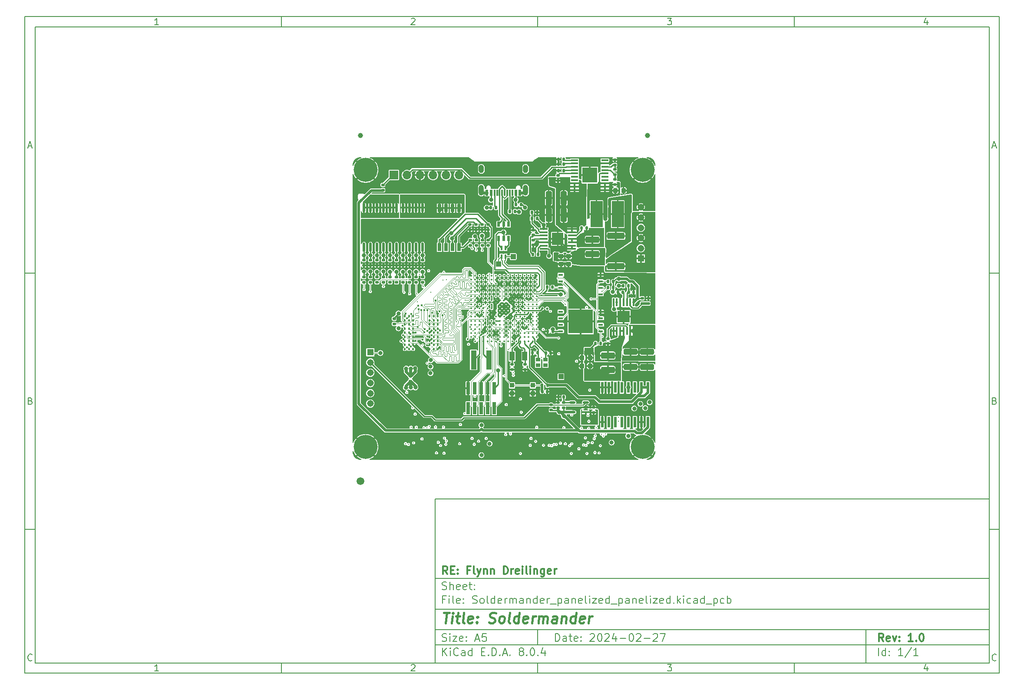
<source format=gbr>
%TF.GenerationSoftware,KiCad,Pcbnew,8.0.4*%
%TF.CreationDate,2024-07-26T00:04:37-07:00*%
%TF.ProjectId,Soldermander_panelized_panelized,536f6c64-6572-46d6-916e-6465725f7061,1.0*%
%TF.SameCoordinates,Original*%
%TF.FileFunction,Copper,L1,Top*%
%TF.FilePolarity,Positive*%
%FSLAX46Y46*%
G04 Gerber Fmt 4.6, Leading zero omitted, Abs format (unit mm)*
G04 Created by KiCad (PCBNEW 8.0.4) date 2024-07-26 00:04:37*
%MOMM*%
%LPD*%
G01*
G04 APERTURE LIST*
G04 Aperture macros list*
%AMRoundRect*
0 Rectangle with rounded corners*
0 $1 Rounding radius*
0 $2 $3 $4 $5 $6 $7 $8 $9 X,Y pos of 4 corners*
0 Add a 4 corners polygon primitive as box body*
4,1,4,$2,$3,$4,$5,$6,$7,$8,$9,$2,$3,0*
0 Add four circle primitives for the rounded corners*
1,1,$1+$1,$2,$3*
1,1,$1+$1,$4,$5*
1,1,$1+$1,$6,$7*
1,1,$1+$1,$8,$9*
0 Add four rect primitives between the rounded corners*
20,1,$1+$1,$2,$3,$4,$5,0*
20,1,$1+$1,$4,$5,$6,$7,0*
20,1,$1+$1,$6,$7,$8,$9,0*
20,1,$1+$1,$8,$9,$2,$3,0*%
G04 Aperture macros list end*
%ADD10C,0.100000*%
%ADD11C,0.150000*%
%ADD12C,0.300000*%
%ADD13C,0.400000*%
%TA.AperFunction,SMDPad,CuDef*%
%ADD14RoundRect,0.140000X-0.140000X-0.170000X0.140000X-0.170000X0.140000X0.170000X-0.140000X0.170000X0*%
%TD*%
%TA.AperFunction,SMDPad,CuDef*%
%ADD15RoundRect,0.135000X0.185000X-0.135000X0.185000X0.135000X-0.185000X0.135000X-0.185000X-0.135000X0*%
%TD*%
%TA.AperFunction,SMDPad,CuDef*%
%ADD16RoundRect,0.135000X-0.135000X-0.185000X0.135000X-0.185000X0.135000X0.185000X-0.135000X0.185000X0*%
%TD*%
%TA.AperFunction,SMDPad,CuDef*%
%ADD17RoundRect,0.140000X-0.170000X0.140000X-0.170000X-0.140000X0.170000X-0.140000X0.170000X0.140000X0*%
%TD*%
%TA.AperFunction,SMDPad,CuDef*%
%ADD18RoundRect,0.135000X-0.185000X0.135000X-0.185000X-0.135000X0.185000X-0.135000X0.185000X0.135000X0*%
%TD*%
%TA.AperFunction,SMDPad,CuDef*%
%ADD19RoundRect,0.225000X-0.225000X-0.250000X0.225000X-0.250000X0.225000X0.250000X-0.225000X0.250000X0*%
%TD*%
%TA.AperFunction,SMDPad,CuDef*%
%ADD20RoundRect,0.135000X0.135000X0.185000X-0.135000X0.185000X-0.135000X-0.185000X0.135000X-0.185000X0*%
%TD*%
%TA.AperFunction,SMDPad,CuDef*%
%ADD21R,1.409700X0.355600*%
%TD*%
%TA.AperFunction,SMDPad,CuDef*%
%ADD22R,2.971800X2.971800*%
%TD*%
%TA.AperFunction,SMDPad,CuDef*%
%ADD23RoundRect,0.140000X0.140000X0.170000X-0.140000X0.170000X-0.140000X-0.170000X0.140000X-0.170000X0*%
%TD*%
%TA.AperFunction,SMDPad,CuDef*%
%ADD24RoundRect,0.250000X-1.100000X0.325000X-1.100000X-0.325000X1.100000X-0.325000X1.100000X0.325000X0*%
%TD*%
%TA.AperFunction,SMDPad,CuDef*%
%ADD25RoundRect,0.225000X0.250000X-0.225000X0.250000X0.225000X-0.250000X0.225000X-0.250000X-0.225000X0*%
%TD*%
%TA.AperFunction,SMDPad,CuDef*%
%ADD26C,1.500000*%
%TD*%
%TA.AperFunction,SMDPad,CuDef*%
%ADD27R,1.000000X1.000000*%
%TD*%
%TA.AperFunction,SMDPad,CuDef*%
%ADD28R,1.600200X0.304800*%
%TD*%
%TA.AperFunction,SMDPad,CuDef*%
%ADD29R,2.310000X2.460000*%
%TD*%
%TA.AperFunction,SMDPad,CuDef*%
%ADD30R,0.762000X1.500000*%
%TD*%
%TA.AperFunction,SMDPad,CuDef*%
%ADD31R,0.558800X0.977900*%
%TD*%
%TA.AperFunction,SMDPad,CuDef*%
%ADD32R,1.000000X1.800000*%
%TD*%
%TA.AperFunction,SMDPad,CuDef*%
%ADD33C,0.355600*%
%TD*%
%TA.AperFunction,SMDPad,CuDef*%
%ADD34RoundRect,0.147500X0.172500X-0.147500X0.172500X0.147500X-0.172500X0.147500X-0.172500X-0.147500X0*%
%TD*%
%TA.AperFunction,ComponentPad*%
%ADD35C,4.700000*%
%TD*%
%TA.AperFunction,SMDPad,CuDef*%
%ADD36R,1.219200X0.457200*%
%TD*%
%TA.AperFunction,SMDPad,CuDef*%
%ADD37O,1.219200X0.457200*%
%TD*%
%TA.AperFunction,SMDPad,CuDef*%
%ADD38RoundRect,0.250000X-1.075000X0.375000X-1.075000X-0.375000X1.075000X-0.375000X1.075000X0.375000X0*%
%TD*%
%TA.AperFunction,SMDPad,CuDef*%
%ADD39R,1.100000X3.700000*%
%TD*%
%TA.AperFunction,SMDPad,CuDef*%
%ADD40R,0.900000X0.800000*%
%TD*%
%TA.AperFunction,SMDPad,CuDef*%
%ADD41R,2.350000X5.100000*%
%TD*%
%TA.AperFunction,SMDPad,CuDef*%
%ADD42R,0.558800X2.159000*%
%TD*%
%TA.AperFunction,SMDPad,CuDef*%
%ADD43R,0.950000X0.450000*%
%TD*%
%TA.AperFunction,SMDPad,CuDef*%
%ADD44R,0.304800X1.600200*%
%TD*%
%TA.AperFunction,SMDPad,CuDef*%
%ADD45R,2.460000X2.310000*%
%TD*%
%TA.AperFunction,ComponentPad*%
%ADD46R,1.308000X1.308000*%
%TD*%
%TA.AperFunction,ComponentPad*%
%ADD47C,1.308000*%
%TD*%
%TA.AperFunction,SMDPad,CuDef*%
%ADD48C,1.000000*%
%TD*%
%TA.AperFunction,SMDPad,CuDef*%
%ADD49C,0.457200*%
%TD*%
%TA.AperFunction,SMDPad,CuDef*%
%ADD50O,0.560000X1.840000*%
%TD*%
%TA.AperFunction,SMDPad,CuDef*%
%ADD51RoundRect,0.250000X0.325000X1.100000X-0.325000X1.100000X-0.325000X-1.100000X0.325000X-1.100000X0*%
%TD*%
%TA.AperFunction,SMDPad,CuDef*%
%ADD52RoundRect,0.140000X0.170000X-0.140000X0.170000X0.140000X-0.170000X0.140000X-0.170000X-0.140000X0*%
%TD*%
%TA.AperFunction,SMDPad,CuDef*%
%ADD53R,0.600000X1.150000*%
%TD*%
%TA.AperFunction,SMDPad,CuDef*%
%ADD54R,0.300000X1.150000*%
%TD*%
%TA.AperFunction,ComponentPad*%
%ADD55O,1.000000X2.100000*%
%TD*%
%TA.AperFunction,ComponentPad*%
%ADD56O,1.000000X1.600000*%
%TD*%
%TA.AperFunction,SMDPad,CuDef*%
%ADD57R,0.740000X2.400000*%
%TD*%
%TA.AperFunction,SMDPad,CuDef*%
%ADD58RoundRect,0.250000X1.425000X-0.362500X1.425000X0.362500X-1.425000X0.362500X-1.425000X-0.362500X0*%
%TD*%
%TA.AperFunction,ComponentPad*%
%ADD59R,1.700000X1.700000*%
%TD*%
%TA.AperFunction,ComponentPad*%
%ADD60O,1.700000X1.700000*%
%TD*%
%TA.AperFunction,SMDPad,CuDef*%
%ADD61R,0.900000X0.900000*%
%TD*%
%TA.AperFunction,SMDPad,CuDef*%
%ADD62R,4.750000X4.650000*%
%TD*%
%TA.AperFunction,SMDPad,CuDef*%
%ADD63R,0.406400X0.914400*%
%TD*%
%TA.AperFunction,ViaPad*%
%ADD64C,0.300000*%
%TD*%
%TA.AperFunction,ViaPad*%
%ADD65C,0.400000*%
%TD*%
%TA.AperFunction,ViaPad*%
%ADD66C,0.800000*%
%TD*%
%TA.AperFunction,ViaPad*%
%ADD67C,0.500000*%
%TD*%
%TA.AperFunction,ViaPad*%
%ADD68C,0.406400*%
%TD*%
%TA.AperFunction,Conductor*%
%ADD69C,0.250000*%
%TD*%
%TA.AperFunction,Conductor*%
%ADD70C,0.400000*%
%TD*%
%TA.AperFunction,Conductor*%
%ADD71C,1.000000*%
%TD*%
%TA.AperFunction,Conductor*%
%ADD72C,0.500000*%
%TD*%
%TA.AperFunction,Conductor*%
%ADD73C,0.090000*%
%TD*%
%TA.AperFunction,Conductor*%
%ADD74C,0.600000*%
%TD*%
%TA.AperFunction,Conductor*%
%ADD75C,0.800000*%
%TD*%
%TA.AperFunction,Conductor*%
%ADD76C,0.254000*%
%TD*%
%TA.AperFunction,Conductor*%
%ADD77C,0.200000*%
%TD*%
%TA.AperFunction,Conductor*%
%ADD78C,0.150000*%
%TD*%
G04 APERTURE END LIST*
D10*
D11*
X90007200Y-104005800D02*
X198007200Y-104005800D01*
X198007200Y-136005800D01*
X90007200Y-136005800D01*
X90007200Y-104005800D01*
D10*
D11*
X10000000Y-10000000D02*
X200007200Y-10000000D01*
X200007200Y-138005800D01*
X10000000Y-138005800D01*
X10000000Y-10000000D01*
D10*
D11*
X12000000Y-12000000D02*
X198007200Y-12000000D01*
X198007200Y-136005800D01*
X12000000Y-136005800D01*
X12000000Y-12000000D01*
D10*
D11*
X60000000Y-12000000D02*
X60000000Y-10000000D01*
D10*
D11*
X110000000Y-12000000D02*
X110000000Y-10000000D01*
D10*
D11*
X160000000Y-12000000D02*
X160000000Y-10000000D01*
D10*
D11*
X36089160Y-11593604D02*
X35346303Y-11593604D01*
X35717731Y-11593604D02*
X35717731Y-10293604D01*
X35717731Y-10293604D02*
X35593922Y-10479319D01*
X35593922Y-10479319D02*
X35470112Y-10603128D01*
X35470112Y-10603128D02*
X35346303Y-10665033D01*
D10*
D11*
X85346303Y-10417414D02*
X85408207Y-10355509D01*
X85408207Y-10355509D02*
X85532017Y-10293604D01*
X85532017Y-10293604D02*
X85841541Y-10293604D01*
X85841541Y-10293604D02*
X85965350Y-10355509D01*
X85965350Y-10355509D02*
X86027255Y-10417414D01*
X86027255Y-10417414D02*
X86089160Y-10541223D01*
X86089160Y-10541223D02*
X86089160Y-10665033D01*
X86089160Y-10665033D02*
X86027255Y-10850747D01*
X86027255Y-10850747D02*
X85284398Y-11593604D01*
X85284398Y-11593604D02*
X86089160Y-11593604D01*
D10*
D11*
X135284398Y-10293604D02*
X136089160Y-10293604D01*
X136089160Y-10293604D02*
X135655826Y-10788842D01*
X135655826Y-10788842D02*
X135841541Y-10788842D01*
X135841541Y-10788842D02*
X135965350Y-10850747D01*
X135965350Y-10850747D02*
X136027255Y-10912652D01*
X136027255Y-10912652D02*
X136089160Y-11036461D01*
X136089160Y-11036461D02*
X136089160Y-11345985D01*
X136089160Y-11345985D02*
X136027255Y-11469795D01*
X136027255Y-11469795D02*
X135965350Y-11531700D01*
X135965350Y-11531700D02*
X135841541Y-11593604D01*
X135841541Y-11593604D02*
X135470112Y-11593604D01*
X135470112Y-11593604D02*
X135346303Y-11531700D01*
X135346303Y-11531700D02*
X135284398Y-11469795D01*
D10*
D11*
X185965350Y-10726938D02*
X185965350Y-11593604D01*
X185655826Y-10231700D02*
X185346303Y-11160271D01*
X185346303Y-11160271D02*
X186151064Y-11160271D01*
D10*
D11*
X60000000Y-136005800D02*
X60000000Y-138005800D01*
D10*
D11*
X110000000Y-136005800D02*
X110000000Y-138005800D01*
D10*
D11*
X160000000Y-136005800D02*
X160000000Y-138005800D01*
D10*
D11*
X36089160Y-137599404D02*
X35346303Y-137599404D01*
X35717731Y-137599404D02*
X35717731Y-136299404D01*
X35717731Y-136299404D02*
X35593922Y-136485119D01*
X35593922Y-136485119D02*
X35470112Y-136608928D01*
X35470112Y-136608928D02*
X35346303Y-136670833D01*
D10*
D11*
X85346303Y-136423214D02*
X85408207Y-136361309D01*
X85408207Y-136361309D02*
X85532017Y-136299404D01*
X85532017Y-136299404D02*
X85841541Y-136299404D01*
X85841541Y-136299404D02*
X85965350Y-136361309D01*
X85965350Y-136361309D02*
X86027255Y-136423214D01*
X86027255Y-136423214D02*
X86089160Y-136547023D01*
X86089160Y-136547023D02*
X86089160Y-136670833D01*
X86089160Y-136670833D02*
X86027255Y-136856547D01*
X86027255Y-136856547D02*
X85284398Y-137599404D01*
X85284398Y-137599404D02*
X86089160Y-137599404D01*
D10*
D11*
X135284398Y-136299404D02*
X136089160Y-136299404D01*
X136089160Y-136299404D02*
X135655826Y-136794642D01*
X135655826Y-136794642D02*
X135841541Y-136794642D01*
X135841541Y-136794642D02*
X135965350Y-136856547D01*
X135965350Y-136856547D02*
X136027255Y-136918452D01*
X136027255Y-136918452D02*
X136089160Y-137042261D01*
X136089160Y-137042261D02*
X136089160Y-137351785D01*
X136089160Y-137351785D02*
X136027255Y-137475595D01*
X136027255Y-137475595D02*
X135965350Y-137537500D01*
X135965350Y-137537500D02*
X135841541Y-137599404D01*
X135841541Y-137599404D02*
X135470112Y-137599404D01*
X135470112Y-137599404D02*
X135346303Y-137537500D01*
X135346303Y-137537500D02*
X135284398Y-137475595D01*
D10*
D11*
X185965350Y-136732738D02*
X185965350Y-137599404D01*
X185655826Y-136237500D02*
X185346303Y-137166071D01*
X185346303Y-137166071D02*
X186151064Y-137166071D01*
D10*
D11*
X10000000Y-60000000D02*
X12000000Y-60000000D01*
D10*
D11*
X10000000Y-110000000D02*
X12000000Y-110000000D01*
D10*
D11*
X10690476Y-35222176D02*
X11309523Y-35222176D01*
X10566666Y-35593604D02*
X10999999Y-34293604D01*
X10999999Y-34293604D02*
X11433333Y-35593604D01*
D10*
D11*
X11092857Y-84912652D02*
X11278571Y-84974557D01*
X11278571Y-84974557D02*
X11340476Y-85036461D01*
X11340476Y-85036461D02*
X11402380Y-85160271D01*
X11402380Y-85160271D02*
X11402380Y-85345985D01*
X11402380Y-85345985D02*
X11340476Y-85469795D01*
X11340476Y-85469795D02*
X11278571Y-85531700D01*
X11278571Y-85531700D02*
X11154761Y-85593604D01*
X11154761Y-85593604D02*
X10659523Y-85593604D01*
X10659523Y-85593604D02*
X10659523Y-84293604D01*
X10659523Y-84293604D02*
X11092857Y-84293604D01*
X11092857Y-84293604D02*
X11216666Y-84355509D01*
X11216666Y-84355509D02*
X11278571Y-84417414D01*
X11278571Y-84417414D02*
X11340476Y-84541223D01*
X11340476Y-84541223D02*
X11340476Y-84665033D01*
X11340476Y-84665033D02*
X11278571Y-84788842D01*
X11278571Y-84788842D02*
X11216666Y-84850747D01*
X11216666Y-84850747D02*
X11092857Y-84912652D01*
X11092857Y-84912652D02*
X10659523Y-84912652D01*
D10*
D11*
X11402380Y-135469795D02*
X11340476Y-135531700D01*
X11340476Y-135531700D02*
X11154761Y-135593604D01*
X11154761Y-135593604D02*
X11030952Y-135593604D01*
X11030952Y-135593604D02*
X10845238Y-135531700D01*
X10845238Y-135531700D02*
X10721428Y-135407890D01*
X10721428Y-135407890D02*
X10659523Y-135284080D01*
X10659523Y-135284080D02*
X10597619Y-135036461D01*
X10597619Y-135036461D02*
X10597619Y-134850747D01*
X10597619Y-134850747D02*
X10659523Y-134603128D01*
X10659523Y-134603128D02*
X10721428Y-134479319D01*
X10721428Y-134479319D02*
X10845238Y-134355509D01*
X10845238Y-134355509D02*
X11030952Y-134293604D01*
X11030952Y-134293604D02*
X11154761Y-134293604D01*
X11154761Y-134293604D02*
X11340476Y-134355509D01*
X11340476Y-134355509D02*
X11402380Y-134417414D01*
D10*
D11*
X200007200Y-60000000D02*
X198007200Y-60000000D01*
D10*
D11*
X200007200Y-110000000D02*
X198007200Y-110000000D01*
D10*
D11*
X198697676Y-35222176D02*
X199316723Y-35222176D01*
X198573866Y-35593604D02*
X199007199Y-34293604D01*
X199007199Y-34293604D02*
X199440533Y-35593604D01*
D10*
D11*
X199100057Y-84912652D02*
X199285771Y-84974557D01*
X199285771Y-84974557D02*
X199347676Y-85036461D01*
X199347676Y-85036461D02*
X199409580Y-85160271D01*
X199409580Y-85160271D02*
X199409580Y-85345985D01*
X199409580Y-85345985D02*
X199347676Y-85469795D01*
X199347676Y-85469795D02*
X199285771Y-85531700D01*
X199285771Y-85531700D02*
X199161961Y-85593604D01*
X199161961Y-85593604D02*
X198666723Y-85593604D01*
X198666723Y-85593604D02*
X198666723Y-84293604D01*
X198666723Y-84293604D02*
X199100057Y-84293604D01*
X199100057Y-84293604D02*
X199223866Y-84355509D01*
X199223866Y-84355509D02*
X199285771Y-84417414D01*
X199285771Y-84417414D02*
X199347676Y-84541223D01*
X199347676Y-84541223D02*
X199347676Y-84665033D01*
X199347676Y-84665033D02*
X199285771Y-84788842D01*
X199285771Y-84788842D02*
X199223866Y-84850747D01*
X199223866Y-84850747D02*
X199100057Y-84912652D01*
X199100057Y-84912652D02*
X198666723Y-84912652D01*
D10*
D11*
X199409580Y-135469795D02*
X199347676Y-135531700D01*
X199347676Y-135531700D02*
X199161961Y-135593604D01*
X199161961Y-135593604D02*
X199038152Y-135593604D01*
X199038152Y-135593604D02*
X198852438Y-135531700D01*
X198852438Y-135531700D02*
X198728628Y-135407890D01*
X198728628Y-135407890D02*
X198666723Y-135284080D01*
X198666723Y-135284080D02*
X198604819Y-135036461D01*
X198604819Y-135036461D02*
X198604819Y-134850747D01*
X198604819Y-134850747D02*
X198666723Y-134603128D01*
X198666723Y-134603128D02*
X198728628Y-134479319D01*
X198728628Y-134479319D02*
X198852438Y-134355509D01*
X198852438Y-134355509D02*
X199038152Y-134293604D01*
X199038152Y-134293604D02*
X199161961Y-134293604D01*
X199161961Y-134293604D02*
X199347676Y-134355509D01*
X199347676Y-134355509D02*
X199409580Y-134417414D01*
D10*
D11*
X113463026Y-131791928D02*
X113463026Y-130291928D01*
X113463026Y-130291928D02*
X113820169Y-130291928D01*
X113820169Y-130291928D02*
X114034455Y-130363357D01*
X114034455Y-130363357D02*
X114177312Y-130506214D01*
X114177312Y-130506214D02*
X114248741Y-130649071D01*
X114248741Y-130649071D02*
X114320169Y-130934785D01*
X114320169Y-130934785D02*
X114320169Y-131149071D01*
X114320169Y-131149071D02*
X114248741Y-131434785D01*
X114248741Y-131434785D02*
X114177312Y-131577642D01*
X114177312Y-131577642D02*
X114034455Y-131720500D01*
X114034455Y-131720500D02*
X113820169Y-131791928D01*
X113820169Y-131791928D02*
X113463026Y-131791928D01*
X115605884Y-131791928D02*
X115605884Y-131006214D01*
X115605884Y-131006214D02*
X115534455Y-130863357D01*
X115534455Y-130863357D02*
X115391598Y-130791928D01*
X115391598Y-130791928D02*
X115105884Y-130791928D01*
X115105884Y-130791928D02*
X114963026Y-130863357D01*
X115605884Y-131720500D02*
X115463026Y-131791928D01*
X115463026Y-131791928D02*
X115105884Y-131791928D01*
X115105884Y-131791928D02*
X114963026Y-131720500D01*
X114963026Y-131720500D02*
X114891598Y-131577642D01*
X114891598Y-131577642D02*
X114891598Y-131434785D01*
X114891598Y-131434785D02*
X114963026Y-131291928D01*
X114963026Y-131291928D02*
X115105884Y-131220500D01*
X115105884Y-131220500D02*
X115463026Y-131220500D01*
X115463026Y-131220500D02*
X115605884Y-131149071D01*
X116105884Y-130791928D02*
X116677312Y-130791928D01*
X116320169Y-130291928D02*
X116320169Y-131577642D01*
X116320169Y-131577642D02*
X116391598Y-131720500D01*
X116391598Y-131720500D02*
X116534455Y-131791928D01*
X116534455Y-131791928D02*
X116677312Y-131791928D01*
X117748741Y-131720500D02*
X117605884Y-131791928D01*
X117605884Y-131791928D02*
X117320170Y-131791928D01*
X117320170Y-131791928D02*
X117177312Y-131720500D01*
X117177312Y-131720500D02*
X117105884Y-131577642D01*
X117105884Y-131577642D02*
X117105884Y-131006214D01*
X117105884Y-131006214D02*
X117177312Y-130863357D01*
X117177312Y-130863357D02*
X117320170Y-130791928D01*
X117320170Y-130791928D02*
X117605884Y-130791928D01*
X117605884Y-130791928D02*
X117748741Y-130863357D01*
X117748741Y-130863357D02*
X117820170Y-131006214D01*
X117820170Y-131006214D02*
X117820170Y-131149071D01*
X117820170Y-131149071D02*
X117105884Y-131291928D01*
X118463026Y-131649071D02*
X118534455Y-131720500D01*
X118534455Y-131720500D02*
X118463026Y-131791928D01*
X118463026Y-131791928D02*
X118391598Y-131720500D01*
X118391598Y-131720500D02*
X118463026Y-131649071D01*
X118463026Y-131649071D02*
X118463026Y-131791928D01*
X118463026Y-130863357D02*
X118534455Y-130934785D01*
X118534455Y-130934785D02*
X118463026Y-131006214D01*
X118463026Y-131006214D02*
X118391598Y-130934785D01*
X118391598Y-130934785D02*
X118463026Y-130863357D01*
X118463026Y-130863357D02*
X118463026Y-131006214D01*
X120248741Y-130434785D02*
X120320169Y-130363357D01*
X120320169Y-130363357D02*
X120463027Y-130291928D01*
X120463027Y-130291928D02*
X120820169Y-130291928D01*
X120820169Y-130291928D02*
X120963027Y-130363357D01*
X120963027Y-130363357D02*
X121034455Y-130434785D01*
X121034455Y-130434785D02*
X121105884Y-130577642D01*
X121105884Y-130577642D02*
X121105884Y-130720500D01*
X121105884Y-130720500D02*
X121034455Y-130934785D01*
X121034455Y-130934785D02*
X120177312Y-131791928D01*
X120177312Y-131791928D02*
X121105884Y-131791928D01*
X122034455Y-130291928D02*
X122177312Y-130291928D01*
X122177312Y-130291928D02*
X122320169Y-130363357D01*
X122320169Y-130363357D02*
X122391598Y-130434785D01*
X122391598Y-130434785D02*
X122463026Y-130577642D01*
X122463026Y-130577642D02*
X122534455Y-130863357D01*
X122534455Y-130863357D02*
X122534455Y-131220500D01*
X122534455Y-131220500D02*
X122463026Y-131506214D01*
X122463026Y-131506214D02*
X122391598Y-131649071D01*
X122391598Y-131649071D02*
X122320169Y-131720500D01*
X122320169Y-131720500D02*
X122177312Y-131791928D01*
X122177312Y-131791928D02*
X122034455Y-131791928D01*
X122034455Y-131791928D02*
X121891598Y-131720500D01*
X121891598Y-131720500D02*
X121820169Y-131649071D01*
X121820169Y-131649071D02*
X121748740Y-131506214D01*
X121748740Y-131506214D02*
X121677312Y-131220500D01*
X121677312Y-131220500D02*
X121677312Y-130863357D01*
X121677312Y-130863357D02*
X121748740Y-130577642D01*
X121748740Y-130577642D02*
X121820169Y-130434785D01*
X121820169Y-130434785D02*
X121891598Y-130363357D01*
X121891598Y-130363357D02*
X122034455Y-130291928D01*
X123105883Y-130434785D02*
X123177311Y-130363357D01*
X123177311Y-130363357D02*
X123320169Y-130291928D01*
X123320169Y-130291928D02*
X123677311Y-130291928D01*
X123677311Y-130291928D02*
X123820169Y-130363357D01*
X123820169Y-130363357D02*
X123891597Y-130434785D01*
X123891597Y-130434785D02*
X123963026Y-130577642D01*
X123963026Y-130577642D02*
X123963026Y-130720500D01*
X123963026Y-130720500D02*
X123891597Y-130934785D01*
X123891597Y-130934785D02*
X123034454Y-131791928D01*
X123034454Y-131791928D02*
X123963026Y-131791928D01*
X125248740Y-130791928D02*
X125248740Y-131791928D01*
X124891597Y-130220500D02*
X124534454Y-131291928D01*
X124534454Y-131291928D02*
X125463025Y-131291928D01*
X126034453Y-131220500D02*
X127177311Y-131220500D01*
X128177311Y-130291928D02*
X128320168Y-130291928D01*
X128320168Y-130291928D02*
X128463025Y-130363357D01*
X128463025Y-130363357D02*
X128534454Y-130434785D01*
X128534454Y-130434785D02*
X128605882Y-130577642D01*
X128605882Y-130577642D02*
X128677311Y-130863357D01*
X128677311Y-130863357D02*
X128677311Y-131220500D01*
X128677311Y-131220500D02*
X128605882Y-131506214D01*
X128605882Y-131506214D02*
X128534454Y-131649071D01*
X128534454Y-131649071D02*
X128463025Y-131720500D01*
X128463025Y-131720500D02*
X128320168Y-131791928D01*
X128320168Y-131791928D02*
X128177311Y-131791928D01*
X128177311Y-131791928D02*
X128034454Y-131720500D01*
X128034454Y-131720500D02*
X127963025Y-131649071D01*
X127963025Y-131649071D02*
X127891596Y-131506214D01*
X127891596Y-131506214D02*
X127820168Y-131220500D01*
X127820168Y-131220500D02*
X127820168Y-130863357D01*
X127820168Y-130863357D02*
X127891596Y-130577642D01*
X127891596Y-130577642D02*
X127963025Y-130434785D01*
X127963025Y-130434785D02*
X128034454Y-130363357D01*
X128034454Y-130363357D02*
X128177311Y-130291928D01*
X129248739Y-130434785D02*
X129320167Y-130363357D01*
X129320167Y-130363357D02*
X129463025Y-130291928D01*
X129463025Y-130291928D02*
X129820167Y-130291928D01*
X129820167Y-130291928D02*
X129963025Y-130363357D01*
X129963025Y-130363357D02*
X130034453Y-130434785D01*
X130034453Y-130434785D02*
X130105882Y-130577642D01*
X130105882Y-130577642D02*
X130105882Y-130720500D01*
X130105882Y-130720500D02*
X130034453Y-130934785D01*
X130034453Y-130934785D02*
X129177310Y-131791928D01*
X129177310Y-131791928D02*
X130105882Y-131791928D01*
X130748738Y-131220500D02*
X131891596Y-131220500D01*
X132534453Y-130434785D02*
X132605881Y-130363357D01*
X132605881Y-130363357D02*
X132748739Y-130291928D01*
X132748739Y-130291928D02*
X133105881Y-130291928D01*
X133105881Y-130291928D02*
X133248739Y-130363357D01*
X133248739Y-130363357D02*
X133320167Y-130434785D01*
X133320167Y-130434785D02*
X133391596Y-130577642D01*
X133391596Y-130577642D02*
X133391596Y-130720500D01*
X133391596Y-130720500D02*
X133320167Y-130934785D01*
X133320167Y-130934785D02*
X132463024Y-131791928D01*
X132463024Y-131791928D02*
X133391596Y-131791928D01*
X133891595Y-130291928D02*
X134891595Y-130291928D01*
X134891595Y-130291928D02*
X134248738Y-131791928D01*
D10*
D11*
X90007200Y-132505800D02*
X198007200Y-132505800D01*
D10*
D11*
X91463026Y-134591928D02*
X91463026Y-133091928D01*
X92320169Y-134591928D02*
X91677312Y-133734785D01*
X92320169Y-133091928D02*
X91463026Y-133949071D01*
X92963026Y-134591928D02*
X92963026Y-133591928D01*
X92963026Y-133091928D02*
X92891598Y-133163357D01*
X92891598Y-133163357D02*
X92963026Y-133234785D01*
X92963026Y-133234785D02*
X93034455Y-133163357D01*
X93034455Y-133163357D02*
X92963026Y-133091928D01*
X92963026Y-133091928D02*
X92963026Y-133234785D01*
X94534455Y-134449071D02*
X94463027Y-134520500D01*
X94463027Y-134520500D02*
X94248741Y-134591928D01*
X94248741Y-134591928D02*
X94105884Y-134591928D01*
X94105884Y-134591928D02*
X93891598Y-134520500D01*
X93891598Y-134520500D02*
X93748741Y-134377642D01*
X93748741Y-134377642D02*
X93677312Y-134234785D01*
X93677312Y-134234785D02*
X93605884Y-133949071D01*
X93605884Y-133949071D02*
X93605884Y-133734785D01*
X93605884Y-133734785D02*
X93677312Y-133449071D01*
X93677312Y-133449071D02*
X93748741Y-133306214D01*
X93748741Y-133306214D02*
X93891598Y-133163357D01*
X93891598Y-133163357D02*
X94105884Y-133091928D01*
X94105884Y-133091928D02*
X94248741Y-133091928D01*
X94248741Y-133091928D02*
X94463027Y-133163357D01*
X94463027Y-133163357D02*
X94534455Y-133234785D01*
X95820170Y-134591928D02*
X95820170Y-133806214D01*
X95820170Y-133806214D02*
X95748741Y-133663357D01*
X95748741Y-133663357D02*
X95605884Y-133591928D01*
X95605884Y-133591928D02*
X95320170Y-133591928D01*
X95320170Y-133591928D02*
X95177312Y-133663357D01*
X95820170Y-134520500D02*
X95677312Y-134591928D01*
X95677312Y-134591928D02*
X95320170Y-134591928D01*
X95320170Y-134591928D02*
X95177312Y-134520500D01*
X95177312Y-134520500D02*
X95105884Y-134377642D01*
X95105884Y-134377642D02*
X95105884Y-134234785D01*
X95105884Y-134234785D02*
X95177312Y-134091928D01*
X95177312Y-134091928D02*
X95320170Y-134020500D01*
X95320170Y-134020500D02*
X95677312Y-134020500D01*
X95677312Y-134020500D02*
X95820170Y-133949071D01*
X97177313Y-134591928D02*
X97177313Y-133091928D01*
X97177313Y-134520500D02*
X97034455Y-134591928D01*
X97034455Y-134591928D02*
X96748741Y-134591928D01*
X96748741Y-134591928D02*
X96605884Y-134520500D01*
X96605884Y-134520500D02*
X96534455Y-134449071D01*
X96534455Y-134449071D02*
X96463027Y-134306214D01*
X96463027Y-134306214D02*
X96463027Y-133877642D01*
X96463027Y-133877642D02*
X96534455Y-133734785D01*
X96534455Y-133734785D02*
X96605884Y-133663357D01*
X96605884Y-133663357D02*
X96748741Y-133591928D01*
X96748741Y-133591928D02*
X97034455Y-133591928D01*
X97034455Y-133591928D02*
X97177313Y-133663357D01*
X99034455Y-133806214D02*
X99534455Y-133806214D01*
X99748741Y-134591928D02*
X99034455Y-134591928D01*
X99034455Y-134591928D02*
X99034455Y-133091928D01*
X99034455Y-133091928D02*
X99748741Y-133091928D01*
X100391598Y-134449071D02*
X100463027Y-134520500D01*
X100463027Y-134520500D02*
X100391598Y-134591928D01*
X100391598Y-134591928D02*
X100320170Y-134520500D01*
X100320170Y-134520500D02*
X100391598Y-134449071D01*
X100391598Y-134449071D02*
X100391598Y-134591928D01*
X101105884Y-134591928D02*
X101105884Y-133091928D01*
X101105884Y-133091928D02*
X101463027Y-133091928D01*
X101463027Y-133091928D02*
X101677313Y-133163357D01*
X101677313Y-133163357D02*
X101820170Y-133306214D01*
X101820170Y-133306214D02*
X101891599Y-133449071D01*
X101891599Y-133449071D02*
X101963027Y-133734785D01*
X101963027Y-133734785D02*
X101963027Y-133949071D01*
X101963027Y-133949071D02*
X101891599Y-134234785D01*
X101891599Y-134234785D02*
X101820170Y-134377642D01*
X101820170Y-134377642D02*
X101677313Y-134520500D01*
X101677313Y-134520500D02*
X101463027Y-134591928D01*
X101463027Y-134591928D02*
X101105884Y-134591928D01*
X102605884Y-134449071D02*
X102677313Y-134520500D01*
X102677313Y-134520500D02*
X102605884Y-134591928D01*
X102605884Y-134591928D02*
X102534456Y-134520500D01*
X102534456Y-134520500D02*
X102605884Y-134449071D01*
X102605884Y-134449071D02*
X102605884Y-134591928D01*
X103248742Y-134163357D02*
X103963028Y-134163357D01*
X103105885Y-134591928D02*
X103605885Y-133091928D01*
X103605885Y-133091928D02*
X104105885Y-134591928D01*
X104605884Y-134449071D02*
X104677313Y-134520500D01*
X104677313Y-134520500D02*
X104605884Y-134591928D01*
X104605884Y-134591928D02*
X104534456Y-134520500D01*
X104534456Y-134520500D02*
X104605884Y-134449071D01*
X104605884Y-134449071D02*
X104605884Y-134591928D01*
X106677313Y-133734785D02*
X106534456Y-133663357D01*
X106534456Y-133663357D02*
X106463027Y-133591928D01*
X106463027Y-133591928D02*
X106391599Y-133449071D01*
X106391599Y-133449071D02*
X106391599Y-133377642D01*
X106391599Y-133377642D02*
X106463027Y-133234785D01*
X106463027Y-133234785D02*
X106534456Y-133163357D01*
X106534456Y-133163357D02*
X106677313Y-133091928D01*
X106677313Y-133091928D02*
X106963027Y-133091928D01*
X106963027Y-133091928D02*
X107105885Y-133163357D01*
X107105885Y-133163357D02*
X107177313Y-133234785D01*
X107177313Y-133234785D02*
X107248742Y-133377642D01*
X107248742Y-133377642D02*
X107248742Y-133449071D01*
X107248742Y-133449071D02*
X107177313Y-133591928D01*
X107177313Y-133591928D02*
X107105885Y-133663357D01*
X107105885Y-133663357D02*
X106963027Y-133734785D01*
X106963027Y-133734785D02*
X106677313Y-133734785D01*
X106677313Y-133734785D02*
X106534456Y-133806214D01*
X106534456Y-133806214D02*
X106463027Y-133877642D01*
X106463027Y-133877642D02*
X106391599Y-134020500D01*
X106391599Y-134020500D02*
X106391599Y-134306214D01*
X106391599Y-134306214D02*
X106463027Y-134449071D01*
X106463027Y-134449071D02*
X106534456Y-134520500D01*
X106534456Y-134520500D02*
X106677313Y-134591928D01*
X106677313Y-134591928D02*
X106963027Y-134591928D01*
X106963027Y-134591928D02*
X107105885Y-134520500D01*
X107105885Y-134520500D02*
X107177313Y-134449071D01*
X107177313Y-134449071D02*
X107248742Y-134306214D01*
X107248742Y-134306214D02*
X107248742Y-134020500D01*
X107248742Y-134020500D02*
X107177313Y-133877642D01*
X107177313Y-133877642D02*
X107105885Y-133806214D01*
X107105885Y-133806214D02*
X106963027Y-133734785D01*
X107891598Y-134449071D02*
X107963027Y-134520500D01*
X107963027Y-134520500D02*
X107891598Y-134591928D01*
X107891598Y-134591928D02*
X107820170Y-134520500D01*
X107820170Y-134520500D02*
X107891598Y-134449071D01*
X107891598Y-134449071D02*
X107891598Y-134591928D01*
X108891599Y-133091928D02*
X109034456Y-133091928D01*
X109034456Y-133091928D02*
X109177313Y-133163357D01*
X109177313Y-133163357D02*
X109248742Y-133234785D01*
X109248742Y-133234785D02*
X109320170Y-133377642D01*
X109320170Y-133377642D02*
X109391599Y-133663357D01*
X109391599Y-133663357D02*
X109391599Y-134020500D01*
X109391599Y-134020500D02*
X109320170Y-134306214D01*
X109320170Y-134306214D02*
X109248742Y-134449071D01*
X109248742Y-134449071D02*
X109177313Y-134520500D01*
X109177313Y-134520500D02*
X109034456Y-134591928D01*
X109034456Y-134591928D02*
X108891599Y-134591928D01*
X108891599Y-134591928D02*
X108748742Y-134520500D01*
X108748742Y-134520500D02*
X108677313Y-134449071D01*
X108677313Y-134449071D02*
X108605884Y-134306214D01*
X108605884Y-134306214D02*
X108534456Y-134020500D01*
X108534456Y-134020500D02*
X108534456Y-133663357D01*
X108534456Y-133663357D02*
X108605884Y-133377642D01*
X108605884Y-133377642D02*
X108677313Y-133234785D01*
X108677313Y-133234785D02*
X108748742Y-133163357D01*
X108748742Y-133163357D02*
X108891599Y-133091928D01*
X110034455Y-134449071D02*
X110105884Y-134520500D01*
X110105884Y-134520500D02*
X110034455Y-134591928D01*
X110034455Y-134591928D02*
X109963027Y-134520500D01*
X109963027Y-134520500D02*
X110034455Y-134449071D01*
X110034455Y-134449071D02*
X110034455Y-134591928D01*
X111391599Y-133591928D02*
X111391599Y-134591928D01*
X111034456Y-133020500D02*
X110677313Y-134091928D01*
X110677313Y-134091928D02*
X111605884Y-134091928D01*
D10*
D11*
X90007200Y-129505800D02*
X198007200Y-129505800D01*
D10*
D12*
X177418853Y-131784128D02*
X176918853Y-131069842D01*
X176561710Y-131784128D02*
X176561710Y-130284128D01*
X176561710Y-130284128D02*
X177133139Y-130284128D01*
X177133139Y-130284128D02*
X177275996Y-130355557D01*
X177275996Y-130355557D02*
X177347425Y-130426985D01*
X177347425Y-130426985D02*
X177418853Y-130569842D01*
X177418853Y-130569842D02*
X177418853Y-130784128D01*
X177418853Y-130784128D02*
X177347425Y-130926985D01*
X177347425Y-130926985D02*
X177275996Y-130998414D01*
X177275996Y-130998414D02*
X177133139Y-131069842D01*
X177133139Y-131069842D02*
X176561710Y-131069842D01*
X178633139Y-131712700D02*
X178490282Y-131784128D01*
X178490282Y-131784128D02*
X178204568Y-131784128D01*
X178204568Y-131784128D02*
X178061710Y-131712700D01*
X178061710Y-131712700D02*
X177990282Y-131569842D01*
X177990282Y-131569842D02*
X177990282Y-130998414D01*
X177990282Y-130998414D02*
X178061710Y-130855557D01*
X178061710Y-130855557D02*
X178204568Y-130784128D01*
X178204568Y-130784128D02*
X178490282Y-130784128D01*
X178490282Y-130784128D02*
X178633139Y-130855557D01*
X178633139Y-130855557D02*
X178704568Y-130998414D01*
X178704568Y-130998414D02*
X178704568Y-131141271D01*
X178704568Y-131141271D02*
X177990282Y-131284128D01*
X179204567Y-130784128D02*
X179561710Y-131784128D01*
X179561710Y-131784128D02*
X179918853Y-130784128D01*
X180490281Y-131641271D02*
X180561710Y-131712700D01*
X180561710Y-131712700D02*
X180490281Y-131784128D01*
X180490281Y-131784128D02*
X180418853Y-131712700D01*
X180418853Y-131712700D02*
X180490281Y-131641271D01*
X180490281Y-131641271D02*
X180490281Y-131784128D01*
X180490281Y-130855557D02*
X180561710Y-130926985D01*
X180561710Y-130926985D02*
X180490281Y-130998414D01*
X180490281Y-130998414D02*
X180418853Y-130926985D01*
X180418853Y-130926985D02*
X180490281Y-130855557D01*
X180490281Y-130855557D02*
X180490281Y-130998414D01*
X183133139Y-131784128D02*
X182275996Y-131784128D01*
X182704567Y-131784128D02*
X182704567Y-130284128D01*
X182704567Y-130284128D02*
X182561710Y-130498414D01*
X182561710Y-130498414D02*
X182418853Y-130641271D01*
X182418853Y-130641271D02*
X182275996Y-130712700D01*
X183775995Y-131641271D02*
X183847424Y-131712700D01*
X183847424Y-131712700D02*
X183775995Y-131784128D01*
X183775995Y-131784128D02*
X183704567Y-131712700D01*
X183704567Y-131712700D02*
X183775995Y-131641271D01*
X183775995Y-131641271D02*
X183775995Y-131784128D01*
X184775996Y-130284128D02*
X184918853Y-130284128D01*
X184918853Y-130284128D02*
X185061710Y-130355557D01*
X185061710Y-130355557D02*
X185133139Y-130426985D01*
X185133139Y-130426985D02*
X185204567Y-130569842D01*
X185204567Y-130569842D02*
X185275996Y-130855557D01*
X185275996Y-130855557D02*
X185275996Y-131212700D01*
X185275996Y-131212700D02*
X185204567Y-131498414D01*
X185204567Y-131498414D02*
X185133139Y-131641271D01*
X185133139Y-131641271D02*
X185061710Y-131712700D01*
X185061710Y-131712700D02*
X184918853Y-131784128D01*
X184918853Y-131784128D02*
X184775996Y-131784128D01*
X184775996Y-131784128D02*
X184633139Y-131712700D01*
X184633139Y-131712700D02*
X184561710Y-131641271D01*
X184561710Y-131641271D02*
X184490281Y-131498414D01*
X184490281Y-131498414D02*
X184418853Y-131212700D01*
X184418853Y-131212700D02*
X184418853Y-130855557D01*
X184418853Y-130855557D02*
X184490281Y-130569842D01*
X184490281Y-130569842D02*
X184561710Y-130426985D01*
X184561710Y-130426985D02*
X184633139Y-130355557D01*
X184633139Y-130355557D02*
X184775996Y-130284128D01*
D10*
D11*
X91391598Y-131720500D02*
X91605884Y-131791928D01*
X91605884Y-131791928D02*
X91963026Y-131791928D01*
X91963026Y-131791928D02*
X92105884Y-131720500D01*
X92105884Y-131720500D02*
X92177312Y-131649071D01*
X92177312Y-131649071D02*
X92248741Y-131506214D01*
X92248741Y-131506214D02*
X92248741Y-131363357D01*
X92248741Y-131363357D02*
X92177312Y-131220500D01*
X92177312Y-131220500D02*
X92105884Y-131149071D01*
X92105884Y-131149071D02*
X91963026Y-131077642D01*
X91963026Y-131077642D02*
X91677312Y-131006214D01*
X91677312Y-131006214D02*
X91534455Y-130934785D01*
X91534455Y-130934785D02*
X91463026Y-130863357D01*
X91463026Y-130863357D02*
X91391598Y-130720500D01*
X91391598Y-130720500D02*
X91391598Y-130577642D01*
X91391598Y-130577642D02*
X91463026Y-130434785D01*
X91463026Y-130434785D02*
X91534455Y-130363357D01*
X91534455Y-130363357D02*
X91677312Y-130291928D01*
X91677312Y-130291928D02*
X92034455Y-130291928D01*
X92034455Y-130291928D02*
X92248741Y-130363357D01*
X92891597Y-131791928D02*
X92891597Y-130791928D01*
X92891597Y-130291928D02*
X92820169Y-130363357D01*
X92820169Y-130363357D02*
X92891597Y-130434785D01*
X92891597Y-130434785D02*
X92963026Y-130363357D01*
X92963026Y-130363357D02*
X92891597Y-130291928D01*
X92891597Y-130291928D02*
X92891597Y-130434785D01*
X93463026Y-130791928D02*
X94248741Y-130791928D01*
X94248741Y-130791928D02*
X93463026Y-131791928D01*
X93463026Y-131791928D02*
X94248741Y-131791928D01*
X95391598Y-131720500D02*
X95248741Y-131791928D01*
X95248741Y-131791928D02*
X94963027Y-131791928D01*
X94963027Y-131791928D02*
X94820169Y-131720500D01*
X94820169Y-131720500D02*
X94748741Y-131577642D01*
X94748741Y-131577642D02*
X94748741Y-131006214D01*
X94748741Y-131006214D02*
X94820169Y-130863357D01*
X94820169Y-130863357D02*
X94963027Y-130791928D01*
X94963027Y-130791928D02*
X95248741Y-130791928D01*
X95248741Y-130791928D02*
X95391598Y-130863357D01*
X95391598Y-130863357D02*
X95463027Y-131006214D01*
X95463027Y-131006214D02*
X95463027Y-131149071D01*
X95463027Y-131149071D02*
X94748741Y-131291928D01*
X96105883Y-131649071D02*
X96177312Y-131720500D01*
X96177312Y-131720500D02*
X96105883Y-131791928D01*
X96105883Y-131791928D02*
X96034455Y-131720500D01*
X96034455Y-131720500D02*
X96105883Y-131649071D01*
X96105883Y-131649071D02*
X96105883Y-131791928D01*
X96105883Y-130863357D02*
X96177312Y-130934785D01*
X96177312Y-130934785D02*
X96105883Y-131006214D01*
X96105883Y-131006214D02*
X96034455Y-130934785D01*
X96034455Y-130934785D02*
X96105883Y-130863357D01*
X96105883Y-130863357D02*
X96105883Y-131006214D01*
X97891598Y-131363357D02*
X98605884Y-131363357D01*
X97748741Y-131791928D02*
X98248741Y-130291928D01*
X98248741Y-130291928D02*
X98748741Y-131791928D01*
X99963026Y-130291928D02*
X99248740Y-130291928D01*
X99248740Y-130291928D02*
X99177312Y-131006214D01*
X99177312Y-131006214D02*
X99248740Y-130934785D01*
X99248740Y-130934785D02*
X99391598Y-130863357D01*
X99391598Y-130863357D02*
X99748740Y-130863357D01*
X99748740Y-130863357D02*
X99891598Y-130934785D01*
X99891598Y-130934785D02*
X99963026Y-131006214D01*
X99963026Y-131006214D02*
X100034455Y-131149071D01*
X100034455Y-131149071D02*
X100034455Y-131506214D01*
X100034455Y-131506214D02*
X99963026Y-131649071D01*
X99963026Y-131649071D02*
X99891598Y-131720500D01*
X99891598Y-131720500D02*
X99748740Y-131791928D01*
X99748740Y-131791928D02*
X99391598Y-131791928D01*
X99391598Y-131791928D02*
X99248740Y-131720500D01*
X99248740Y-131720500D02*
X99177312Y-131649071D01*
D10*
D11*
X176463026Y-134591928D02*
X176463026Y-133091928D01*
X177820170Y-134591928D02*
X177820170Y-133091928D01*
X177820170Y-134520500D02*
X177677312Y-134591928D01*
X177677312Y-134591928D02*
X177391598Y-134591928D01*
X177391598Y-134591928D02*
X177248741Y-134520500D01*
X177248741Y-134520500D02*
X177177312Y-134449071D01*
X177177312Y-134449071D02*
X177105884Y-134306214D01*
X177105884Y-134306214D02*
X177105884Y-133877642D01*
X177105884Y-133877642D02*
X177177312Y-133734785D01*
X177177312Y-133734785D02*
X177248741Y-133663357D01*
X177248741Y-133663357D02*
X177391598Y-133591928D01*
X177391598Y-133591928D02*
X177677312Y-133591928D01*
X177677312Y-133591928D02*
X177820170Y-133663357D01*
X178534455Y-134449071D02*
X178605884Y-134520500D01*
X178605884Y-134520500D02*
X178534455Y-134591928D01*
X178534455Y-134591928D02*
X178463027Y-134520500D01*
X178463027Y-134520500D02*
X178534455Y-134449071D01*
X178534455Y-134449071D02*
X178534455Y-134591928D01*
X178534455Y-133663357D02*
X178605884Y-133734785D01*
X178605884Y-133734785D02*
X178534455Y-133806214D01*
X178534455Y-133806214D02*
X178463027Y-133734785D01*
X178463027Y-133734785D02*
X178534455Y-133663357D01*
X178534455Y-133663357D02*
X178534455Y-133806214D01*
X181177313Y-134591928D02*
X180320170Y-134591928D01*
X180748741Y-134591928D02*
X180748741Y-133091928D01*
X180748741Y-133091928D02*
X180605884Y-133306214D01*
X180605884Y-133306214D02*
X180463027Y-133449071D01*
X180463027Y-133449071D02*
X180320170Y-133520500D01*
X182891598Y-133020500D02*
X181605884Y-134949071D01*
X184177313Y-134591928D02*
X183320170Y-134591928D01*
X183748741Y-134591928D02*
X183748741Y-133091928D01*
X183748741Y-133091928D02*
X183605884Y-133306214D01*
X183605884Y-133306214D02*
X183463027Y-133449071D01*
X183463027Y-133449071D02*
X183320170Y-133520500D01*
D10*
D11*
X90007200Y-125505800D02*
X198007200Y-125505800D01*
D10*
D13*
X91698928Y-126210238D02*
X92841785Y-126210238D01*
X92020357Y-128210238D02*
X92270357Y-126210238D01*
X93258452Y-128210238D02*
X93425119Y-126876904D01*
X93508452Y-126210238D02*
X93401309Y-126305476D01*
X93401309Y-126305476D02*
X93484643Y-126400714D01*
X93484643Y-126400714D02*
X93591786Y-126305476D01*
X93591786Y-126305476D02*
X93508452Y-126210238D01*
X93508452Y-126210238D02*
X93484643Y-126400714D01*
X94091786Y-126876904D02*
X94853690Y-126876904D01*
X94460833Y-126210238D02*
X94246548Y-127924523D01*
X94246548Y-127924523D02*
X94317976Y-128115000D01*
X94317976Y-128115000D02*
X94496548Y-128210238D01*
X94496548Y-128210238D02*
X94687024Y-128210238D01*
X95639405Y-128210238D02*
X95460833Y-128115000D01*
X95460833Y-128115000D02*
X95389405Y-127924523D01*
X95389405Y-127924523D02*
X95603690Y-126210238D01*
X97175119Y-128115000D02*
X96972738Y-128210238D01*
X96972738Y-128210238D02*
X96591785Y-128210238D01*
X96591785Y-128210238D02*
X96413214Y-128115000D01*
X96413214Y-128115000D02*
X96341785Y-127924523D01*
X96341785Y-127924523D02*
X96437024Y-127162619D01*
X96437024Y-127162619D02*
X96556071Y-126972142D01*
X96556071Y-126972142D02*
X96758452Y-126876904D01*
X96758452Y-126876904D02*
X97139404Y-126876904D01*
X97139404Y-126876904D02*
X97317976Y-126972142D01*
X97317976Y-126972142D02*
X97389404Y-127162619D01*
X97389404Y-127162619D02*
X97365595Y-127353095D01*
X97365595Y-127353095D02*
X96389404Y-127543571D01*
X98139405Y-128019761D02*
X98222738Y-128115000D01*
X98222738Y-128115000D02*
X98115595Y-128210238D01*
X98115595Y-128210238D02*
X98032262Y-128115000D01*
X98032262Y-128115000D02*
X98139405Y-128019761D01*
X98139405Y-128019761D02*
X98115595Y-128210238D01*
X98270357Y-126972142D02*
X98353690Y-127067380D01*
X98353690Y-127067380D02*
X98246548Y-127162619D01*
X98246548Y-127162619D02*
X98163214Y-127067380D01*
X98163214Y-127067380D02*
X98270357Y-126972142D01*
X98270357Y-126972142D02*
X98246548Y-127162619D01*
X100508453Y-128115000D02*
X100782262Y-128210238D01*
X100782262Y-128210238D02*
X101258453Y-128210238D01*
X101258453Y-128210238D02*
X101460834Y-128115000D01*
X101460834Y-128115000D02*
X101567977Y-128019761D01*
X101567977Y-128019761D02*
X101687024Y-127829285D01*
X101687024Y-127829285D02*
X101710834Y-127638809D01*
X101710834Y-127638809D02*
X101639405Y-127448333D01*
X101639405Y-127448333D02*
X101556072Y-127353095D01*
X101556072Y-127353095D02*
X101377501Y-127257857D01*
X101377501Y-127257857D02*
X101008453Y-127162619D01*
X101008453Y-127162619D02*
X100829881Y-127067380D01*
X100829881Y-127067380D02*
X100746548Y-126972142D01*
X100746548Y-126972142D02*
X100675120Y-126781666D01*
X100675120Y-126781666D02*
X100698929Y-126591190D01*
X100698929Y-126591190D02*
X100817977Y-126400714D01*
X100817977Y-126400714D02*
X100925120Y-126305476D01*
X100925120Y-126305476D02*
X101127501Y-126210238D01*
X101127501Y-126210238D02*
X101603691Y-126210238D01*
X101603691Y-126210238D02*
X101877501Y-126305476D01*
X102782263Y-128210238D02*
X102603691Y-128115000D01*
X102603691Y-128115000D02*
X102520358Y-128019761D01*
X102520358Y-128019761D02*
X102448929Y-127829285D01*
X102448929Y-127829285D02*
X102520358Y-127257857D01*
X102520358Y-127257857D02*
X102639405Y-127067380D01*
X102639405Y-127067380D02*
X102746548Y-126972142D01*
X102746548Y-126972142D02*
X102948929Y-126876904D01*
X102948929Y-126876904D02*
X103234643Y-126876904D01*
X103234643Y-126876904D02*
X103413215Y-126972142D01*
X103413215Y-126972142D02*
X103496548Y-127067380D01*
X103496548Y-127067380D02*
X103567977Y-127257857D01*
X103567977Y-127257857D02*
X103496548Y-127829285D01*
X103496548Y-127829285D02*
X103377501Y-128019761D01*
X103377501Y-128019761D02*
X103270358Y-128115000D01*
X103270358Y-128115000D02*
X103067977Y-128210238D01*
X103067977Y-128210238D02*
X102782263Y-128210238D01*
X104591787Y-128210238D02*
X104413215Y-128115000D01*
X104413215Y-128115000D02*
X104341787Y-127924523D01*
X104341787Y-127924523D02*
X104556072Y-126210238D01*
X106210834Y-128210238D02*
X106460834Y-126210238D01*
X106222739Y-128115000D02*
X106020358Y-128210238D01*
X106020358Y-128210238D02*
X105639406Y-128210238D01*
X105639406Y-128210238D02*
X105460834Y-128115000D01*
X105460834Y-128115000D02*
X105377501Y-128019761D01*
X105377501Y-128019761D02*
X105306072Y-127829285D01*
X105306072Y-127829285D02*
X105377501Y-127257857D01*
X105377501Y-127257857D02*
X105496548Y-127067380D01*
X105496548Y-127067380D02*
X105603691Y-126972142D01*
X105603691Y-126972142D02*
X105806072Y-126876904D01*
X105806072Y-126876904D02*
X106187025Y-126876904D01*
X106187025Y-126876904D02*
X106365596Y-126972142D01*
X107937025Y-128115000D02*
X107734644Y-128210238D01*
X107734644Y-128210238D02*
X107353691Y-128210238D01*
X107353691Y-128210238D02*
X107175120Y-128115000D01*
X107175120Y-128115000D02*
X107103691Y-127924523D01*
X107103691Y-127924523D02*
X107198930Y-127162619D01*
X107198930Y-127162619D02*
X107317977Y-126972142D01*
X107317977Y-126972142D02*
X107520358Y-126876904D01*
X107520358Y-126876904D02*
X107901310Y-126876904D01*
X107901310Y-126876904D02*
X108079882Y-126972142D01*
X108079882Y-126972142D02*
X108151310Y-127162619D01*
X108151310Y-127162619D02*
X108127501Y-127353095D01*
X108127501Y-127353095D02*
X107151310Y-127543571D01*
X108877501Y-128210238D02*
X109044168Y-126876904D01*
X108996549Y-127257857D02*
X109115596Y-127067380D01*
X109115596Y-127067380D02*
X109222739Y-126972142D01*
X109222739Y-126972142D02*
X109425120Y-126876904D01*
X109425120Y-126876904D02*
X109615596Y-126876904D01*
X110115596Y-128210238D02*
X110282263Y-126876904D01*
X110258453Y-127067380D02*
X110365596Y-126972142D01*
X110365596Y-126972142D02*
X110567977Y-126876904D01*
X110567977Y-126876904D02*
X110853691Y-126876904D01*
X110853691Y-126876904D02*
X111032263Y-126972142D01*
X111032263Y-126972142D02*
X111103691Y-127162619D01*
X111103691Y-127162619D02*
X110972739Y-128210238D01*
X111103691Y-127162619D02*
X111222739Y-126972142D01*
X111222739Y-126972142D02*
X111425120Y-126876904D01*
X111425120Y-126876904D02*
X111710834Y-126876904D01*
X111710834Y-126876904D02*
X111889406Y-126972142D01*
X111889406Y-126972142D02*
X111960834Y-127162619D01*
X111960834Y-127162619D02*
X111829882Y-128210238D01*
X113639406Y-128210238D02*
X113770358Y-127162619D01*
X113770358Y-127162619D02*
X113698930Y-126972142D01*
X113698930Y-126972142D02*
X113520358Y-126876904D01*
X113520358Y-126876904D02*
X113139406Y-126876904D01*
X113139406Y-126876904D02*
X112937025Y-126972142D01*
X113651311Y-128115000D02*
X113448930Y-128210238D01*
X113448930Y-128210238D02*
X112972739Y-128210238D01*
X112972739Y-128210238D02*
X112794168Y-128115000D01*
X112794168Y-128115000D02*
X112722739Y-127924523D01*
X112722739Y-127924523D02*
X112746549Y-127734047D01*
X112746549Y-127734047D02*
X112865597Y-127543571D01*
X112865597Y-127543571D02*
X113067978Y-127448333D01*
X113067978Y-127448333D02*
X113544168Y-127448333D01*
X113544168Y-127448333D02*
X113746549Y-127353095D01*
X114758454Y-126876904D02*
X114591787Y-128210238D01*
X114734644Y-127067380D02*
X114841787Y-126972142D01*
X114841787Y-126972142D02*
X115044168Y-126876904D01*
X115044168Y-126876904D02*
X115329882Y-126876904D01*
X115329882Y-126876904D02*
X115508454Y-126972142D01*
X115508454Y-126972142D02*
X115579882Y-127162619D01*
X115579882Y-127162619D02*
X115448930Y-128210238D01*
X117258454Y-128210238D02*
X117508454Y-126210238D01*
X117270359Y-128115000D02*
X117067978Y-128210238D01*
X117067978Y-128210238D02*
X116687026Y-128210238D01*
X116687026Y-128210238D02*
X116508454Y-128115000D01*
X116508454Y-128115000D02*
X116425121Y-128019761D01*
X116425121Y-128019761D02*
X116353692Y-127829285D01*
X116353692Y-127829285D02*
X116425121Y-127257857D01*
X116425121Y-127257857D02*
X116544168Y-127067380D01*
X116544168Y-127067380D02*
X116651311Y-126972142D01*
X116651311Y-126972142D02*
X116853692Y-126876904D01*
X116853692Y-126876904D02*
X117234645Y-126876904D01*
X117234645Y-126876904D02*
X117413216Y-126972142D01*
X118984645Y-128115000D02*
X118782264Y-128210238D01*
X118782264Y-128210238D02*
X118401311Y-128210238D01*
X118401311Y-128210238D02*
X118222740Y-128115000D01*
X118222740Y-128115000D02*
X118151311Y-127924523D01*
X118151311Y-127924523D02*
X118246550Y-127162619D01*
X118246550Y-127162619D02*
X118365597Y-126972142D01*
X118365597Y-126972142D02*
X118567978Y-126876904D01*
X118567978Y-126876904D02*
X118948930Y-126876904D01*
X118948930Y-126876904D02*
X119127502Y-126972142D01*
X119127502Y-126972142D02*
X119198930Y-127162619D01*
X119198930Y-127162619D02*
X119175121Y-127353095D01*
X119175121Y-127353095D02*
X118198930Y-127543571D01*
X119925121Y-128210238D02*
X120091788Y-126876904D01*
X120044169Y-127257857D02*
X120163216Y-127067380D01*
X120163216Y-127067380D02*
X120270359Y-126972142D01*
X120270359Y-126972142D02*
X120472740Y-126876904D01*
X120472740Y-126876904D02*
X120663216Y-126876904D01*
D10*
D11*
X91963026Y-123606214D02*
X91463026Y-123606214D01*
X91463026Y-124391928D02*
X91463026Y-122891928D01*
X91463026Y-122891928D02*
X92177312Y-122891928D01*
X92748740Y-124391928D02*
X92748740Y-123391928D01*
X92748740Y-122891928D02*
X92677312Y-122963357D01*
X92677312Y-122963357D02*
X92748740Y-123034785D01*
X92748740Y-123034785D02*
X92820169Y-122963357D01*
X92820169Y-122963357D02*
X92748740Y-122891928D01*
X92748740Y-122891928D02*
X92748740Y-123034785D01*
X93677312Y-124391928D02*
X93534455Y-124320500D01*
X93534455Y-124320500D02*
X93463026Y-124177642D01*
X93463026Y-124177642D02*
X93463026Y-122891928D01*
X94820169Y-124320500D02*
X94677312Y-124391928D01*
X94677312Y-124391928D02*
X94391598Y-124391928D01*
X94391598Y-124391928D02*
X94248740Y-124320500D01*
X94248740Y-124320500D02*
X94177312Y-124177642D01*
X94177312Y-124177642D02*
X94177312Y-123606214D01*
X94177312Y-123606214D02*
X94248740Y-123463357D01*
X94248740Y-123463357D02*
X94391598Y-123391928D01*
X94391598Y-123391928D02*
X94677312Y-123391928D01*
X94677312Y-123391928D02*
X94820169Y-123463357D01*
X94820169Y-123463357D02*
X94891598Y-123606214D01*
X94891598Y-123606214D02*
X94891598Y-123749071D01*
X94891598Y-123749071D02*
X94177312Y-123891928D01*
X95534454Y-124249071D02*
X95605883Y-124320500D01*
X95605883Y-124320500D02*
X95534454Y-124391928D01*
X95534454Y-124391928D02*
X95463026Y-124320500D01*
X95463026Y-124320500D02*
X95534454Y-124249071D01*
X95534454Y-124249071D02*
X95534454Y-124391928D01*
X95534454Y-123463357D02*
X95605883Y-123534785D01*
X95605883Y-123534785D02*
X95534454Y-123606214D01*
X95534454Y-123606214D02*
X95463026Y-123534785D01*
X95463026Y-123534785D02*
X95534454Y-123463357D01*
X95534454Y-123463357D02*
X95534454Y-123606214D01*
X97320169Y-124320500D02*
X97534455Y-124391928D01*
X97534455Y-124391928D02*
X97891597Y-124391928D01*
X97891597Y-124391928D02*
X98034455Y-124320500D01*
X98034455Y-124320500D02*
X98105883Y-124249071D01*
X98105883Y-124249071D02*
X98177312Y-124106214D01*
X98177312Y-124106214D02*
X98177312Y-123963357D01*
X98177312Y-123963357D02*
X98105883Y-123820500D01*
X98105883Y-123820500D02*
X98034455Y-123749071D01*
X98034455Y-123749071D02*
X97891597Y-123677642D01*
X97891597Y-123677642D02*
X97605883Y-123606214D01*
X97605883Y-123606214D02*
X97463026Y-123534785D01*
X97463026Y-123534785D02*
X97391597Y-123463357D01*
X97391597Y-123463357D02*
X97320169Y-123320500D01*
X97320169Y-123320500D02*
X97320169Y-123177642D01*
X97320169Y-123177642D02*
X97391597Y-123034785D01*
X97391597Y-123034785D02*
X97463026Y-122963357D01*
X97463026Y-122963357D02*
X97605883Y-122891928D01*
X97605883Y-122891928D02*
X97963026Y-122891928D01*
X97963026Y-122891928D02*
X98177312Y-122963357D01*
X99034454Y-124391928D02*
X98891597Y-124320500D01*
X98891597Y-124320500D02*
X98820168Y-124249071D01*
X98820168Y-124249071D02*
X98748740Y-124106214D01*
X98748740Y-124106214D02*
X98748740Y-123677642D01*
X98748740Y-123677642D02*
X98820168Y-123534785D01*
X98820168Y-123534785D02*
X98891597Y-123463357D01*
X98891597Y-123463357D02*
X99034454Y-123391928D01*
X99034454Y-123391928D02*
X99248740Y-123391928D01*
X99248740Y-123391928D02*
X99391597Y-123463357D01*
X99391597Y-123463357D02*
X99463026Y-123534785D01*
X99463026Y-123534785D02*
X99534454Y-123677642D01*
X99534454Y-123677642D02*
X99534454Y-124106214D01*
X99534454Y-124106214D02*
X99463026Y-124249071D01*
X99463026Y-124249071D02*
X99391597Y-124320500D01*
X99391597Y-124320500D02*
X99248740Y-124391928D01*
X99248740Y-124391928D02*
X99034454Y-124391928D01*
X100391597Y-124391928D02*
X100248740Y-124320500D01*
X100248740Y-124320500D02*
X100177311Y-124177642D01*
X100177311Y-124177642D02*
X100177311Y-122891928D01*
X101605883Y-124391928D02*
X101605883Y-122891928D01*
X101605883Y-124320500D02*
X101463025Y-124391928D01*
X101463025Y-124391928D02*
X101177311Y-124391928D01*
X101177311Y-124391928D02*
X101034454Y-124320500D01*
X101034454Y-124320500D02*
X100963025Y-124249071D01*
X100963025Y-124249071D02*
X100891597Y-124106214D01*
X100891597Y-124106214D02*
X100891597Y-123677642D01*
X100891597Y-123677642D02*
X100963025Y-123534785D01*
X100963025Y-123534785D02*
X101034454Y-123463357D01*
X101034454Y-123463357D02*
X101177311Y-123391928D01*
X101177311Y-123391928D02*
X101463025Y-123391928D01*
X101463025Y-123391928D02*
X101605883Y-123463357D01*
X102891597Y-124320500D02*
X102748740Y-124391928D01*
X102748740Y-124391928D02*
X102463026Y-124391928D01*
X102463026Y-124391928D02*
X102320168Y-124320500D01*
X102320168Y-124320500D02*
X102248740Y-124177642D01*
X102248740Y-124177642D02*
X102248740Y-123606214D01*
X102248740Y-123606214D02*
X102320168Y-123463357D01*
X102320168Y-123463357D02*
X102463026Y-123391928D01*
X102463026Y-123391928D02*
X102748740Y-123391928D01*
X102748740Y-123391928D02*
X102891597Y-123463357D01*
X102891597Y-123463357D02*
X102963026Y-123606214D01*
X102963026Y-123606214D02*
X102963026Y-123749071D01*
X102963026Y-123749071D02*
X102248740Y-123891928D01*
X103605882Y-124391928D02*
X103605882Y-123391928D01*
X103605882Y-123677642D02*
X103677311Y-123534785D01*
X103677311Y-123534785D02*
X103748740Y-123463357D01*
X103748740Y-123463357D02*
X103891597Y-123391928D01*
X103891597Y-123391928D02*
X104034454Y-123391928D01*
X104534453Y-124391928D02*
X104534453Y-123391928D01*
X104534453Y-123534785D02*
X104605882Y-123463357D01*
X104605882Y-123463357D02*
X104748739Y-123391928D01*
X104748739Y-123391928D02*
X104963025Y-123391928D01*
X104963025Y-123391928D02*
X105105882Y-123463357D01*
X105105882Y-123463357D02*
X105177311Y-123606214D01*
X105177311Y-123606214D02*
X105177311Y-124391928D01*
X105177311Y-123606214D02*
X105248739Y-123463357D01*
X105248739Y-123463357D02*
X105391596Y-123391928D01*
X105391596Y-123391928D02*
X105605882Y-123391928D01*
X105605882Y-123391928D02*
X105748739Y-123463357D01*
X105748739Y-123463357D02*
X105820168Y-123606214D01*
X105820168Y-123606214D02*
X105820168Y-124391928D01*
X107177311Y-124391928D02*
X107177311Y-123606214D01*
X107177311Y-123606214D02*
X107105882Y-123463357D01*
X107105882Y-123463357D02*
X106963025Y-123391928D01*
X106963025Y-123391928D02*
X106677311Y-123391928D01*
X106677311Y-123391928D02*
X106534453Y-123463357D01*
X107177311Y-124320500D02*
X107034453Y-124391928D01*
X107034453Y-124391928D02*
X106677311Y-124391928D01*
X106677311Y-124391928D02*
X106534453Y-124320500D01*
X106534453Y-124320500D02*
X106463025Y-124177642D01*
X106463025Y-124177642D02*
X106463025Y-124034785D01*
X106463025Y-124034785D02*
X106534453Y-123891928D01*
X106534453Y-123891928D02*
X106677311Y-123820500D01*
X106677311Y-123820500D02*
X107034453Y-123820500D01*
X107034453Y-123820500D02*
X107177311Y-123749071D01*
X107891596Y-123391928D02*
X107891596Y-124391928D01*
X107891596Y-123534785D02*
X107963025Y-123463357D01*
X107963025Y-123463357D02*
X108105882Y-123391928D01*
X108105882Y-123391928D02*
X108320168Y-123391928D01*
X108320168Y-123391928D02*
X108463025Y-123463357D01*
X108463025Y-123463357D02*
X108534454Y-123606214D01*
X108534454Y-123606214D02*
X108534454Y-124391928D01*
X109891597Y-124391928D02*
X109891597Y-122891928D01*
X109891597Y-124320500D02*
X109748739Y-124391928D01*
X109748739Y-124391928D02*
X109463025Y-124391928D01*
X109463025Y-124391928D02*
X109320168Y-124320500D01*
X109320168Y-124320500D02*
X109248739Y-124249071D01*
X109248739Y-124249071D02*
X109177311Y-124106214D01*
X109177311Y-124106214D02*
X109177311Y-123677642D01*
X109177311Y-123677642D02*
X109248739Y-123534785D01*
X109248739Y-123534785D02*
X109320168Y-123463357D01*
X109320168Y-123463357D02*
X109463025Y-123391928D01*
X109463025Y-123391928D02*
X109748739Y-123391928D01*
X109748739Y-123391928D02*
X109891597Y-123463357D01*
X111177311Y-124320500D02*
X111034454Y-124391928D01*
X111034454Y-124391928D02*
X110748740Y-124391928D01*
X110748740Y-124391928D02*
X110605882Y-124320500D01*
X110605882Y-124320500D02*
X110534454Y-124177642D01*
X110534454Y-124177642D02*
X110534454Y-123606214D01*
X110534454Y-123606214D02*
X110605882Y-123463357D01*
X110605882Y-123463357D02*
X110748740Y-123391928D01*
X110748740Y-123391928D02*
X111034454Y-123391928D01*
X111034454Y-123391928D02*
X111177311Y-123463357D01*
X111177311Y-123463357D02*
X111248740Y-123606214D01*
X111248740Y-123606214D02*
X111248740Y-123749071D01*
X111248740Y-123749071D02*
X110534454Y-123891928D01*
X111891596Y-124391928D02*
X111891596Y-123391928D01*
X111891596Y-123677642D02*
X111963025Y-123534785D01*
X111963025Y-123534785D02*
X112034454Y-123463357D01*
X112034454Y-123463357D02*
X112177311Y-123391928D01*
X112177311Y-123391928D02*
X112320168Y-123391928D01*
X112463025Y-124534785D02*
X113605882Y-124534785D01*
X113963024Y-123391928D02*
X113963024Y-124891928D01*
X113963024Y-123463357D02*
X114105882Y-123391928D01*
X114105882Y-123391928D02*
X114391596Y-123391928D01*
X114391596Y-123391928D02*
X114534453Y-123463357D01*
X114534453Y-123463357D02*
X114605882Y-123534785D01*
X114605882Y-123534785D02*
X114677310Y-123677642D01*
X114677310Y-123677642D02*
X114677310Y-124106214D01*
X114677310Y-124106214D02*
X114605882Y-124249071D01*
X114605882Y-124249071D02*
X114534453Y-124320500D01*
X114534453Y-124320500D02*
X114391596Y-124391928D01*
X114391596Y-124391928D02*
X114105882Y-124391928D01*
X114105882Y-124391928D02*
X113963024Y-124320500D01*
X115963025Y-124391928D02*
X115963025Y-123606214D01*
X115963025Y-123606214D02*
X115891596Y-123463357D01*
X115891596Y-123463357D02*
X115748739Y-123391928D01*
X115748739Y-123391928D02*
X115463025Y-123391928D01*
X115463025Y-123391928D02*
X115320167Y-123463357D01*
X115963025Y-124320500D02*
X115820167Y-124391928D01*
X115820167Y-124391928D02*
X115463025Y-124391928D01*
X115463025Y-124391928D02*
X115320167Y-124320500D01*
X115320167Y-124320500D02*
X115248739Y-124177642D01*
X115248739Y-124177642D02*
X115248739Y-124034785D01*
X115248739Y-124034785D02*
X115320167Y-123891928D01*
X115320167Y-123891928D02*
X115463025Y-123820500D01*
X115463025Y-123820500D02*
X115820167Y-123820500D01*
X115820167Y-123820500D02*
X115963025Y-123749071D01*
X116677310Y-123391928D02*
X116677310Y-124391928D01*
X116677310Y-123534785D02*
X116748739Y-123463357D01*
X116748739Y-123463357D02*
X116891596Y-123391928D01*
X116891596Y-123391928D02*
X117105882Y-123391928D01*
X117105882Y-123391928D02*
X117248739Y-123463357D01*
X117248739Y-123463357D02*
X117320168Y-123606214D01*
X117320168Y-123606214D02*
X117320168Y-124391928D01*
X118605882Y-124320500D02*
X118463025Y-124391928D01*
X118463025Y-124391928D02*
X118177311Y-124391928D01*
X118177311Y-124391928D02*
X118034453Y-124320500D01*
X118034453Y-124320500D02*
X117963025Y-124177642D01*
X117963025Y-124177642D02*
X117963025Y-123606214D01*
X117963025Y-123606214D02*
X118034453Y-123463357D01*
X118034453Y-123463357D02*
X118177311Y-123391928D01*
X118177311Y-123391928D02*
X118463025Y-123391928D01*
X118463025Y-123391928D02*
X118605882Y-123463357D01*
X118605882Y-123463357D02*
X118677311Y-123606214D01*
X118677311Y-123606214D02*
X118677311Y-123749071D01*
X118677311Y-123749071D02*
X117963025Y-123891928D01*
X119534453Y-124391928D02*
X119391596Y-124320500D01*
X119391596Y-124320500D02*
X119320167Y-124177642D01*
X119320167Y-124177642D02*
X119320167Y-122891928D01*
X120105881Y-124391928D02*
X120105881Y-123391928D01*
X120105881Y-122891928D02*
X120034453Y-122963357D01*
X120034453Y-122963357D02*
X120105881Y-123034785D01*
X120105881Y-123034785D02*
X120177310Y-122963357D01*
X120177310Y-122963357D02*
X120105881Y-122891928D01*
X120105881Y-122891928D02*
X120105881Y-123034785D01*
X120677310Y-123391928D02*
X121463025Y-123391928D01*
X121463025Y-123391928D02*
X120677310Y-124391928D01*
X120677310Y-124391928D02*
X121463025Y-124391928D01*
X122605882Y-124320500D02*
X122463025Y-124391928D01*
X122463025Y-124391928D02*
X122177311Y-124391928D01*
X122177311Y-124391928D02*
X122034453Y-124320500D01*
X122034453Y-124320500D02*
X121963025Y-124177642D01*
X121963025Y-124177642D02*
X121963025Y-123606214D01*
X121963025Y-123606214D02*
X122034453Y-123463357D01*
X122034453Y-123463357D02*
X122177311Y-123391928D01*
X122177311Y-123391928D02*
X122463025Y-123391928D01*
X122463025Y-123391928D02*
X122605882Y-123463357D01*
X122605882Y-123463357D02*
X122677311Y-123606214D01*
X122677311Y-123606214D02*
X122677311Y-123749071D01*
X122677311Y-123749071D02*
X121963025Y-123891928D01*
X123963025Y-124391928D02*
X123963025Y-122891928D01*
X123963025Y-124320500D02*
X123820167Y-124391928D01*
X123820167Y-124391928D02*
X123534453Y-124391928D01*
X123534453Y-124391928D02*
X123391596Y-124320500D01*
X123391596Y-124320500D02*
X123320167Y-124249071D01*
X123320167Y-124249071D02*
X123248739Y-124106214D01*
X123248739Y-124106214D02*
X123248739Y-123677642D01*
X123248739Y-123677642D02*
X123320167Y-123534785D01*
X123320167Y-123534785D02*
X123391596Y-123463357D01*
X123391596Y-123463357D02*
X123534453Y-123391928D01*
X123534453Y-123391928D02*
X123820167Y-123391928D01*
X123820167Y-123391928D02*
X123963025Y-123463357D01*
X124320168Y-124534785D02*
X125463025Y-124534785D01*
X125820167Y-123391928D02*
X125820167Y-124891928D01*
X125820167Y-123463357D02*
X125963025Y-123391928D01*
X125963025Y-123391928D02*
X126248739Y-123391928D01*
X126248739Y-123391928D02*
X126391596Y-123463357D01*
X126391596Y-123463357D02*
X126463025Y-123534785D01*
X126463025Y-123534785D02*
X126534453Y-123677642D01*
X126534453Y-123677642D02*
X126534453Y-124106214D01*
X126534453Y-124106214D02*
X126463025Y-124249071D01*
X126463025Y-124249071D02*
X126391596Y-124320500D01*
X126391596Y-124320500D02*
X126248739Y-124391928D01*
X126248739Y-124391928D02*
X125963025Y-124391928D01*
X125963025Y-124391928D02*
X125820167Y-124320500D01*
X127820168Y-124391928D02*
X127820168Y-123606214D01*
X127820168Y-123606214D02*
X127748739Y-123463357D01*
X127748739Y-123463357D02*
X127605882Y-123391928D01*
X127605882Y-123391928D02*
X127320168Y-123391928D01*
X127320168Y-123391928D02*
X127177310Y-123463357D01*
X127820168Y-124320500D02*
X127677310Y-124391928D01*
X127677310Y-124391928D02*
X127320168Y-124391928D01*
X127320168Y-124391928D02*
X127177310Y-124320500D01*
X127177310Y-124320500D02*
X127105882Y-124177642D01*
X127105882Y-124177642D02*
X127105882Y-124034785D01*
X127105882Y-124034785D02*
X127177310Y-123891928D01*
X127177310Y-123891928D02*
X127320168Y-123820500D01*
X127320168Y-123820500D02*
X127677310Y-123820500D01*
X127677310Y-123820500D02*
X127820168Y-123749071D01*
X128534453Y-123391928D02*
X128534453Y-124391928D01*
X128534453Y-123534785D02*
X128605882Y-123463357D01*
X128605882Y-123463357D02*
X128748739Y-123391928D01*
X128748739Y-123391928D02*
X128963025Y-123391928D01*
X128963025Y-123391928D02*
X129105882Y-123463357D01*
X129105882Y-123463357D02*
X129177311Y-123606214D01*
X129177311Y-123606214D02*
X129177311Y-124391928D01*
X130463025Y-124320500D02*
X130320168Y-124391928D01*
X130320168Y-124391928D02*
X130034454Y-124391928D01*
X130034454Y-124391928D02*
X129891596Y-124320500D01*
X129891596Y-124320500D02*
X129820168Y-124177642D01*
X129820168Y-124177642D02*
X129820168Y-123606214D01*
X129820168Y-123606214D02*
X129891596Y-123463357D01*
X129891596Y-123463357D02*
X130034454Y-123391928D01*
X130034454Y-123391928D02*
X130320168Y-123391928D01*
X130320168Y-123391928D02*
X130463025Y-123463357D01*
X130463025Y-123463357D02*
X130534454Y-123606214D01*
X130534454Y-123606214D02*
X130534454Y-123749071D01*
X130534454Y-123749071D02*
X129820168Y-123891928D01*
X131391596Y-124391928D02*
X131248739Y-124320500D01*
X131248739Y-124320500D02*
X131177310Y-124177642D01*
X131177310Y-124177642D02*
X131177310Y-122891928D01*
X131963024Y-124391928D02*
X131963024Y-123391928D01*
X131963024Y-122891928D02*
X131891596Y-122963357D01*
X131891596Y-122963357D02*
X131963024Y-123034785D01*
X131963024Y-123034785D02*
X132034453Y-122963357D01*
X132034453Y-122963357D02*
X131963024Y-122891928D01*
X131963024Y-122891928D02*
X131963024Y-123034785D01*
X132534453Y-123391928D02*
X133320168Y-123391928D01*
X133320168Y-123391928D02*
X132534453Y-124391928D01*
X132534453Y-124391928D02*
X133320168Y-124391928D01*
X134463025Y-124320500D02*
X134320168Y-124391928D01*
X134320168Y-124391928D02*
X134034454Y-124391928D01*
X134034454Y-124391928D02*
X133891596Y-124320500D01*
X133891596Y-124320500D02*
X133820168Y-124177642D01*
X133820168Y-124177642D02*
X133820168Y-123606214D01*
X133820168Y-123606214D02*
X133891596Y-123463357D01*
X133891596Y-123463357D02*
X134034454Y-123391928D01*
X134034454Y-123391928D02*
X134320168Y-123391928D01*
X134320168Y-123391928D02*
X134463025Y-123463357D01*
X134463025Y-123463357D02*
X134534454Y-123606214D01*
X134534454Y-123606214D02*
X134534454Y-123749071D01*
X134534454Y-123749071D02*
X133820168Y-123891928D01*
X135820168Y-124391928D02*
X135820168Y-122891928D01*
X135820168Y-124320500D02*
X135677310Y-124391928D01*
X135677310Y-124391928D02*
X135391596Y-124391928D01*
X135391596Y-124391928D02*
X135248739Y-124320500D01*
X135248739Y-124320500D02*
X135177310Y-124249071D01*
X135177310Y-124249071D02*
X135105882Y-124106214D01*
X135105882Y-124106214D02*
X135105882Y-123677642D01*
X135105882Y-123677642D02*
X135177310Y-123534785D01*
X135177310Y-123534785D02*
X135248739Y-123463357D01*
X135248739Y-123463357D02*
X135391596Y-123391928D01*
X135391596Y-123391928D02*
X135677310Y-123391928D01*
X135677310Y-123391928D02*
X135820168Y-123463357D01*
X136534453Y-124249071D02*
X136605882Y-124320500D01*
X136605882Y-124320500D02*
X136534453Y-124391928D01*
X136534453Y-124391928D02*
X136463025Y-124320500D01*
X136463025Y-124320500D02*
X136534453Y-124249071D01*
X136534453Y-124249071D02*
X136534453Y-124391928D01*
X137248739Y-124391928D02*
X137248739Y-122891928D01*
X137391597Y-123820500D02*
X137820168Y-124391928D01*
X137820168Y-123391928D02*
X137248739Y-123963357D01*
X138463025Y-124391928D02*
X138463025Y-123391928D01*
X138463025Y-122891928D02*
X138391597Y-122963357D01*
X138391597Y-122963357D02*
X138463025Y-123034785D01*
X138463025Y-123034785D02*
X138534454Y-122963357D01*
X138534454Y-122963357D02*
X138463025Y-122891928D01*
X138463025Y-122891928D02*
X138463025Y-123034785D01*
X139820169Y-124320500D02*
X139677311Y-124391928D01*
X139677311Y-124391928D02*
X139391597Y-124391928D01*
X139391597Y-124391928D02*
X139248740Y-124320500D01*
X139248740Y-124320500D02*
X139177311Y-124249071D01*
X139177311Y-124249071D02*
X139105883Y-124106214D01*
X139105883Y-124106214D02*
X139105883Y-123677642D01*
X139105883Y-123677642D02*
X139177311Y-123534785D01*
X139177311Y-123534785D02*
X139248740Y-123463357D01*
X139248740Y-123463357D02*
X139391597Y-123391928D01*
X139391597Y-123391928D02*
X139677311Y-123391928D01*
X139677311Y-123391928D02*
X139820169Y-123463357D01*
X141105883Y-124391928D02*
X141105883Y-123606214D01*
X141105883Y-123606214D02*
X141034454Y-123463357D01*
X141034454Y-123463357D02*
X140891597Y-123391928D01*
X140891597Y-123391928D02*
X140605883Y-123391928D01*
X140605883Y-123391928D02*
X140463025Y-123463357D01*
X141105883Y-124320500D02*
X140963025Y-124391928D01*
X140963025Y-124391928D02*
X140605883Y-124391928D01*
X140605883Y-124391928D02*
X140463025Y-124320500D01*
X140463025Y-124320500D02*
X140391597Y-124177642D01*
X140391597Y-124177642D02*
X140391597Y-124034785D01*
X140391597Y-124034785D02*
X140463025Y-123891928D01*
X140463025Y-123891928D02*
X140605883Y-123820500D01*
X140605883Y-123820500D02*
X140963025Y-123820500D01*
X140963025Y-123820500D02*
X141105883Y-123749071D01*
X142463026Y-124391928D02*
X142463026Y-122891928D01*
X142463026Y-124320500D02*
X142320168Y-124391928D01*
X142320168Y-124391928D02*
X142034454Y-124391928D01*
X142034454Y-124391928D02*
X141891597Y-124320500D01*
X141891597Y-124320500D02*
X141820168Y-124249071D01*
X141820168Y-124249071D02*
X141748740Y-124106214D01*
X141748740Y-124106214D02*
X141748740Y-123677642D01*
X141748740Y-123677642D02*
X141820168Y-123534785D01*
X141820168Y-123534785D02*
X141891597Y-123463357D01*
X141891597Y-123463357D02*
X142034454Y-123391928D01*
X142034454Y-123391928D02*
X142320168Y-123391928D01*
X142320168Y-123391928D02*
X142463026Y-123463357D01*
X142820169Y-124534785D02*
X143963026Y-124534785D01*
X144320168Y-123391928D02*
X144320168Y-124891928D01*
X144320168Y-123463357D02*
X144463026Y-123391928D01*
X144463026Y-123391928D02*
X144748740Y-123391928D01*
X144748740Y-123391928D02*
X144891597Y-123463357D01*
X144891597Y-123463357D02*
X144963026Y-123534785D01*
X144963026Y-123534785D02*
X145034454Y-123677642D01*
X145034454Y-123677642D02*
X145034454Y-124106214D01*
X145034454Y-124106214D02*
X144963026Y-124249071D01*
X144963026Y-124249071D02*
X144891597Y-124320500D01*
X144891597Y-124320500D02*
X144748740Y-124391928D01*
X144748740Y-124391928D02*
X144463026Y-124391928D01*
X144463026Y-124391928D02*
X144320168Y-124320500D01*
X146320169Y-124320500D02*
X146177311Y-124391928D01*
X146177311Y-124391928D02*
X145891597Y-124391928D01*
X145891597Y-124391928D02*
X145748740Y-124320500D01*
X145748740Y-124320500D02*
X145677311Y-124249071D01*
X145677311Y-124249071D02*
X145605883Y-124106214D01*
X145605883Y-124106214D02*
X145605883Y-123677642D01*
X145605883Y-123677642D02*
X145677311Y-123534785D01*
X145677311Y-123534785D02*
X145748740Y-123463357D01*
X145748740Y-123463357D02*
X145891597Y-123391928D01*
X145891597Y-123391928D02*
X146177311Y-123391928D01*
X146177311Y-123391928D02*
X146320169Y-123463357D01*
X146963025Y-124391928D02*
X146963025Y-122891928D01*
X146963025Y-123463357D02*
X147105883Y-123391928D01*
X147105883Y-123391928D02*
X147391597Y-123391928D01*
X147391597Y-123391928D02*
X147534454Y-123463357D01*
X147534454Y-123463357D02*
X147605883Y-123534785D01*
X147605883Y-123534785D02*
X147677311Y-123677642D01*
X147677311Y-123677642D02*
X147677311Y-124106214D01*
X147677311Y-124106214D02*
X147605883Y-124249071D01*
X147605883Y-124249071D02*
X147534454Y-124320500D01*
X147534454Y-124320500D02*
X147391597Y-124391928D01*
X147391597Y-124391928D02*
X147105883Y-124391928D01*
X147105883Y-124391928D02*
X146963025Y-124320500D01*
D10*
D11*
X90007200Y-119505800D02*
X198007200Y-119505800D01*
D10*
D11*
X91391598Y-121620500D02*
X91605884Y-121691928D01*
X91605884Y-121691928D02*
X91963026Y-121691928D01*
X91963026Y-121691928D02*
X92105884Y-121620500D01*
X92105884Y-121620500D02*
X92177312Y-121549071D01*
X92177312Y-121549071D02*
X92248741Y-121406214D01*
X92248741Y-121406214D02*
X92248741Y-121263357D01*
X92248741Y-121263357D02*
X92177312Y-121120500D01*
X92177312Y-121120500D02*
X92105884Y-121049071D01*
X92105884Y-121049071D02*
X91963026Y-120977642D01*
X91963026Y-120977642D02*
X91677312Y-120906214D01*
X91677312Y-120906214D02*
X91534455Y-120834785D01*
X91534455Y-120834785D02*
X91463026Y-120763357D01*
X91463026Y-120763357D02*
X91391598Y-120620500D01*
X91391598Y-120620500D02*
X91391598Y-120477642D01*
X91391598Y-120477642D02*
X91463026Y-120334785D01*
X91463026Y-120334785D02*
X91534455Y-120263357D01*
X91534455Y-120263357D02*
X91677312Y-120191928D01*
X91677312Y-120191928D02*
X92034455Y-120191928D01*
X92034455Y-120191928D02*
X92248741Y-120263357D01*
X92891597Y-121691928D02*
X92891597Y-120191928D01*
X93534455Y-121691928D02*
X93534455Y-120906214D01*
X93534455Y-120906214D02*
X93463026Y-120763357D01*
X93463026Y-120763357D02*
X93320169Y-120691928D01*
X93320169Y-120691928D02*
X93105883Y-120691928D01*
X93105883Y-120691928D02*
X92963026Y-120763357D01*
X92963026Y-120763357D02*
X92891597Y-120834785D01*
X94820169Y-121620500D02*
X94677312Y-121691928D01*
X94677312Y-121691928D02*
X94391598Y-121691928D01*
X94391598Y-121691928D02*
X94248740Y-121620500D01*
X94248740Y-121620500D02*
X94177312Y-121477642D01*
X94177312Y-121477642D02*
X94177312Y-120906214D01*
X94177312Y-120906214D02*
X94248740Y-120763357D01*
X94248740Y-120763357D02*
X94391598Y-120691928D01*
X94391598Y-120691928D02*
X94677312Y-120691928D01*
X94677312Y-120691928D02*
X94820169Y-120763357D01*
X94820169Y-120763357D02*
X94891598Y-120906214D01*
X94891598Y-120906214D02*
X94891598Y-121049071D01*
X94891598Y-121049071D02*
X94177312Y-121191928D01*
X96105883Y-121620500D02*
X95963026Y-121691928D01*
X95963026Y-121691928D02*
X95677312Y-121691928D01*
X95677312Y-121691928D02*
X95534454Y-121620500D01*
X95534454Y-121620500D02*
X95463026Y-121477642D01*
X95463026Y-121477642D02*
X95463026Y-120906214D01*
X95463026Y-120906214D02*
X95534454Y-120763357D01*
X95534454Y-120763357D02*
X95677312Y-120691928D01*
X95677312Y-120691928D02*
X95963026Y-120691928D01*
X95963026Y-120691928D02*
X96105883Y-120763357D01*
X96105883Y-120763357D02*
X96177312Y-120906214D01*
X96177312Y-120906214D02*
X96177312Y-121049071D01*
X96177312Y-121049071D02*
X95463026Y-121191928D01*
X96605883Y-120691928D02*
X97177311Y-120691928D01*
X96820168Y-120191928D02*
X96820168Y-121477642D01*
X96820168Y-121477642D02*
X96891597Y-121620500D01*
X96891597Y-121620500D02*
X97034454Y-121691928D01*
X97034454Y-121691928D02*
X97177311Y-121691928D01*
X97677311Y-121549071D02*
X97748740Y-121620500D01*
X97748740Y-121620500D02*
X97677311Y-121691928D01*
X97677311Y-121691928D02*
X97605883Y-121620500D01*
X97605883Y-121620500D02*
X97677311Y-121549071D01*
X97677311Y-121549071D02*
X97677311Y-121691928D01*
X97677311Y-120763357D02*
X97748740Y-120834785D01*
X97748740Y-120834785D02*
X97677311Y-120906214D01*
X97677311Y-120906214D02*
X97605883Y-120834785D01*
X97605883Y-120834785D02*
X97677311Y-120763357D01*
X97677311Y-120763357D02*
X97677311Y-120906214D01*
D10*
D12*
X92418853Y-118684128D02*
X91918853Y-117969842D01*
X91561710Y-118684128D02*
X91561710Y-117184128D01*
X91561710Y-117184128D02*
X92133139Y-117184128D01*
X92133139Y-117184128D02*
X92275996Y-117255557D01*
X92275996Y-117255557D02*
X92347425Y-117326985D01*
X92347425Y-117326985D02*
X92418853Y-117469842D01*
X92418853Y-117469842D02*
X92418853Y-117684128D01*
X92418853Y-117684128D02*
X92347425Y-117826985D01*
X92347425Y-117826985D02*
X92275996Y-117898414D01*
X92275996Y-117898414D02*
X92133139Y-117969842D01*
X92133139Y-117969842D02*
X91561710Y-117969842D01*
X93061710Y-117898414D02*
X93561710Y-117898414D01*
X93775996Y-118684128D02*
X93061710Y-118684128D01*
X93061710Y-118684128D02*
X93061710Y-117184128D01*
X93061710Y-117184128D02*
X93775996Y-117184128D01*
X94418853Y-118541271D02*
X94490282Y-118612700D01*
X94490282Y-118612700D02*
X94418853Y-118684128D01*
X94418853Y-118684128D02*
X94347425Y-118612700D01*
X94347425Y-118612700D02*
X94418853Y-118541271D01*
X94418853Y-118541271D02*
X94418853Y-118684128D01*
X94418853Y-117755557D02*
X94490282Y-117826985D01*
X94490282Y-117826985D02*
X94418853Y-117898414D01*
X94418853Y-117898414D02*
X94347425Y-117826985D01*
X94347425Y-117826985D02*
X94418853Y-117755557D01*
X94418853Y-117755557D02*
X94418853Y-117898414D01*
X96775996Y-117898414D02*
X96275996Y-117898414D01*
X96275996Y-118684128D02*
X96275996Y-117184128D01*
X96275996Y-117184128D02*
X96990282Y-117184128D01*
X97775996Y-118684128D02*
X97633139Y-118612700D01*
X97633139Y-118612700D02*
X97561710Y-118469842D01*
X97561710Y-118469842D02*
X97561710Y-117184128D01*
X98204567Y-117684128D02*
X98561710Y-118684128D01*
X98918853Y-117684128D02*
X98561710Y-118684128D01*
X98561710Y-118684128D02*
X98418853Y-119041271D01*
X98418853Y-119041271D02*
X98347424Y-119112700D01*
X98347424Y-119112700D02*
X98204567Y-119184128D01*
X99490281Y-117684128D02*
X99490281Y-118684128D01*
X99490281Y-117826985D02*
X99561710Y-117755557D01*
X99561710Y-117755557D02*
X99704567Y-117684128D01*
X99704567Y-117684128D02*
X99918853Y-117684128D01*
X99918853Y-117684128D02*
X100061710Y-117755557D01*
X100061710Y-117755557D02*
X100133139Y-117898414D01*
X100133139Y-117898414D02*
X100133139Y-118684128D01*
X100847424Y-117684128D02*
X100847424Y-118684128D01*
X100847424Y-117826985D02*
X100918853Y-117755557D01*
X100918853Y-117755557D02*
X101061710Y-117684128D01*
X101061710Y-117684128D02*
X101275996Y-117684128D01*
X101275996Y-117684128D02*
X101418853Y-117755557D01*
X101418853Y-117755557D02*
X101490282Y-117898414D01*
X101490282Y-117898414D02*
X101490282Y-118684128D01*
X103347424Y-118684128D02*
X103347424Y-117184128D01*
X103347424Y-117184128D02*
X103704567Y-117184128D01*
X103704567Y-117184128D02*
X103918853Y-117255557D01*
X103918853Y-117255557D02*
X104061710Y-117398414D01*
X104061710Y-117398414D02*
X104133139Y-117541271D01*
X104133139Y-117541271D02*
X104204567Y-117826985D01*
X104204567Y-117826985D02*
X104204567Y-118041271D01*
X104204567Y-118041271D02*
X104133139Y-118326985D01*
X104133139Y-118326985D02*
X104061710Y-118469842D01*
X104061710Y-118469842D02*
X103918853Y-118612700D01*
X103918853Y-118612700D02*
X103704567Y-118684128D01*
X103704567Y-118684128D02*
X103347424Y-118684128D01*
X104847424Y-118684128D02*
X104847424Y-117684128D01*
X104847424Y-117969842D02*
X104918853Y-117826985D01*
X104918853Y-117826985D02*
X104990282Y-117755557D01*
X104990282Y-117755557D02*
X105133139Y-117684128D01*
X105133139Y-117684128D02*
X105275996Y-117684128D01*
X106347424Y-118612700D02*
X106204567Y-118684128D01*
X106204567Y-118684128D02*
X105918853Y-118684128D01*
X105918853Y-118684128D02*
X105775995Y-118612700D01*
X105775995Y-118612700D02*
X105704567Y-118469842D01*
X105704567Y-118469842D02*
X105704567Y-117898414D01*
X105704567Y-117898414D02*
X105775995Y-117755557D01*
X105775995Y-117755557D02*
X105918853Y-117684128D01*
X105918853Y-117684128D02*
X106204567Y-117684128D01*
X106204567Y-117684128D02*
X106347424Y-117755557D01*
X106347424Y-117755557D02*
X106418853Y-117898414D01*
X106418853Y-117898414D02*
X106418853Y-118041271D01*
X106418853Y-118041271D02*
X105704567Y-118184128D01*
X107061709Y-118684128D02*
X107061709Y-117684128D01*
X107061709Y-117184128D02*
X106990281Y-117255557D01*
X106990281Y-117255557D02*
X107061709Y-117326985D01*
X107061709Y-117326985D02*
X107133138Y-117255557D01*
X107133138Y-117255557D02*
X107061709Y-117184128D01*
X107061709Y-117184128D02*
X107061709Y-117326985D01*
X107990281Y-118684128D02*
X107847424Y-118612700D01*
X107847424Y-118612700D02*
X107775995Y-118469842D01*
X107775995Y-118469842D02*
X107775995Y-117184128D01*
X108561709Y-118684128D02*
X108561709Y-117684128D01*
X108561709Y-117184128D02*
X108490281Y-117255557D01*
X108490281Y-117255557D02*
X108561709Y-117326985D01*
X108561709Y-117326985D02*
X108633138Y-117255557D01*
X108633138Y-117255557D02*
X108561709Y-117184128D01*
X108561709Y-117184128D02*
X108561709Y-117326985D01*
X109275995Y-117684128D02*
X109275995Y-118684128D01*
X109275995Y-117826985D02*
X109347424Y-117755557D01*
X109347424Y-117755557D02*
X109490281Y-117684128D01*
X109490281Y-117684128D02*
X109704567Y-117684128D01*
X109704567Y-117684128D02*
X109847424Y-117755557D01*
X109847424Y-117755557D02*
X109918853Y-117898414D01*
X109918853Y-117898414D02*
X109918853Y-118684128D01*
X111275996Y-117684128D02*
X111275996Y-118898414D01*
X111275996Y-118898414D02*
X111204567Y-119041271D01*
X111204567Y-119041271D02*
X111133138Y-119112700D01*
X111133138Y-119112700D02*
X110990281Y-119184128D01*
X110990281Y-119184128D02*
X110775996Y-119184128D01*
X110775996Y-119184128D02*
X110633138Y-119112700D01*
X111275996Y-118612700D02*
X111133138Y-118684128D01*
X111133138Y-118684128D02*
X110847424Y-118684128D01*
X110847424Y-118684128D02*
X110704567Y-118612700D01*
X110704567Y-118612700D02*
X110633138Y-118541271D01*
X110633138Y-118541271D02*
X110561710Y-118398414D01*
X110561710Y-118398414D02*
X110561710Y-117969842D01*
X110561710Y-117969842D02*
X110633138Y-117826985D01*
X110633138Y-117826985D02*
X110704567Y-117755557D01*
X110704567Y-117755557D02*
X110847424Y-117684128D01*
X110847424Y-117684128D02*
X111133138Y-117684128D01*
X111133138Y-117684128D02*
X111275996Y-117755557D01*
X112561710Y-118612700D02*
X112418853Y-118684128D01*
X112418853Y-118684128D02*
X112133139Y-118684128D01*
X112133139Y-118684128D02*
X111990281Y-118612700D01*
X111990281Y-118612700D02*
X111918853Y-118469842D01*
X111918853Y-118469842D02*
X111918853Y-117898414D01*
X111918853Y-117898414D02*
X111990281Y-117755557D01*
X111990281Y-117755557D02*
X112133139Y-117684128D01*
X112133139Y-117684128D02*
X112418853Y-117684128D01*
X112418853Y-117684128D02*
X112561710Y-117755557D01*
X112561710Y-117755557D02*
X112633139Y-117898414D01*
X112633139Y-117898414D02*
X112633139Y-118041271D01*
X112633139Y-118041271D02*
X111918853Y-118184128D01*
X113275995Y-118684128D02*
X113275995Y-117684128D01*
X113275995Y-117969842D02*
X113347424Y-117826985D01*
X113347424Y-117826985D02*
X113418853Y-117755557D01*
X113418853Y-117755557D02*
X113561710Y-117684128D01*
X113561710Y-117684128D02*
X113704567Y-117684128D01*
D10*
D11*
X110007200Y-129505800D02*
X110007200Y-132505800D01*
D10*
D11*
X174007200Y-129505800D02*
X174007200Y-136005800D01*
D14*
%TO.P,C31,1*%
%TO.N,POR_B*%
X110880800Y-83088200D03*
%TO.P,C31,2*%
%TO.N,GND*%
X111840800Y-83088200D03*
%TD*%
D15*
%TO.P,R33,1*%
%TO.N,VDD_3V3_LP*%
X79835800Y-43798200D03*
%TO.P,R33,2*%
%TO.N,Net-(J5-Pin_1)*%
X79835800Y-42778200D03*
%TD*%
D16*
%TO.P,R18,1*%
%TO.N,VDD_1V8*%
X111875800Y-62723200D03*
%TO.P,R18,2*%
%TO.N,FlexSPI_A_D3*%
X112895800Y-62723200D03*
%TD*%
D17*
%TO.P,C1,1*%
%TO.N,GND*%
X120935800Y-86208200D03*
%TO.P,C1,2*%
%TO.N,VBATT*%
X120935800Y-87168200D03*
%TD*%
D18*
%TO.P,R14,1*%
%TO.N,Net-(U1-UVLO)*%
X125035800Y-41678200D03*
%TO.P,R14,2*%
%TO.N,VBATT*%
X125035800Y-42698200D03*
%TD*%
D19*
%TO.P,C78,1,1*%
%TO.N,GND*%
X118640800Y-78088200D03*
%TO.P,C78,2,2*%
%TO.N,VDD_1V8*%
X120190800Y-78088200D03*
%TD*%
D18*
%TO.P,R55,1*%
%TO.N,Net-(R41-Pad2)*%
X81208000Y-60768200D03*
%TO.P,R55,2*%
%TO.N,ENET_RGMII_TX_EN_BT*%
X81208000Y-61788200D03*
%TD*%
D20*
%TO.P,R16,1*%
%TO.N,VDD_1V8*%
X124735800Y-62823200D03*
%TO.P,R16,2*%
%TO.N,FlexSPI_A_SS0*%
X123715800Y-62823200D03*
%TD*%
D16*
%TO.P,R2,1*%
%TO.N,GND*%
X114025800Y-38738200D03*
%TO.P,R2,2*%
%TO.N,Net-(U1-MODE)*%
X115045800Y-38738200D03*
%TD*%
D21*
%TO.P,U1,1,IN*%
%TO.N,VBATT*%
X123088550Y-43813137D03*
%TO.P,U1,2,IN*%
X123088550Y-43163151D03*
%TO.P,U1,3,IN*%
X123088550Y-42513165D03*
%TO.P,U1,4,NC*%
%TO.N,unconnected-(U1-NC-Pad4)*%
X123088550Y-41863179D03*
%TO.P,U1,5,NC*%
%TO.N,unconnected-(U1-NC-Pad5)*%
X123088550Y-41213193D03*
%TO.P,U1,6,P_IN*%
%TO.N,VBATT*%
X123088550Y-40563207D03*
%TO.P,U1,7,UVLO*%
%TO.N,Net-(U1-UVLO)*%
X123088550Y-39913221D03*
%TO.P,U1,8,OVP*%
%TO.N,Net-(U1-OVP)*%
X123088550Y-39263235D03*
%TO.P,U1,9,GND*%
%TO.N,GND*%
X123088550Y-38613249D03*
%TO.P,U1,10,DVDT*%
%TO.N,Net-(U1-DVDT)*%
X123088550Y-37963263D03*
%TO.P,U1,11,ILIM*%
%TO.N,Net-(U1-ILIM)*%
X117183050Y-37963263D03*
%TO.P,U1,12,MODE*%
%TO.N,Net-(U1-MODE)*%
X117183050Y-38613249D03*
%TO.P,U1,13,\u002ASHDN*%
%TO.N,EN_ADCS*%
X117183050Y-39263235D03*
%TO.P,U1,14,IMON*%
%TO.N,Net-(U1-IMON)*%
X117183050Y-39913221D03*
%TO.P,U1,15,\u002AFLT*%
%TO.N,Net-(U1-\u002AFLT)*%
X117183050Y-40563207D03*
%TO.P,U1,16,PGOOD*%
%TO.N,P_GOOD*%
X117183050Y-41213193D03*
%TO.P,U1,17,NC*%
%TO.N,unconnected-(U1-NC-Pad17)*%
X117183050Y-41863179D03*
%TO.P,U1,18,OUT*%
%TO.N,VSYS*%
X117183050Y-42513165D03*
%TO.P,U1,19,OUT*%
X117183050Y-43163151D03*
%TO.P,U1,20,OUT*%
X117183050Y-43813137D03*
D22*
%TO.P,U1,21,GND*%
%TO.N,GND*%
X120135800Y-40888200D03*
%TD*%
D18*
%TO.P,R29,1,1*%
%TO.N,GND*%
X131568400Y-64905000D03*
%TO.P,R29,2,2*%
%TO.N,Net-(U7-VFB)*%
X131568400Y-65925000D03*
%TD*%
D20*
%TO.P,R32,1,1*%
%TO.N,Net-(U8-PG)*%
X110035800Y-56328200D03*
%TO.P,R32,2,2*%
%TO.N,Net-(U8-VREG5)*%
X109015800Y-56328200D03*
%TD*%
D16*
%TO.P,R17,1*%
%TO.N,VDD_1V8*%
X121285800Y-73713200D03*
%TO.P,R17,2*%
%TO.N,FlexSPI_A_SS1*%
X122305800Y-73713200D03*
%TD*%
D23*
%TO.P,C63,1*%
%TO.N,VDD_1V8*%
X112915800Y-71333200D03*
%TO.P,C63,2*%
%TO.N,GND*%
X111955800Y-71333200D03*
%TD*%
D24*
%TO.P,C79,1,1*%
%TO.N,VSYS*%
X128095800Y-75348200D03*
%TO.P,C79,2,2*%
%TO.N,GND*%
X128095800Y-78298200D03*
%TD*%
D15*
%TO.P,R48,1*%
%TO.N,GND*%
X99180800Y-51558200D03*
%TO.P,R48,2*%
%TO.N,Net-(R48-Pad2)*%
X99180800Y-50538200D03*
%TD*%
D14*
%TO.P,C88,1,1*%
%TO.N,Net-(U7-VREG5)*%
X127745800Y-63728200D03*
%TO.P,C88,2,2*%
%TO.N,GND*%
X128705800Y-63728200D03*
%TD*%
D15*
%TO.P,R37,1*%
%TO.N,GND*%
X76115800Y-58488200D03*
%TO.P,R37,2*%
%TO.N,Net-(R37-Pad2)*%
X76115800Y-57468200D03*
%TD*%
D18*
%TO.P,R64,1*%
%TO.N,Net-(R50-Pad2)*%
X98035800Y-53578200D03*
%TO.P,R64,2*%
%TO.N,GPIO_LPSR_03*%
X98035800Y-54598200D03*
%TD*%
D25*
%TO.P,C77,1,1*%
%TO.N,GND*%
X114555800Y-58253200D03*
%TO.P,C77,2,2*%
%TO.N,VDD_3V3*%
X114555800Y-56703200D03*
%TD*%
D20*
%TO.P,R30,1,1*%
%TO.N,GND*%
X109900800Y-48168200D03*
%TO.P,R30,2,2*%
%TO.N,Net-(U8-VFB)*%
X108880800Y-48168200D03*
%TD*%
D16*
%TO.P,R28,1,1*%
%TO.N,Net-(U8-VFB)*%
X108880800Y-49378200D03*
%TO.P,R28,2,2*%
%TO.N,VDD_3V3*%
X109900800Y-49378200D03*
%TD*%
D26*
%TO.P,,*%
%TO.N,*%
X75430014Y-100568982D03*
%TD*%
D15*
%TO.P,R45,1*%
%TO.N,GND*%
X86293600Y-58488200D03*
%TO.P,R45,2*%
%TO.N,Net-(R45-Pad2)*%
X86293600Y-57468200D03*
%TD*%
D23*
%TO.P,C86,1,1*%
%TO.N,Net-(U7-SS)*%
X126595800Y-63728200D03*
%TO.P,C86,2,2*%
%TO.N,GND*%
X125635800Y-63728200D03*
%TD*%
D15*
%TO.P,R42,1*%
%TO.N,GND*%
X82476900Y-58488200D03*
%TO.P,R42,2*%
%TO.N,Net-(R42-Pad2)*%
X82476900Y-57468200D03*
%TD*%
D18*
%TO.P,R60,1*%
%TO.N,Net-(R46-Pad2)*%
X87585800Y-60768200D03*
%TO.P,R60,2*%
%TO.N,GPIO_DISP_B2_03*%
X87585800Y-61788200D03*
%TD*%
D17*
%TO.P,C87,1,1*%
%TO.N,Net-(U8-SS)*%
X109115800Y-53578200D03*
%TO.P,C87,2,2*%
%TO.N,GND*%
X109115800Y-54538200D03*
%TD*%
D18*
%TO.P,R58,1*%
%TO.N,Net-(R44-Pad2)*%
X85034700Y-60768200D03*
%TO.P,R58,2*%
%TO.N,GPIO_DISP_B2_01*%
X85034700Y-61788200D03*
%TD*%
D15*
%TO.P,R43,1*%
%TO.N,GND*%
X83749100Y-58488200D03*
%TO.P,R43,2*%
%TO.N,Net-(R43-Pad2)*%
X83749100Y-57468200D03*
%TD*%
D27*
%TO.P,TP3,1,1*%
%TO.N,PMIC_ON_REQ*%
X114535800Y-80188200D03*
%TD*%
D15*
%TO.P,R39,1*%
%TO.N,GND*%
X78660200Y-58488200D03*
%TO.P,R39,2*%
%TO.N,Net-(R39-Pad2)*%
X78660200Y-57468200D03*
%TD*%
D16*
%TO.P,R35,1*%
%TO.N,GND*%
X114025800Y-37788200D03*
%TO.P,R35,2*%
%TO.N,Net-(U1-ILIM)*%
X115045800Y-37788200D03*
%TD*%
D28*
%TO.P,U8,1,VO*%
%TO.N,VDD_3V3*%
X111152200Y-51379566D03*
%TO.P,U8,2,VFB*%
%TO.N,Net-(U8-VFB)*%
X111152200Y-52029579D03*
%TO.P,U8,3,VREG5*%
%TO.N,Net-(U8-VREG5)*%
X111152200Y-52679588D03*
%TO.P,U8,4,SS*%
%TO.N,Net-(U8-SS)*%
X111152200Y-53329600D03*
%TO.P,U8,5,GND*%
%TO.N,GND*%
X111152200Y-53979612D03*
%TO.P,U8,6,PG*%
%TO.N,Net-(U8-PG)*%
X111152200Y-54629621D03*
%TO.P,U8,7,EN*%
%TO.N,VSYS*%
X111152200Y-55279634D03*
%TO.P,U8,8,PGND1*%
%TO.N,GND*%
X116689400Y-55279634D03*
%TO.P,U8,9,PGND2*%
X116689400Y-54629621D03*
%TO.P,U8,10,SW1*%
%TO.N,Net-(U8-SW1)*%
X116689400Y-53979612D03*
%TO.P,U8,11,SW2*%
X116689400Y-53329600D03*
%TO.P,U8,12,VBST*%
%TO.N,Net-(U8-VBST)*%
X116689400Y-52679588D03*
%TO.P,U8,13,VIN*%
%TO.N,VSYS*%
X116689400Y-52029579D03*
%TO.P,U8,14,VCC*%
X116689400Y-51379566D03*
D29*
%TO.P,U8,15,EPAD*%
%TO.N,GND*%
X113920800Y-53329600D03*
%TD*%
D30*
%TO.P,SW3,1*%
%TO.N,Net-(R47-Pad2)*%
X90840800Y-54958200D03*
%TO.P,SW3,2*%
%TO.N,Net-(R48-Pad2)*%
X92110800Y-54958200D03*
%TO.P,SW3,3*%
%TO.N,Net-(R50-Pad2)*%
X93380800Y-54958200D03*
%TO.P,SW3,4*%
%TO.N,Net-(R49-Pad2)*%
X94650800Y-54958200D03*
%TO.P,SW3,5*%
%TO.N,VDD_3V3*%
X94650800Y-47338200D03*
%TO.P,SW3,6*%
X93380800Y-47338200D03*
%TO.P,SW3,7*%
X92110800Y-47338200D03*
%TO.P,SW3,8*%
X90840800Y-47338200D03*
%TD*%
D31*
%TO.P,U5,1,IO_1_IN*%
%TO.N,/USB-C/USB_CON_DN*%
X104291601Y-50479050D03*
%TO.P,U5,2,GND*%
%TO.N,GND*%
X103341600Y-50479050D03*
%TO.P,U5,3,IO_2_IN*%
%TO.N,/USB-C/USB_CON_DP*%
X102391599Y-50479050D03*
%TO.P,U5,4,IO_2_OUT*%
%TO.N,Net-(U5-IO_2_OUT)*%
X102391599Y-53209550D03*
%TO.P,U5,5,VBUS*%
%TO.N,VUSB*%
X103341600Y-53209550D03*
%TO.P,U5,6,IO_1_OUT*%
%TO.N,Net-(U5-IO_1_OUT)*%
X104291601Y-53209550D03*
%TD*%
D14*
%TO.P,C66,1*%
%TO.N,VUSB*%
X105775800Y-46668200D03*
%TO.P,C66,2*%
%TO.N,GNDREF*%
X106735800Y-46668200D03*
%TD*%
D18*
%TO.P,R54,1*%
%TO.N,Net-(R40-Pad2)*%
X79932500Y-60768200D03*
%TO.P,R54,2*%
%TO.N,ENET_RGMII_TXD0_BT*%
X79932500Y-61788200D03*
%TD*%
D27*
%TO.P,TP8,1,1*%
%TO.N,OTG1_D_P*%
X102405800Y-58258200D03*
%TD*%
D32*
%TO.P,Y3,1,1*%
%TO.N,Net-(U2A-RTC_XTALO)*%
X107485800Y-76188200D03*
%TO.P,Y3,2,2*%
%TO.N,Net-(U2A-RTC_XTALI)*%
X104985800Y-76188200D03*
%TD*%
D33*
%TO.P,U2,A1,VSS_1*%
%TO.N,GND*%
X97035801Y-60486600D03*
%TO.P,U2,A2,GPIO_EMC_B1_10*%
%TO.N,SEMC_A1*%
X97835801Y-60486600D03*
%TO.P,U2,A3,GPIO_EMC_B1_09*%
%TO.N,SEMC_A0*%
X98635800Y-60486600D03*
%TO.P,U2,A4,GPIO_DISP_B2_15*%
%TO.N,GPIO_DISP_B2_15*%
X99435800Y-60486600D03*
%TO.P,U2,A5,GPIO_DISP_B2_13*%
%TO.N,GPIO_DISP_B2_13*%
X100235800Y-60486600D03*
%TO.P,U2,A6,GPIO_DISP_B2_11*%
%TO.N,GPIO_DISP_B2_11*%
X101035800Y-60486600D03*
%TO.P,U2,A7,GPIO_DISP_B2_14*%
%TO.N,GPIO_DISP_B2_14*%
X101835800Y-60486600D03*
%TO.P,U2,A8,MIPI_DSI_D0_N*%
%TO.N,unconnected-(U2K-MIPI_DSI_D0_N-PadA8)*%
X102635800Y-60486600D03*
%TO.P,U2,A9,MIPI_DSI_CKN*%
%TO.N,unconnected-(U2K-MIPI_DSI_CKN-PadA9)*%
X103435800Y-60486600D03*
%TO.P,U2,A10,MIPI_DSI_DN1*%
%TO.N,unconnected-(U2K-MIPI_DSI_DN1-PadA10)*%
X104235800Y-60486600D03*
%TO.P,U2,A11,MIPI_CSI_DN0*%
%TO.N,unconnected-(U2K-MIPI_CSI_DN0-PadA11)*%
X105035800Y-60486600D03*
%TO.P,U2,A12,MIPI_CSI_CKN*%
%TO.N,unconnected-(U2K-MIPI_CSI_CKN-PadA12)*%
X105835800Y-60486600D03*
%TO.P,U2,A13,MIPI_CSI_DN1*%
%TO.N,unconnected-(U2K-MIPI_CSI_DN1-PadA13)*%
X106635800Y-60486600D03*
%TO.P,U2,A14,GPIO_DISP_B1_11*%
%TO.N,ENET_RGMII_TXC_BT*%
X107435799Y-60486600D03*
%TO.P,U2,A15,GPIO_DISP_B1_08*%
%TO.N,ENET_RGMII_TXD1_BT*%
X108235799Y-60486600D03*
%TO.P,U2,A16,GPIO_SD_B1_05*%
%TO.N,GPIO_SD_B1_05*%
X109035799Y-60486600D03*
%TO.P,U2,A17,VSS_2*%
%TO.N,GND*%
X109835799Y-60486600D03*
%TO.P,U2,B1,GPIO_EMC_B1_14*%
%TO.N,SEMC_A5*%
X97035801Y-61286700D03*
%TO.P,U2,B2,GPIO_EMC_B1_23*%
%TO.N,SEMC_A10*%
X97835801Y-61286700D03*
%TO.P,U2,B3,GPIO_EMC_B1_17*%
%TO.N,SEMC_A8*%
X98635800Y-61286700D03*
%TO.P,U2,B4,GPIO_EMC_B1_18*%
%TO.N,SEMC_A9*%
X99435800Y-61286700D03*
%TO.P,U2,B5,GPIO_DISP_B2_08*%
%TO.N,GPIO_DISP_B2_08*%
X100235800Y-61286700D03*
%TO.P,U2,B6,GPIO_DISP_B2_12*%
%TO.N,GPIO_DISP_B2_12*%
X101035800Y-61286700D03*
%TO.P,U2,B7,VSS_3*%
%TO.N,GND*%
X101835800Y-61286700D03*
%TO.P,U2,B8,MIPI_DSI_D0_P*%
%TO.N,unconnected-(U2K-MIPI_DSI_D0_P-PadB8)*%
X102635800Y-61286700D03*
%TO.P,U2,B9,MIPI_DSI_CKP*%
%TO.N,unconnected-(U2K-MIPI_DSI_CKP-PadB9)*%
X103435800Y-61286700D03*
%TO.P,U2,B10,MIPI_DSI_DP1*%
%TO.N,unconnected-(U2K-MIPI_DSI_DP1-PadB10)*%
X104235800Y-61286700D03*
%TO.P,U2,B11,MIPI_CSI_DP0*%
%TO.N,unconnected-(U2K-MIPI_CSI_DP0-PadB11)*%
X105035800Y-61286700D03*
%TO.P,U2,B12,MIPI_CSI_CKP*%
%TO.N,unconnected-(U2K-MIPI_CSI_CKP-PadB12)*%
X105835800Y-61286700D03*
%TO.P,U2,B13,MIPI_CSI_DP1*%
%TO.N,unconnected-(U2K-MIPI_CSI_DP1-PadB13)*%
X106635800Y-61286700D03*
%TO.P,U2,B14,GPIO_DISP_B1_10*%
%TO.N,ENET_RGMII_TX_EN_BT*%
X107435799Y-61286700D03*
%TO.P,U2,B15,GPIO_SD_B1_04*%
%TO.N,GPIO_SD_B1_04*%
X108235799Y-61286700D03*
%TO.P,U2,B16,GPIO_SD_B1_00*%
%TO.N,GPIO_SD_B1_00*%
X109035799Y-61286700D03*
%TO.P,U2,B17,GPIO_SD_B1_03*%
%TO.N,GPIO_SD_B1_03*%
X109835799Y-61286700D03*
%TO.P,U2,C1,GPIO_EMC_B1_15*%
%TO.N,SEMC_A6*%
X97035801Y-62086800D03*
%TO.P,U2,C2,GPIO_EMC_B1_11*%
%TO.N,SEMC_A2*%
X97835801Y-62086800D03*
%TO.P,U2,C3,GPIO_EMC_B1_20*%
%TO.N,SEMC_A12*%
X98635800Y-62086800D03*
%TO.P,U2,C4,GPIO_EMC_B1_19*%
%TO.N,SEMC_A11*%
X99435800Y-62086800D03*
%TO.P,U2,C5,GPIO_EMC_B1_12*%
%TO.N,SEMC_A3*%
X100235800Y-62086800D03*
%TO.P,U2,C6,GPIO_DISP_B2_06*%
%TO.N,GPIO_DISP_B2_06*%
X101035800Y-62086800D03*
%TO.P,U2,C7,GPIO_DISP_B2_04*%
%TO.N,GPIO_DISP_B2_04*%
X101835800Y-62086800D03*
%TO.P,U2,C8,VSS_4*%
%TO.N,GND*%
X102635800Y-62086800D03*
%TO.P,U2,C9,GPIO_DISP_B2_05*%
%TO.N,GPIO_DISP_B2_05*%
X103435800Y-62086800D03*
%TO.P,U2,C10,VSS_5*%
%TO.N,GND*%
X104235800Y-62086800D03*
%TO.P,U2,C11,GPIO_DISP_B1_05*%
%TO.N,ENET_RGMII_RXD3*%
X105035800Y-62086800D03*
%TO.P,U2,C12,VSS_6*%
%TO.N,GND*%
X105835800Y-62086800D03*
%TO.P,U2,C13,GPIO_DISP_B1_09*%
%TO.N,ENET_RGMII_TXD0_BT*%
X106635800Y-62086800D03*
%TO.P,U2,C14,VSS_7*%
%TO.N,GND*%
X107435799Y-62086800D03*
%TO.P,U2,C15,GPIO_SD_B1_02*%
%TO.N,FlexSPI_A_SS1*%
X108235799Y-62086800D03*
%TO.P,U2,C16,USB2_DN*%
%TO.N,unconnected-(U2L-USB2_DN-PadC16)*%
X109035799Y-62086800D03*
%TO.P,U2,C17,USB2_DP*%
%TO.N,unconnected-(U2L-USB2_DP-PadC17)*%
X109835799Y-62086800D03*
%TO.P,U2,D1,GPIO_EMC_B1_32*%
%TO.N,SEMC_D10*%
X97035801Y-62886900D03*
%TO.P,U2,D2,GPIO_EMC_B1_31*%
%TO.N,SEMC_D9*%
X97835801Y-62886900D03*
%TO.P,U2,D3,GPIO_EMC_B1_16*%
%TO.N,SEMC_A7*%
X98635800Y-62886900D03*
%TO.P,U2,D4,VSS_8*%
%TO.N,GND*%
X99435800Y-62886900D03*
%TO.P,U2,D5,GPIO_EMC_B1_13*%
%TO.N,SEMC_A4*%
X100235800Y-62886900D03*
%TO.P,U2,D6,GPIO_DISP_B2_07*%
%TO.N,GPIO_DISP_B2_07*%
X101035800Y-62886900D03*
%TO.P,U2,D7,GPIO_DISP_B2_03*%
%TO.N,GPIO_DISP_B2_03*%
X101835800Y-62886900D03*
%TO.P,U2,D8,GPIO_DISP_B2_09*%
%TO.N,GPIO_DISP_B2_09*%
X102635800Y-62886900D03*
%TO.P,U2,D9,GPIO_DISP_B2_10*%
%TO.N,GPIO_DISP_B2_10*%
X103435800Y-62886900D03*
%TO.P,U2,D10,GPIO_DISP_B1_06*%
%TO.N,ENET_RGMII_TXD3_BT*%
X104235800Y-62886900D03*
%TO.P,U2,D11,GPIO_DISP_B1_02*%
%TO.N,ENET_RGMII_RXD0*%
X105035800Y-62886900D03*
%TO.P,U2,D12,NVCC_DISP1*%
%TO.N,VDD_1V8*%
X105835800Y-62886900D03*
%TO.P,U2,D13,GPIO_DISP_B1_01*%
%TO.N,ENET_RGMII_RXC*%
X106635800Y-62886900D03*
%TO.P,U2,D14,NVCC_SD1*%
%TO.N,VDD_1V8*%
X107435799Y-62886900D03*
%TO.P,U2,D15,GPIO_SD_B1_01*%
%TO.N,GPIO_SD_B1_01*%
X108235799Y-62886900D03*
%TO.P,U2,D16,USB2_VBUS*%
%TO.N,/RT1176 #3/MCM_3V3*%
X109035799Y-62886900D03*
%TO.P,U2,D17,USB1_VBUS*%
%TO.N,VUSB*%
X109835799Y-62886900D03*
%TO.P,U2,E1,GPIO_EMC_B1_34*%
%TO.N,SEMC_D12*%
X97035801Y-63687000D03*
%TO.P,U2,E2,GPIO_EMC_B1_33*%
%TO.N,SEMC_D11*%
X97835801Y-63687000D03*
%TO.P,U2,E3,GPIO_EMC_B1_30*%
%TO.N,SEMC_D8*%
X98635800Y-63687000D03*
%TO.P,U2,E4,GPIO_EMC_B1_03*%
%TO.N,SEMC_D3*%
X99435800Y-63687000D03*
%TO.P,U2,E5,GPIO_EMC_B1_28*%
%TO.N,SEMC_WE*%
X100235800Y-63687000D03*
%TO.P,U2,E6,GPIO_EMC_B1_29*%
%TO.N,SEMC_CS0*%
X101035800Y-63687000D03*
%TO.P,U2,E7,NVCC_DISP2*%
%TO.N,VDD_3V3*%
X101835800Y-63687000D03*
%TO.P,U2,E8,GPIO_DISP_B2_00*%
%TO.N,GPIO_DISP_B2_00*%
X102635800Y-63687000D03*
%TO.P,U2,E9,GPIO_DISP_B2_02*%
%TO.N,GPIO_DISP_B2_02*%
X103435800Y-63687000D03*
%TO.P,U2,E10,GPIO_DISP_B1_04*%
%TO.N,ENET_RGMII_RXD2*%
X104235800Y-63687000D03*
%TO.P,U2,E11,GPIO_DISP_B1_03*%
%TO.N,ENET_RGMII_RXD1*%
X105035800Y-63687000D03*
%TO.P,U2,E12,GPIO_DISP_B1_07*%
%TO.N,ENET_RGMII_TXD2_BT*%
X105835800Y-63687000D03*
%TO.P,U2,E13,GPIO_DISP_B1_00*%
%TO.N,ENET_RGMII_RX_EN*%
X106635800Y-63687000D03*
%TO.P,U2,E14,GPIO_SD_B2_05*%
%TO.N,USDHC2_CMD*%
X107435799Y-63687000D03*
%TO.P,U2,E15,GPIO_SD_B2_03*%
%TO.N,USDHC2_DATA0*%
X108235799Y-63687000D03*
%TO.P,U2,E16,USB1_DN*%
%TO.N,OTG1_D_N*%
X109035799Y-63687000D03*
%TO.P,U2,E17,USB1_DP*%
%TO.N,OTG1_D_P*%
X109835799Y-63687000D03*
%TO.P,U2,F1,GPIO_EMC_B1_35*%
%TO.N,SEMC_D13*%
X97035801Y-64487100D03*
%TO.P,U2,F2,GPIO_EMC_B1_01*%
%TO.N,SEMC_D1*%
X97835801Y-64487100D03*
%TO.P,U2,F3,GPIO_EMC_B1_00*%
%TO.N,SEMC_D0*%
X98635800Y-64487100D03*
%TO.P,U2,F4,GPIO_EMC_B1_05*%
%TO.N,SEMC_D5*%
X99435800Y-64487100D03*
%TO.P,U2,F5,GPIO_EMC_B1_08*%
%TO.N,SEMC_DM0*%
X100235800Y-64487100D03*
%TO.P,U2,F6,NVCC_EMC1_2*%
%TO.N,VDD_1V8*%
X101035800Y-64487100D03*
%TO.P,U2,F7,NVCC_EMC1_1*%
X101835800Y-64487100D03*
%TO.P,U2,F8,GPIO_DISP_B2_01*%
%TO.N,GPIO_DISP_B2_01*%
X102635800Y-64487100D03*
%TO.P,U2,F9,VDD_MIPI_1P8*%
%TO.N,/RT1176 #3/VDD_MIPI_1P8*%
X103435800Y-64487100D03*
%TO.P,U2,F10,VDD_MIPI_1P0*%
%TO.N,/RT1176 #3/VDD_MIPI_1P0*%
X104235800Y-64487100D03*
%TO.P,U2,F11,VSS_9*%
%TO.N,GND*%
X105035800Y-64487100D03*
%TO.P,U2,F12,VSS_10*%
X105835800Y-64487100D03*
%TO.P,U2,F13,VSS_11*%
X106635800Y-64487100D03*
%TO.P,U2,F14,GPIO_SD_B2_04*%
%TO.N,USDHC2_CLK*%
X107435799Y-64487100D03*
%TO.P,U2,F15,GPIO_SD_B2_08*%
%TO.N,FlexSPI_A_D0*%
X108235799Y-64487100D03*
%TO.P,U2,F16,GPIO_SD_B2_11*%
%TO.N,FlexSPI_A_D3*%
X109035799Y-64487100D03*
%TO.P,U2,F17,GPIO_SD_B2_06*%
%TO.N,FlexSPI_A_SS0*%
X109835799Y-64487100D03*
%TO.P,U2,G1,GPIO_EMC_B1_36*%
%TO.N,SEMC_D14*%
X97035801Y-65287200D03*
%TO.P,U2,G2,GPIO_EMC_B1_21*%
%TO.N,SEMC_BA0*%
X97835801Y-65287200D03*
%TO.P,U2,G3,VSS_12*%
%TO.N,GND*%
X98635800Y-65287200D03*
%TO.P,U2,G4,GPIO_EMC_B1_02*%
%TO.N,SEMC_D2*%
X99435800Y-65287200D03*
%TO.P,U2,G5,GPIO_EMC_B1_27*%
%TO.N,SEMC_CKE*%
X100235800Y-65287200D03*
%TO.P,U2,G6,NVCC_EMC1_3*%
%TO.N,VDD_1V8*%
X101035800Y-65287200D03*
%TO.P,U2,G7,VSS_13*%
%TO.N,GND*%
X101835800Y-65287200D03*
%TO.P,U2,G8,VSS_14*%
X102635800Y-65287200D03*
%TO.P,U2,G9,VSS_15*%
X103435800Y-65287200D03*
%TO.P,U2,G10,VSS_16*%
X104235800Y-65287200D03*
%TO.P,U2,G11,VSS_17*%
X105035800Y-65287200D03*
%TO.P,U2,G12,VDD_USB_3P3*%
%TO.N,VDD_3V3*%
X105835800Y-65287200D03*
%TO.P,U2,G13,NVCC_SD2*%
%TO.N,VDD_1V8*%
X106635800Y-65287200D03*
%TO.P,U2,G14,GPIO_SD_B2_07*%
%TO.N,FlexSPI_A_CLK*%
X107435799Y-65287200D03*
%TO.P,U2,G15,VSS_18*%
%TO.N,GND*%
X108235799Y-65287200D03*
%TO.P,U2,G16,ADC_VREFH*%
%TO.N,ADC_1V8_IN*%
X109035799Y-65287200D03*
%TO.P,U2,G17,GPIO_AD_35*%
%TO.N,GPIO_AD_35*%
X109835799Y-65287200D03*
%TO.P,U2,H1,GPIO_EMC_B1_37*%
%TO.N,SEMC_D15*%
X97035801Y-66087300D03*
%TO.P,U2,H2,GPIO_EMC_B1_22*%
%TO.N,SEMC_BA1*%
X97835801Y-66087300D03*
%TO.P,U2,H3,GPIO_EMC_B1_07*%
%TO.N,SEMC_D7*%
X98635800Y-66087300D03*
%TO.P,U2,H4,GPIO_EMC_B1_06*%
%TO.N,SEMC_D6*%
X99435800Y-66087300D03*
%TO.P,U2,H5,GPIO_EMC_B1_04*%
%TO.N,SEMC_D4*%
X100235800Y-66087300D03*
%TO.P,U2,H6,NVCC_EMC2_1*%
%TO.N,VDD_3V3*%
X101035800Y-66087300D03*
%TO.P,U2,H7,VSS_19*%
%TO.N,GND*%
X101835800Y-66087300D03*
%TO.P,U2,H8,VDD_SOC_IN_1*%
%TO.N,VDD_SOC_IN*%
X102635800Y-66087300D03*
%TO.P,U2,H9,VDD_SOC_IN_2*%
X103435800Y-66087300D03*
%TO.P,U2,H10,VDD_SOC_IN_3*%
X104235800Y-66087300D03*
%TO.P,U2,H11,VSS_20*%
%TO.N,GND*%
X105035800Y-66087300D03*
%TO.P,U2,H12,VDD_USB_1P8*%
%TO.N,VDD_1V8*%
X105835800Y-66087300D03*
%TO.P,U2,H13,GPIO_SD_B2_02*%
%TO.N,USDHC2_DATA1*%
X106635800Y-66087300D03*
%TO.P,U2,H14,GPIO_SD_B2_10*%
%TO.N,FlexSPI_A_D2*%
X107435799Y-66087300D03*
%TO.P,U2,H15,GPIO_SD_B2_09*%
%TO.N,FlexSPI_A_D1*%
X108235799Y-66087300D03*
%TO.P,U2,H16,DAC_OUT*%
%TO.N,DAC_OUT*%
X109035799Y-66087300D03*
%TO.P,U2,H17,GPIO_AD_33*%
%TO.N,GPIO_AD_33*%
X109835799Y-66087300D03*
%TO.P,U2,J1,GPIO_EMC_B1_38*%
%TO.N,SEMC_DM1*%
X97035801Y-66887400D03*
%TO.P,U2,J2,GPIO_EMC_B1_39*%
%TO.N,/RT1176 #3/SEMC_DQS*%
X97835801Y-66887400D03*
%TO.P,U2,J3,GPIO_EMC_B1_26*%
%TO.N,SEMC_CLK*%
X98635800Y-66887400D03*
%TO.P,U2,J4,GPIO_EMC_B1_25*%
%TO.N,SEMC_RAS*%
X99435800Y-66887400D03*
%TO.P,U2,J5,GPIO_EMC_B1_24*%
%TO.N,SEMC_CAS*%
X100235800Y-66887400D03*
%TO.P,U2,J6,NVCC_EMC2_2*%
%TO.N,VDD_3V3*%
X101035800Y-66887400D03*
%TO.P,U2,J7,VSS_21*%
%TO.N,GND*%
X101835800Y-66887400D03*
%TO.P,U2,J8,VDD_SOC_IN_4*%
%TO.N,VDD_SOC_IN*%
X102635800Y-66887400D03*
%TO.P,U2,J9,VDD_SOC_IN_5*%
X103435800Y-66887400D03*
%TO.P,U2,J10,VDD_SOC_IN_6*%
X104235800Y-66887400D03*
%TO.P,U2,J11,VSS_22*%
%TO.N,GND*%
X105035800Y-66887400D03*
%TO.P,U2,J12,GPIO_AD_23*%
%TO.N,GPIO_AD_23*%
X105835800Y-66887400D03*
%TO.P,U2,J13,VDDA_ADC_3P3*%
%TO.N,/RT1176 #1/VDDA_ADC_3P3*%
X106635800Y-66887400D03*
%TO.P,U2,J14,GPIO_SD_B2_01*%
%TO.N,USDHC2_DATA2*%
X107435799Y-66887400D03*
%TO.P,U2,J15,GPIO_SD_B2_00*%
%TO.N,USDHC2_DATA3*%
X108235799Y-66887400D03*
%TO.P,U2,J16,GPIO_AD_34*%
%TO.N,GPIO_AD_34*%
X109035799Y-66887400D03*
%TO.P,U2,J17,GPIO_AD_31*%
%TO.N,GPIO_AD_31*%
X109835799Y-66887400D03*
%TO.P,U2,K1,GPIO_EMC_B1_40*%
%TO.N,GPIO_EMC_B1_40*%
X97035801Y-67687500D03*
%TO.P,U2,K2,GPIO_EMC_B2_00*%
%TO.N,GPIO_EMC_B2_00*%
X97835801Y-67687500D03*
%TO.P,U2,K3,GPIO_EMC_B2_02*%
%TO.N,GPIO_EMC_B2_02*%
X98635800Y-67687500D03*
%TO.P,U2,K4,GPIO_EMC_B2_01*%
%TO.N,GPIO_EMC_B2_01*%
X99435800Y-67687500D03*
%TO.P,U2,K5,GPIO_EMC_B2_13*%
%TO.N,GPIO_EMC_B2_13*%
X100235800Y-67687500D03*
%TO.P,U2,K6,DCDC_GND_1*%
%TO.N,GND*%
X101035800Y-67687500D03*
%TO.P,U2,K7,DCDC_GND_2*%
X101835800Y-67687500D03*
%TO.P,U2,K8,DCDC_DIG_1*%
%TO.N,VDD_SOC_IN*%
X102635800Y-67687500D03*
%TO.P,U2,K9,DCDC_DIG_2*%
X103435800Y-67687500D03*
%TO.P,U2,K10,VDD_SOC_IN_7*%
X104235800Y-67687500D03*
%TO.P,U2,K11,VSS_23*%
%TO.N,GND*%
X105035800Y-67687500D03*
%TO.P,U2,K12,GPIO_AD_22*%
%TO.N,GPIO_AD_22*%
X105835800Y-67687500D03*
%TO.P,U2,K13,GPIO_AD_20*%
%TO.N,GPIO_AD_20*%
X106635800Y-67687500D03*
%TO.P,U2,K14,GPIO_AD_21*%
%TO.N,GPIO_AD_21*%
X107435799Y-67687500D03*
%TO.P,U2,K15,VDDA_ADC_1P8*%
%TO.N,ADC_1V8_IN*%
X108235799Y-67687500D03*
%TO.P,U2,K16,GPIO_AD_32*%
%TO.N,GPIO_AD_32*%
X109035799Y-67687500D03*
%TO.P,U2,K17,GPIO_AD_30*%
%TO.N,GPIO_AD_30*%
X109835799Y-67687500D03*
%TO.P,U2,L1,GPIO_EMC_B1_41*%
%TO.N,GPIO_EMC_B1_41*%
X97035801Y-68487600D03*
%TO.P,U2,L2,GPIO_EMC_B2_15*%
%TO.N,GPIO_EMC_B2_15*%
X97835801Y-68487600D03*
%TO.P,U2,L3,VSS_24*%
%TO.N,GND*%
X98635800Y-68487600D03*
%TO.P,U2,L4,GPIO_EMC_B2_11*%
%TO.N,GPIO_EMC_B2_11*%
X99435800Y-68487600D03*
%TO.P,U2,L5,DCDC_IN_Q*%
%TO.N,VDD_3V3*%
X100235800Y-68487600D03*
%TO.P,U2,L6,DCDC_GND_3*%
%TO.N,GND*%
X101035800Y-68487600D03*
%TO.P,U2,L7,DCDC_DIG_SENSE*%
%TO.N,unconnected-(U2C-DCDC_DIG_SENSE-PadL7)*%
X101835800Y-68487600D03*
%TO.P,U2,L8,DCDC_DIG_3*%
%TO.N,VDD_SOC_IN*%
X102635800Y-68487600D03*
%TO.P,U2,L9,GPIO_SNVS_02*%
%TO.N,GPIO_SNVS_02*%
X103435800Y-68487600D03*
%TO.P,U2,L10,VSS_25*%
%TO.N,GND*%
X104235800Y-68487600D03*
%TO.P,U2,L11,VSS_26*%
X105035800Y-68487600D03*
%TO.P,U2,L12,GPIO_AD_13*%
%TO.N,GPIO_AD_13*%
X105835800Y-68487600D03*
%TO.P,U2,L13,GPIO_AD_24*%
%TO.N,LPUART1_TX_BOOT*%
X106635800Y-68487600D03*
%TO.P,U2,L14,GPIO_AD_26*%
%TO.N,GPIO_AD_26*%
X107435799Y-68487600D03*
%TO.P,U2,L15,VSS_27*%
%TO.N,GND*%
X108235799Y-68487600D03*
%TO.P,U2,L16,GPIO_AD_19*%
%TO.N,GPIO_AD_19*%
X109035799Y-68487600D03*
%TO.P,U2,L17,GPIO_AD_28*%
%TO.N,GPIO_AD_28*%
X109835799Y-68487600D03*
%TO.P,U2,M1,GPIO_EMC_B2_04*%
%TO.N,GPIO_EMC_B2_04*%
X97035801Y-69287700D03*
%TO.P,U2,M2,GPIO_EMC_B2_12*%
%TO.N,GPIO_EMC_B2_12*%
X97835801Y-69287700D03*
%TO.P,U2,M3,GPIO_EMC_B2_07*%
%TO.N,GPIO_EMC_B2_07*%
X98635800Y-69287700D03*
%TO.P,U2,M4,GPIO_EMC_B2_14*%
%TO.N,GPIO_EMC_B2_14*%
X99435800Y-69287700D03*
%TO.P,U2,M5,DCDC_IN_1*%
%TO.N,VDD_3V3*%
X100235800Y-69287700D03*
%TO.P,U2,M6,DCDC_ANA_SENSE*%
%TO.N,unconnected-(U2C-DCDC_ANA_SENSE-PadM6)*%
X101035800Y-69287700D03*
%TO.P,U2,M7,DCDC_ANA_1*%
%TO.N,DCDC_1V8_OUT*%
X101835800Y-69287700D03*
%TO.P,U2,M8,DCDC_ANA_2*%
X102635800Y-69287700D03*
%TO.P,U2,M9,GPIO_SNVS_06*%
%TO.N,GPIO_SNVS_06*%
X103435800Y-69287700D03*
%TO.P,U2,M10,GPIO_SNVS_03*%
%TO.N,GPIO_SNVS_03*%
X104235800Y-69287700D03*
%TO.P,U2,M11,VDDA_1P8_IN*%
%TO.N,ADC_1V8_IN*%
X105035800Y-69287700D03*
%TO.P,U2,M12,NVCC_GPIO*%
%TO.N,VDD_3V3*%
X105835800Y-69287700D03*
%TO.P,U2,M13,GPIO_AD_04*%
%TO.N,GPIO_AD_04*%
X106635800Y-69287700D03*
%TO.P,U2,M14,GPIO_AD_15*%
%TO.N,GPIO_AD_15*%
X107435799Y-69287700D03*
%TO.P,U2,M15,GPIO_AD_25*%
%TO.N,LPUART1_RX_BOOT*%
X108235799Y-69287700D03*
%TO.P,U2,M16,GPIO_AD_18*%
%TO.N,GPIO_AD_18*%
X109035799Y-69287700D03*
%TO.P,U2,M17,GPIO_AD_29*%
%TO.N,GPIO_AD_29*%
X109835799Y-69287700D03*
%TO.P,U2,N1,GPIO_EMC_B2_05*%
%TO.N,GPIO_EMC_B2_05*%
X97035801Y-70087800D03*
%TO.P,U2,N2,GPIO_EMC_B2_09*%
%TO.N,GPIO_EMC_B2_09*%
X97835801Y-70087800D03*
%TO.P,U2,N3,GPIO_EMC_B2_18*%
%TO.N,GPIO_EMC_B2_18*%
X98635800Y-70087800D03*
%TO.P,U2,N4,DCDC_MODE*%
%TO.N,/RT1176 #1/DCDC_MODE*%
X99435800Y-70087800D03*
%TO.P,U2,N5,DCDC_IN_2*%
%TO.N,VDD_3V3*%
X100235800Y-70087800D03*
%TO.P,U2,N6,GPIO_LPSR_00*%
%TO.N,GPIO_LPSR_00*%
X101035800Y-70087800D03*
%TO.P,U2,N7,GPIO_LPSR_04*%
%TO.N,GPIO_LPSR_04*%
X101835800Y-70087800D03*
%TO.P,U2,N8,GPIO_LPSR_05*%
%TO.N,GPIO_LPSR_05*%
X102635800Y-70087800D03*
%TO.P,U2,N9,GPIO_SNVS_08*%
%TO.N,GPIO_SNVS_08*%
X103435800Y-70087800D03*
%TO.P,U2,N10,GPIO_SNVS_04*%
%TO.N,GPIO_SNVS_04*%
X104235800Y-70087800D03*
%TO.P,U2,N11,VDDA_1P0*%
%TO.N,VDDA_1P0*%
X105035800Y-70087800D03*
%TO.P,U2,N12,GPIO_AD_00*%
%TO.N,GPIO_AD_00*%
X105835800Y-70087800D03*
%TO.P,U2,N13,GPIO_AD_06*%
%TO.N,GPIO_AD_06*%
X106635800Y-70087800D03*
%TO.P,U2,N14,GPIO_AD_14*%
%TO.N,GPIO_AD_14*%
X107435799Y-70087800D03*
%TO.P,U2,N15,GPIO_AD_17*%
%TO.N,GPIO_AD_17*%
X108235799Y-70087800D03*
%TO.P,U2,N16,GPIO_AD_27*%
%TO.N,GPIO_AD_27*%
X109035799Y-70087800D03*
%TO.P,U2,N17,GPIO_AD_16*%
%TO.N,GPIO_AD_16*%
X109835799Y-70087800D03*
%TO.P,U2,P1,GPIO_EMC_B2_08*%
%TO.N,GPIO_EMC_B2_08*%
X97035801Y-70887900D03*
%TO.P,U2,P2,GPIO_EMC_B2_16*%
%TO.N,GPIO_EMC_B2_16*%
X97835801Y-70887900D03*
%TO.P,U2,P3,DCDC_PSWITCH*%
%TO.N,/RT1176 #1/DCDC_PSWITCH*%
X98635800Y-70887900D03*
%TO.P,U2,P4,VSS_28*%
%TO.N,GND*%
X99435800Y-70887900D03*
%TO.P,U2,P5,GPIO_LPSR_09*%
%TO.N,GPIO_LPSR_09*%
X100235800Y-70887900D03*
%TO.P,U2,P6,GPIO_LPSR_02*%
%TO.N,GPIO_LPSR_02*%
X101035800Y-70887900D03*
%TO.P,U2,P7,NVCC_LPSR*%
%TO.N,VDD_3V3*%
X101835800Y-70887900D03*
%TO.P,U2,P8,GPIO_LPSR_06*%
%TO.N,GPIO_LPSR_06*%
X102635800Y-70887900D03*
%TO.P,U2,P9,GPIO_SNVS_05*%
%TO.N,GPIO_SNVS_05*%
X103435800Y-70887900D03*
%TO.P,U2,P10,GPIO_SNVS_01*%
%TO.N,GPIO_SNVS_01*%
X104235800Y-70887900D03*
%TO.P,U2,P11,VDD_LPSR_DIG*%
%TO.N,/RT1176 #1/VDD_LPSR_DIG*%
X105035800Y-70887900D03*
%TO.P,U2,P12,VDD_LPSR_ANA*%
%TO.N,/RT1176 #1/VDD_LPSR_ANA*%
X105835800Y-70887900D03*
%TO.P,U2,P13,GPIO_AD_05*%
%TO.N,BT_CFG_IO_EN*%
X106635800Y-70887900D03*
%TO.P,U2,P14,VSS_29*%
%TO.N,GND*%
X107435799Y-70887900D03*
%TO.P,U2,P15,GPIO_AD_03*%
%TO.N,GPIO_AD_03*%
X108235799Y-70887900D03*
%TO.P,U2,P16,GPIO_AD_11*%
%TO.N,GPIO_AD_11*%
X109035799Y-70887900D03*
%TO.P,U2,P17,GPIO_AD_12*%
%TO.N,GPIO_AD_12*%
X109835799Y-70887900D03*
%TO.P,U2,R1,GPIO_EMC_B2_03*%
%TO.N,GPIO_EMC_B2_03*%
X97035801Y-71688000D03*
%TO.P,U2,R2,GPIO_EMC_B2_10*%
%TO.N,GPIO_EMC_B2_10*%
X97835801Y-71688000D03*
%TO.P,U2,R3,GPIO_EMC_B2_20*%
%TO.N,ENET_RGMII_MDIO*%
X98635800Y-71688000D03*
%TO.P,U2,R4,VSS_34*%
%TO.N,GND*%
X99435800Y-71688000D03*
%TO.P,U2,R5,GPIO_LPSR_10*%
%TO.N,SWD_RESET*%
X100235800Y-71688000D03*
%TO.P,U2,R6,GPIO_LPSR_01*%
%TO.N,GPIO_LPSR_01*%
X101035800Y-71688000D03*
%TO.P,U2,R7,VSS_30*%
%TO.N,GND*%
X101835800Y-71688000D03*
%TO.P,U2,R8,GPIO_LPSR_07*%
%TO.N,GPIO_LPSR_07*%
X102635800Y-71688000D03*
%TO.P,U2,R9,GPIO_SNVS_07*%
%TO.N,GPIO_SNVS_07*%
X103435800Y-71688000D03*
%TO.P,U2,R10,GPIO_SNVS_00*%
%TO.N,GPIO_SNVS_00*%
X104235800Y-71688000D03*
%TO.P,U2,R11,GPIO_SNVS_09*%
%TO.N,GPIO_SNVS_09*%
X105035800Y-71688000D03*
%TO.P,U2,R12,VDD_LPSR_IN*%
%TO.N,VDD_3V3*%
X105835800Y-71688000D03*
%TO.P,U2,R13,GPIO_AD_02*%
%TO.N,GPIO_AD_02*%
X106635800Y-71688000D03*
%TO.P,U2,R14,GPIO_AD_01*%
%TO.N,GPIO_AD_01*%
X107435799Y-71688000D03*
%TO.P,U2,R15,GPIO_AD_08*%
%TO.N,GPIO_AD_08*%
X108235799Y-71688000D03*
%TO.P,U2,R16,GPIO_AD_09*%
%TO.N,GPIO_AD_09*%
X109035799Y-71688000D03*
%TO.P,U2,R17,GPIO_AD_10*%
%TO.N,GPIO_AD_10*%
X109835799Y-71688000D03*
%TO.P,U2,T1,GPIO_EMC_B2_06*%
%TO.N,GPIO_EMC_B2_06*%
X97035801Y-72488100D03*
%TO.P,U2,T2,GPIO_EMC_B2_17*%
%TO.N,CAMERA_TRIG*%
X97835801Y-72488100D03*
%TO.P,U2,T3,DCDC_LP_1*%
%TO.N,Net-(U2C-DCDC_LP_1)*%
X98635800Y-72488100D03*
%TO.P,U2,T4,DCDC_LN_1*%
%TO.N,Net-(U2C-DCDC_LN_1)*%
X99435800Y-72488100D03*
%TO.P,U2,T5,GPIO_LPSR_11*%
%TO.N,JTAG_TDO*%
X100235800Y-72488100D03*
%TO.P,U2,T6,GPIO_LPSR_14*%
%TO.N,SWD_CLK*%
X101035800Y-72488100D03*
%TO.P,U2,T7,GPIO_LPSR_03*%
%TO.N,GPIO_LPSR_03*%
X101835800Y-72488100D03*
%TO.P,U2,T8,WAKEUP*%
%TO.N,WAKEUP*%
X102635800Y-72488100D03*
%TO.P,U2,T9,PMIC_STBY_REQ*%
%TO.N,PMIC_STBY_REQ*%
X103435800Y-72488100D03*
%TO.P,U2,T10,~{POR}*%
%TO.N,POR_B*%
X104235800Y-72488100D03*
%TO.P,U2,T11,TEST_MODE*%
%TO.N,GND*%
X105035800Y-72488100D03*
%TO.P,U2,T12,VSS_31*%
X105835800Y-72488100D03*
%TO.P,U2,T13,RTC_XTALI*%
%TO.N,Net-(U2A-RTC_XTALI)*%
X106635800Y-72488100D03*
%TO.P,U2,T14,VDD_SNVS_DIG*%
%TO.N,VDD_SNVS_DIG*%
X107435799Y-72488100D03*
%TO.P,U2,T15,CLK1_N*%
%TO.N,/RT1176 #1/CLK1_N*%
X108235799Y-72488100D03*
%TO.P,U2,T16,XTALO*%
%TO.N,Net-(U2E-XTALO)*%
X109035799Y-72488100D03*
%TO.P,U2,T17,GPIO_AD_07*%
%TO.N,GPIO_AD_07*%
X109835799Y-72488100D03*
%TO.P,U2,U1,VSS_32*%
%TO.N,GND*%
X97035801Y-73288200D03*
%TO.P,U2,U2,GPIO_EMC_B2_19*%
%TO.N,ENET_RGMII_MDC*%
X97835801Y-73288200D03*
%TO.P,U2,U3,DCDC_LP_2*%
%TO.N,Net-(U2C-DCDC_LP_1)*%
X98635800Y-73288200D03*
%TO.P,U2,U4,DCDC_LN_2*%
%TO.N,Net-(U2C-DCDC_LN_1)*%
X99435800Y-73288200D03*
%TO.P,U2,U5,GPIO_LPSR_12*%
%TO.N,JTAG_TDI*%
X100235800Y-73288200D03*
%TO.P,U2,U6,GPIO_LPSR_13*%
%TO.N,JTAG_MOD*%
X101035800Y-73288200D03*
%TO.P,U2,U7,GPIO_LPSR_15*%
%TO.N,SWD_DIO*%
X101835800Y-73288200D03*
%TO.P,U2,U8,GPIO_LPSR_08*%
%TO.N,GPIO_LPSR_08*%
X102635800Y-73288200D03*
%TO.P,U2,U9,PMIC_ON_REQ*%
%TO.N,PMIC_ON_REQ*%
X103435800Y-73288200D03*
%TO.P,U2,U10,ONOFF*%
%TO.N,ONOFF*%
X104235800Y-73288200D03*
%TO.P,U2,U11,NVCC_SNVS*%
%TO.N,VDD_SNVS_ANA*%
X105035800Y-73288200D03*
%TO.P,U2,U12,VDD_SNVS_IN*%
%TO.N,VDD_3V3_LP*%
X105835800Y-73288200D03*
%TO.P,U2,U13,RTC_XTALO*%
%TO.N,Net-(U2A-RTC_XTALO)*%
X106635800Y-73288200D03*
%TO.P,U2,U14,VDD_SNVS_ANA*%
%TO.N,VDD_SNVS_ANA*%
X107435799Y-73288200D03*
%TO.P,U2,U15,CLK1_P*%
%TO.N,/RT1176 #1/CLK1_P*%
X108235799Y-73288200D03*
%TO.P,U2,U16,XTALI*%
%TO.N,Net-(U2E-XTALI)*%
X109035799Y-73288200D03*
%TO.P,U2,U17,VSS_33*%
%TO.N,GND*%
X109835799Y-73288200D03*
%TD*%
D34*
%TO.P,FB6,1*%
%TO.N,VDD_1V8*%
X85215800Y-81053200D03*
%TO.P,FB6,2*%
%TO.N,/SDRAM/SDRAM_1V8*%
X85215800Y-80083200D03*
%TD*%
D23*
%TO.P,C85,1,1*%
%TO.N,Net-(U8-SW1)*%
X119515800Y-51188200D03*
%TO.P,C85,2,2*%
%TO.N,Net-(U8-VBST)*%
X118555800Y-51188200D03*
%TD*%
D15*
%TO.P,R40,1*%
%TO.N,GND*%
X79932500Y-58488200D03*
%TO.P,R40,2*%
%TO.N,Net-(R40-Pad2)*%
X79932500Y-57468200D03*
%TD*%
D35*
%TO.P,H2,1,1*%
%TO.N,GND*%
X76435800Y-39888200D03*
%TD*%
D18*
%TO.P,R53,1*%
%TO.N,Net-(R39-Pad2)*%
X78656900Y-60768200D03*
%TO.P,R53,2*%
%TO.N,ENET_RGMII_TXD1_BT*%
X78656900Y-61788200D03*
%TD*%
D36*
%TO.P,U9,1,IN*%
%TO.N,VBATT*%
X119365800Y-87108201D03*
D37*
%TO.P,U9,2,GND*%
%TO.N,GND*%
X119365800Y-86158200D03*
%TO.P,U9,3,\u002ASHDN*%
%TO.N,EN_LP*%
X119365800Y-85208199D03*
%TO.P,U9,4,ADJ*%
%TO.N,Net-(U9-ADJ)*%
X116745800Y-85208199D03*
%TO.P,U9,5,OUT*%
%TO.N,VDD_3V3_LP*%
X116745800Y-87108201D03*
%TD*%
D19*
%TO.P,C76,1,1*%
%TO.N,GND*%
X118660800Y-76488200D03*
%TO.P,C76,2,2*%
%TO.N,VDD_1V8*%
X120210800Y-76488200D03*
%TD*%
D38*
%TO.P,L3,1,1*%
%TO.N,Net-(U7-SW1)*%
X123665800Y-76058200D03*
%TO.P,L3,2,2*%
%TO.N,VDD_1V8*%
X123665800Y-78858200D03*
%TD*%
D18*
%TO.P,R25,1*%
%TO.N,/SDRAM/SDRAM_1V8*%
X82025800Y-68888200D03*
%TO.P,R25,2*%
%TO.N,SEMC_CS0*%
X82025800Y-69908200D03*
%TD*%
D39*
%TO.P,L5,1,1*%
%TO.N,Net-(U2C-DCDC_LP_1)*%
X97510000Y-76900000D03*
%TO.P,L5,2,2*%
%TO.N,Net-(U2C-DCDC_LN_1)*%
X100510000Y-76900000D03*
%TD*%
D40*
%TO.P,Y2,1,1*%
%TO.N,Net-(U2E-XTALO)*%
X111485800Y-76818200D03*
%TO.P,Y2,2,2*%
%TO.N,Net-(U2E-XTALI)*%
X110085800Y-76818200D03*
%TO.P,Y2,3*%
%TO.N,N/C*%
X110085800Y-77918200D03*
%TO.P,Y2,4*%
X111485800Y-77918200D03*
%TD*%
D18*
%TO.P,R62,1*%
%TO.N,Net-(R48-Pad2)*%
X99195800Y-53578200D03*
%TO.P,R62,2*%
%TO.N,GPIO_DISP_B2_05*%
X99195800Y-54598200D03*
%TD*%
D16*
%TO.P,R6,1*%
%TO.N,GND*%
X114015800Y-84168200D03*
%TO.P,R6,2*%
%TO.N,Net-(U9-ADJ)*%
X115035800Y-84168200D03*
%TD*%
D41*
%TO.P,L1,1,1*%
%TO.N,VBATT_SENSE*%
X125610800Y-48488200D03*
%TO.P,L1,2,2*%
%TO.N,VBATT*%
X121460800Y-48488200D03*
%TD*%
D15*
%TO.P,R44,1*%
%TO.N,GND*%
X85021400Y-58488200D03*
%TO.P,R44,2*%
%TO.N,Net-(R44-Pad2)*%
X85021400Y-57468200D03*
%TD*%
D18*
%TO.P,R52,1*%
%TO.N,Net-(R38-Pad2)*%
X77381400Y-60768200D03*
%TO.P,R52,2*%
%TO.N,ENET_RGMII_TXD2_BT*%
X77381400Y-61788200D03*
%TD*%
%TO.P,R59,1*%
%TO.N,Net-(R45-Pad2)*%
X86310200Y-60768200D03*
%TO.P,R59,2*%
%TO.N,GPIO_DISP_B2_02*%
X86310200Y-61788200D03*
%TD*%
%TO.P,R63,1*%
%TO.N,Net-(R49-Pad2)*%
X96875800Y-53578200D03*
%TO.P,R63,2*%
%TO.N,GPIO_LPSR_02*%
X96875800Y-54598200D03*
%TD*%
D42*
%TO.P,U10,1,VCC*%
%TO.N,VDD_SNVS_ANA*%
X131480800Y-82310000D03*
%TO.P,U10,2,ENABLEA*%
X130210800Y-82310000D03*
%TO.P,U10,3,A*%
%TO.N,PMIC_ON_REQ*%
X128940800Y-82310000D03*
%TO.P,U10,4,E*%
%TO.N,EN_ADCS*%
X127670800Y-82310000D03*
%TO.P,U10,5,F*%
%TO.N,unconnected-(U10-F-Pad5)*%
X126400800Y-82310000D03*
%TO.P,U10,6,B*%
%TO.N,unconnected-(U10-B-Pad6)*%
X125130800Y-82310000D03*
%TO.P,U10,7,ENABLEB*%
%TO.N,GND*%
X123860800Y-82310000D03*
%TO.P,U10,8,VSS*%
X122590800Y-82310000D03*
%TO.P,U10,9,ENABLEC*%
X122590800Y-89066400D03*
%TO.P,U10,10,C*%
%TO.N,unconnected-(U10-C-Pad10)*%
X123860800Y-89066400D03*
%TO.P,U10,11,G*%
%TO.N,unconnected-(U10-G-Pad11)*%
X125130800Y-89066400D03*
%TO.P,U10,12,NC*%
%TO.N,unconnected-(U10-NC-Pad12)*%
X126400800Y-89066400D03*
%TO.P,U10,13,H*%
%TO.N,unconnected-(U10-H-Pad13)*%
X127670800Y-89066400D03*
%TO.P,U10,14,D*%
%TO.N,unconnected-(U10-D-Pad14)*%
X128940800Y-89066400D03*
%TO.P,U10,15,ENABLED*%
%TO.N,GND*%
X130210800Y-89066400D03*
%TO.P,U10,16,VDD*%
%TO.N,VDD_3V3_LP*%
X131480800Y-89066400D03*
%TD*%
D43*
%TO.P,U4,1,CS#*%
%TO.N,FlexSPI_A_SS0*%
X122260800Y-64128200D03*
%TO.P,U4,2,SO/IO1*%
%TO.N,FlexSPI_A_D1*%
X122260800Y-62858200D03*
%TO.P,U4,3,WP#/IO2*%
%TO.N,FlexSPI_A_D2*%
X122260800Y-61588200D03*
%TO.P,U4,4,VSS*%
%TO.N,GND*%
X122260800Y-60318200D03*
%TO.P,U4,5,SI/IO0*%
%TO.N,FlexSPI_A_D0*%
X114510800Y-60318200D03*
%TO.P,U4,6,SCK*%
%TO.N,FlexSPI_A_CLK*%
X114510800Y-61588200D03*
%TO.P,U4,7,HOLD#/IO3*%
%TO.N,FlexSPI_A_D3*%
X114510800Y-62858200D03*
%TO.P,U4,8,VCC*%
%TO.N,VDD_1V8*%
X114510800Y-64128200D03*
%TD*%
D38*
%TO.P,L4,1,1*%
%TO.N,Net-(U8-SW1)*%
X120655800Y-53488200D03*
%TO.P,L4,2,2*%
%TO.N,VDD_3V3*%
X120655800Y-56288200D03*
%TD*%
D44*
%TO.P,U7,1,VO*%
%TO.N,VDD_1V8*%
X128688534Y-65715000D03*
%TO.P,U7,2,VFB*%
%TO.N,Net-(U7-VFB)*%
X128038521Y-65715000D03*
%TO.P,U7,3,VREG5*%
%TO.N,Net-(U7-VREG5)*%
X127388512Y-65715000D03*
%TO.P,U7,4,SS*%
%TO.N,Net-(U7-SS)*%
X126738500Y-65715000D03*
%TO.P,U7,5,GND*%
%TO.N,GND*%
X126088488Y-65715000D03*
%TO.P,U7,6,PG*%
%TO.N,Net-(U7-PG)*%
X125438479Y-65715000D03*
%TO.P,U7,7,EN*%
%TO.N,VSYS*%
X124788466Y-65715000D03*
%TO.P,U7,8,PGND1*%
%TO.N,GND*%
X124788466Y-71252200D03*
%TO.P,U7,9,PGND2*%
X125438479Y-71252200D03*
%TO.P,U7,10,SW1*%
%TO.N,Net-(U7-SW1)*%
X126088488Y-71252200D03*
%TO.P,U7,11,SW2*%
X126738500Y-71252200D03*
%TO.P,U7,12,VBST*%
%TO.N,Net-(U7-VBST)*%
X127388512Y-71252200D03*
%TO.P,U7,13,VIN*%
%TO.N,VSYS*%
X128038521Y-71252200D03*
%TO.P,U7,14,VCC*%
X128688534Y-71252200D03*
D45*
%TO.P,U7,15,EPAD*%
%TO.N,GND*%
X126738500Y-68483600D03*
%TD*%
D46*
%TO.P,J4,1,1*%
%TO.N,POR_B*%
X77375800Y-75433700D03*
D47*
%TO.P,J4,2,2*%
%TO.N,EN_LP*%
X77375800Y-77433700D03*
%TO.P,J4,3,3*%
%TO.N,EN_ADCS*%
X77375800Y-79433700D03*
%TO.P,J4,4,4*%
%TO.N,P_GOOD*%
X77375800Y-81433700D03*
%TO.P,J4,5,5*%
%TO.N,LPUART1_TX_BOOT*%
X77375800Y-83433700D03*
%TO.P,J4,6,6*%
%TO.N,LPUART1_RX_BOOT*%
X77375800Y-85433700D03*
%TD*%
D16*
%TO.P,R7,1*%
%TO.N,POR_B*%
X110875800Y-81888200D03*
%TO.P,R7,2*%
%TO.N,VDD_SNVS_ANA*%
X111895800Y-81888200D03*
%TD*%
D48*
%TO.P,,*%
%TO.N,*%
X75430014Y-33207414D03*
%TD*%
D49*
%TO.P,U6,A1,VSS*%
%TO.N,GND*%
X90510800Y-74813200D03*
%TO.P,U6,A2,DQ15*%
%TO.N,SEMC_D15*%
X89710800Y-74813200D03*
%TO.P,U6,A3,VSSQ*%
%TO.N,GND*%
X88910800Y-74813200D03*
%TO.P,U6,A7,VDDQ*%
%TO.N,/SDRAM/SDRAM_1V8*%
X85710800Y-74813200D03*
%TO.P,U6,A8,DQ0*%
%TO.N,SEMC_D0*%
X84910800Y-74813200D03*
%TO.P,U6,A9,VDD*%
%TO.N,/SDRAM/SDRAM_1V8*%
X84110800Y-74813200D03*
%TO.P,U6,B1,DQ14*%
%TO.N,SEMC_D14*%
X90510800Y-74013200D03*
%TO.P,U6,B2,DQ13*%
%TO.N,SEMC_D13*%
X89710800Y-74013200D03*
%TO.P,U6,B3,VDDQ*%
%TO.N,/SDRAM/SDRAM_1V8*%
X88910800Y-74013200D03*
%TO.P,U6,B7,VSSQ*%
%TO.N,GND*%
X85710800Y-74013200D03*
%TO.P,U6,B8,DQ2*%
%TO.N,SEMC_D2*%
X84910800Y-74013200D03*
%TO.P,U6,B9,DQ1*%
%TO.N,SEMC_D1*%
X84110800Y-74013200D03*
%TO.P,U6,C1,DQ12*%
%TO.N,SEMC_D12*%
X90510800Y-73213200D03*
%TO.P,U6,C2,DQ11*%
%TO.N,SEMC_D11*%
X89710800Y-73213200D03*
%TO.P,U6,C3,VSSQ*%
%TO.N,GND*%
X88910800Y-73213200D03*
%TO.P,U6,C7,VDDQ*%
%TO.N,/SDRAM/SDRAM_1V8*%
X85710800Y-73213200D03*
%TO.P,U6,C8,DQ4*%
%TO.N,SEMC_D4*%
X84910800Y-73213200D03*
%TO.P,U6,C9,DQ3*%
%TO.N,SEMC_D3*%
X84110800Y-73213200D03*
%TO.P,U6,D1,DQ10*%
%TO.N,SEMC_D10*%
X90510800Y-72413200D03*
%TO.P,U6,D2,DQ9*%
%TO.N,SEMC_D9*%
X89710800Y-72413200D03*
%TO.P,U6,D3,VDDQ*%
%TO.N,/SDRAM/SDRAM_1V8*%
X88910800Y-72413200D03*
%TO.P,U6,D7,VSSQ*%
%TO.N,GND*%
X85710800Y-72413200D03*
%TO.P,U6,D8,DQ6*%
%TO.N,SEMC_D6*%
X84910800Y-72413200D03*
%TO.P,U6,D9,DQ5*%
%TO.N,SEMC_D5*%
X84110800Y-72413200D03*
%TO.P,U6,E1,DQ8*%
%TO.N,SEMC_D8*%
X90510800Y-71613200D03*
%TO.P,U6,E2,DNU1*%
%TO.N,unconnected-(U6-DNU1-PadE2)*%
X89710800Y-71613200D03*
%TO.P,U6,E3,VSS*%
%TO.N,GND*%
X88910800Y-71613200D03*
%TO.P,U6,E7,VDD*%
%TO.N,/SDRAM/SDRAM_1V8*%
X85710800Y-71613200D03*
%TO.P,U6,E8,LDQM*%
%TO.N,SEMC_DM0*%
X84910800Y-71613200D03*
%TO.P,U6,E9,DQ7*%
%TO.N,SEMC_D7*%
X84110800Y-71613200D03*
%TO.P,U6,F1,UDQM*%
%TO.N,SEMC_DM1*%
X90510800Y-70813200D03*
%TO.P,U6,F2,CLK*%
%TO.N,/SDRAM/SEMC_CLK_R*%
X89710800Y-70813200D03*
%TO.P,U6,F3,CKE*%
%TO.N,SEMC_CKE*%
X88910800Y-70813200D03*
%TO.P,U6,F7,CAS#*%
%TO.N,SEMC_CAS*%
X85710800Y-70813200D03*
%TO.P,U6,F8,RAS#*%
%TO.N,SEMC_RAS*%
X84910800Y-70813200D03*
%TO.P,U6,F9,WE#*%
%TO.N,SEMC_WE*%
X84110800Y-70813200D03*
%TO.P,U6,G1,A12*%
%TO.N,SEMC_A12*%
X90510800Y-70013200D03*
%TO.P,U6,G2,A11*%
%TO.N,SEMC_A11*%
X89710800Y-70013200D03*
%TO.P,U6,G3,A9*%
%TO.N,SEMC_A9*%
X88910800Y-70013200D03*
%TO.P,U6,G7,BA0*%
%TO.N,SEMC_BA0*%
X85710800Y-70013200D03*
%TO.P,U6,G8,BA1*%
%TO.N,SEMC_BA1*%
X84910800Y-70013200D03*
%TO.P,U6,G9,CS#*%
%TO.N,SEMC_CS0*%
X84110800Y-70013200D03*
%TO.P,U6,H1,A8*%
%TO.N,SEMC_A8*%
X90510800Y-69213200D03*
%TO.P,U6,H2,A7*%
%TO.N,SEMC_A7*%
X89710800Y-69213200D03*
%TO.P,U6,H3,A6*%
%TO.N,SEMC_A6*%
X88910800Y-69213200D03*
%TO.P,U6,H7,A0*%
%TO.N,SEMC_A0*%
X85710800Y-69213200D03*
%TO.P,U6,H8,A1*%
%TO.N,SEMC_A1*%
X84910800Y-69213200D03*
%TO.P,U6,H9,A10*%
%TO.N,SEMC_A10*%
X84110800Y-69213200D03*
%TO.P,U6,J1,VSS*%
%TO.N,GND*%
X90510800Y-68413200D03*
%TO.P,U6,J2,A5*%
%TO.N,SEMC_A5*%
X89710800Y-68413200D03*
%TO.P,U6,J3,A4*%
%TO.N,SEMC_A4*%
X88910800Y-68413200D03*
%TO.P,U6,J7,A3*%
%TO.N,SEMC_A3*%
X85710800Y-68413200D03*
%TO.P,U6,J8,A2*%
%TO.N,SEMC_A2*%
X84910800Y-68413200D03*
%TO.P,U6,J9,VDD*%
%TO.N,/SDRAM/SDRAM_1V8*%
X84110800Y-68413200D03*
%TD*%
D18*
%TO.P,R19,1*%
%TO.N,GND*%
X125035800Y-37878200D03*
%TO.P,R19,2*%
%TO.N,Net-(U1-OVP)*%
X125035800Y-38898200D03*
%TD*%
D15*
%TO.P,R50,1*%
%TO.N,GND*%
X97995800Y-51558200D03*
%TO.P,R50,2*%
%TO.N,Net-(R50-Pad2)*%
X97995800Y-50538200D03*
%TD*%
D27*
%TO.P,TP9,1,1*%
%TO.N,OTG1_D_N*%
X105235800Y-56778200D03*
%TD*%
D50*
%TO.P,SW2,1*%
%TO.N,Net-(R37-Pad2)*%
X76115800Y-54948200D03*
%TO.P,SW2,2*%
%TO.N,Net-(R38-Pad2)*%
X77385800Y-54948200D03*
%TO.P,SW2,3*%
%TO.N,Net-(R39-Pad2)*%
X78655800Y-54948200D03*
%TO.P,SW2,4*%
%TO.N,Net-(R40-Pad2)*%
X79925800Y-54948200D03*
%TO.P,SW2,5*%
%TO.N,Net-(R41-Pad2)*%
X81195800Y-54948200D03*
%TO.P,SW2,6*%
%TO.N,Net-(R42-Pad2)*%
X82465800Y-54948200D03*
%TO.P,SW2,7*%
%TO.N,Net-(R43-Pad2)*%
X83735800Y-54948200D03*
%TO.P,SW2,8*%
%TO.N,Net-(R44-Pad2)*%
X85005800Y-54948200D03*
%TO.P,SW2,9*%
%TO.N,Net-(R45-Pad2)*%
X86275800Y-54948200D03*
%TO.P,SW2,10*%
%TO.N,Net-(R46-Pad2)*%
X87545800Y-54948200D03*
%TO.P,SW2,11*%
%TO.N,VDD_3V3*%
X87545800Y-47258200D03*
%TO.P,SW2,12*%
X86275800Y-47258200D03*
%TO.P,SW2,13*%
X85005800Y-47258200D03*
%TO.P,SW2,14*%
X83735800Y-47258200D03*
%TO.P,SW2,15*%
%TO.N,VDD_1V8*%
X82465800Y-47258200D03*
%TO.P,SW2,16*%
X81195800Y-47258200D03*
%TO.P,SW2,17*%
X79925800Y-47258200D03*
%TO.P,SW2,18*%
X78655800Y-47258200D03*
%TO.P,SW2,19*%
X77385800Y-47258200D03*
%TO.P,SW2,20*%
X76115800Y-47258200D03*
%TD*%
D25*
%TO.P,C80,1,1*%
%TO.N,GND*%
X116035800Y-58247300D03*
%TO.P,C80,2,2*%
%TO.N,VDD_3V3*%
X116035800Y-56697300D03*
%TD*%
D20*
%TO.P,R20,1*%
%TO.N,VDD_1V8*%
X124755800Y-61623200D03*
%TO.P,R20,2*%
%TO.N,FlexSPI_A_D2*%
X123735800Y-61623200D03*
%TD*%
D51*
%TO.P,C81,1,1*%
%TO.N,VSYS*%
X115100800Y-48693200D03*
%TO.P,C81,2,2*%
%TO.N,GND*%
X112150800Y-48693200D03*
%TD*%
D15*
%TO.P,R4,1*%
%TO.N,VDD_3V3_LP*%
X112635800Y-86698200D03*
%TO.P,R4,2*%
%TO.N,EN_LP*%
X112635800Y-85678200D03*
%TD*%
D23*
%TO.P,C18,1*%
%TO.N,Net-(U2E-XTALI)*%
X109965800Y-75538200D03*
%TO.P,C18,2*%
%TO.N,GND*%
X109005800Y-75538200D03*
%TD*%
D15*
%TO.P,R27,1,1*%
%TO.N,Net-(U7-VFB)*%
X130378400Y-65925000D03*
%TO.P,R27,2,2*%
%TO.N,VDD_1V8*%
X130378400Y-64905000D03*
%TD*%
D18*
%TO.P,R15,1*%
%TO.N,Net-(U1-OVP)*%
X125035800Y-39778200D03*
%TO.P,R15,2*%
%TO.N,Net-(U1-UVLO)*%
X125035800Y-40798200D03*
%TD*%
D52*
%TO.P,C89,1,1*%
%TO.N,Net-(U8-VREG5)*%
X109115800Y-52558200D03*
%TO.P,C89,2,2*%
%TO.N,GND*%
X109115800Y-51598200D03*
%TD*%
%TO.P,C84,1,1*%
%TO.N,Net-(U7-SW1)*%
X123725800Y-73718200D03*
%TO.P,C84,2,2*%
%TO.N,Net-(U7-VBST)*%
X123725800Y-72758200D03*
%TD*%
D53*
%TO.P,J1,A1,GND*%
%TO.N,GNDREF*%
X106523300Y-44307200D03*
%TO.P,J1,A4,VBUS*%
%TO.N,VUSB*%
X105723300Y-44307200D03*
D54*
%TO.P,J1,A5,CC1*%
%TO.N,USB_CC1*%
X104573300Y-44307200D03*
%TO.P,J1,A6,D+*%
%TO.N,/USB-C/USB_CON_DP*%
X103573300Y-44307200D03*
%TO.P,J1,A7,D-*%
%TO.N,/USB-C/USB_CON_DN*%
X103073300Y-44307200D03*
%TO.P,J1,A8,SBU1*%
%TO.N,unconnected-(J1-SBU1-PadA8)*%
X102073300Y-44307200D03*
D53*
%TO.P,J1,A9,VBUS*%
%TO.N,VUSB*%
X100923300Y-44307200D03*
%TO.P,J1,A12,GND*%
%TO.N,GNDREF*%
X100123300Y-44307200D03*
D54*
%TO.P,J1,B5,CC2*%
%TO.N,USB_CC2*%
X101573300Y-44307200D03*
%TO.P,J1,B6,D+*%
%TO.N,/USB-C/USB_CON_DP*%
X102573300Y-44307200D03*
%TO.P,J1,B7,D-*%
%TO.N,/USB-C/USB_CON_DN*%
X104073300Y-44307200D03*
%TO.P,J1,B8,SBU2*%
%TO.N,unconnected-(J1-SBU2-PadB8)*%
X105073300Y-44307200D03*
D55*
%TO.P,J1,S1,SHIELD*%
%TO.N,GNDREF*%
X107643300Y-43832200D03*
D56*
X107643300Y-39682200D03*
D55*
X99003300Y-43832200D03*
D56*
X99003300Y-39682200D03*
%TD*%
D16*
%TO.P,R22,1*%
%TO.N,GNDREF*%
X100845800Y-47228200D03*
%TO.P,R22,2*%
%TO.N,USB_CC2*%
X101865800Y-47228200D03*
%TD*%
D20*
%TO.P,R23,1*%
%TO.N,GNDREF*%
X105585800Y-47988200D03*
%TO.P,R23,2*%
%TO.N,USB_CC1*%
X104565800Y-47988200D03*
%TD*%
D15*
%TO.P,R47,1*%
%TO.N,GND*%
X100365800Y-51558200D03*
%TO.P,R47,2*%
%TO.N,Net-(R47-Pad2)*%
X100365800Y-50538200D03*
%TD*%
%TO.P,R49,1*%
%TO.N,GND*%
X96810800Y-51558200D03*
%TO.P,R49,2*%
%TO.N,Net-(R49-Pad2)*%
X96810800Y-50538200D03*
%TD*%
D35*
%TO.P,H1,1,1*%
%TO.N,GND*%
X130435800Y-39888200D03*
%TD*%
D18*
%TO.P,R51,1*%
%TO.N,Net-(R37-Pad2)*%
X76105800Y-60768200D03*
%TO.P,R51,2*%
%TO.N,ENET_RGMII_TXD3_BT*%
X76105800Y-61788200D03*
%TD*%
D24*
%TO.P,C82,1,1*%
%TO.N,VSYS*%
X131365800Y-75353200D03*
%TO.P,C82,2,2*%
%TO.N,GND*%
X131365800Y-78303200D03*
%TD*%
D16*
%TO.P,R34,1*%
%TO.N,GND*%
X114025800Y-39988200D03*
%TO.P,R34,2*%
%TO.N,Net-(U1-IMON)*%
X115045800Y-39988200D03*
%TD*%
D14*
%TO.P,C19,1*%
%TO.N,Net-(U2E-XTALO)*%
X111605800Y-75588200D03*
%TO.P,C19,2*%
%TO.N,GND*%
X112565800Y-75588200D03*
%TD*%
D35*
%TO.P,H3,1,1*%
%TO.N,GND*%
X76435800Y-93888200D03*
%TD*%
D18*
%TO.P,R57,1*%
%TO.N,Net-(R43-Pad2)*%
X83759100Y-60768200D03*
%TO.P,R57,2*%
%TO.N,GPIO_DISP_B2_00*%
X83759100Y-61788200D03*
%TD*%
D35*
%TO.P,H4,1,1*%
%TO.N,GND*%
X130435800Y-93888200D03*
%TD*%
D57*
%TO.P,J3,1,VTref*%
%TO.N,VDD_3V3*%
X101510000Y-82450000D03*
%TO.P,J3,2,SWDIO/TMS*%
%TO.N,SWD_DIO*%
X101510000Y-86350000D03*
%TO.P,J3,3,GND*%
%TO.N,GND*%
X100240000Y-82450000D03*
%TO.P,J3,4,SWDCLK/TCK*%
%TO.N,SWD_CLK*%
X100240000Y-86350000D03*
%TO.P,J3,5,GND*%
%TO.N,GND*%
X98970000Y-82450000D03*
%TO.P,J3,6,SWO/TDO*%
%TO.N,JTAG_TDO*%
X98970000Y-86350000D03*
%TO.P,J3,7,KEY*%
%TO.N,unconnected-(J3-KEY-Pad7)*%
X97700000Y-82450000D03*
%TO.P,J3,8,NC/TDI*%
%TO.N,JTAG_TDI*%
X97700000Y-86350000D03*
%TO.P,J3,9,GNDDetect*%
%TO.N,GND*%
X96430000Y-82450000D03*
%TO.P,J3,10,~{RESET}*%
%TO.N,SWD_RESET*%
X96430000Y-86350000D03*
%TD*%
D15*
%TO.P,R46,1*%
%TO.N,GND*%
X87565800Y-58488200D03*
%TO.P,R46,2*%
%TO.N,Net-(R46-Pad2)*%
X87565800Y-57468200D03*
%TD*%
D19*
%TO.P,C27,1,1*%
%TO.N,VBATT*%
X125160800Y-43888200D03*
%TO.P,C27,2,2*%
%TO.N,GND*%
X126710800Y-43888200D03*
%TD*%
D16*
%TO.P,R31,1,1*%
%TO.N,Net-(U7-PG)*%
X126695800Y-62468200D03*
%TO.P,R31,2,2*%
%TO.N,Net-(U7-VREG5)*%
X127715800Y-62468200D03*
%TD*%
D17*
%TO.P,C21,1*%
%TO.N,Net-(U2A-RTC_XTALO)*%
X107505800Y-77808200D03*
%TO.P,C21,2*%
%TO.N,GND*%
X107505800Y-78768200D03*
%TD*%
D48*
%TO.P,,*%
%TO.N,*%
X131431586Y-33207414D03*
%TD*%
D18*
%TO.P,R61,1*%
%TO.N,Net-(R47-Pad2)*%
X100355800Y-53578200D03*
%TO.P,R61,2*%
%TO.N,GPIO_DISP_B2_04*%
X100355800Y-54598200D03*
%TD*%
D58*
%TO.P,R1,1*%
%TO.N,VBATT_IN*%
X125235800Y-58688200D03*
%TO.P,R1,2*%
%TO.N,VBATT_SENSE*%
X125235800Y-52763200D03*
%TD*%
D51*
%TO.P,C83,1,1*%
%TO.N,VSYS*%
X115100800Y-45373200D03*
%TO.P,C83,2,2*%
%TO.N,GND*%
X112150800Y-45373200D03*
%TD*%
D17*
%TO.P,C2,1*%
%TO.N,GND*%
X113965800Y-85278200D03*
%TO.P,C2,2*%
%TO.N,VDD_3V3_LP*%
X113965800Y-86238200D03*
%TD*%
D59*
%TO.P,J5,1,Pin_1*%
%TO.N,Net-(J5-Pin_1)*%
X81975800Y-40878200D03*
D60*
%TO.P,J5,2,Pin_2*%
%TO.N,EN_ADCS*%
X84515800Y-40878200D03*
%TO.P,J5,3,Pin_3*%
%TO.N,GND*%
X87055800Y-40878200D03*
%TO.P,J5,4,Pin_4*%
%TO.N,GNDREF*%
X89595800Y-40878200D03*
%TO.P,J5,5,Pin_5*%
%TO.N,VBATT_IN*%
X92135800Y-40878200D03*
%TO.P,J5,6,Pin_6*%
%TO.N,VUSB*%
X94675800Y-40878200D03*
%TD*%
D46*
%TO.P,J2,1,1*%
%TO.N,VBATT_IN*%
X130115800Y-57158200D03*
D47*
%TO.P,J2,2,2*%
%TO.N,GND*%
X130115800Y-55158200D03*
%TO.P,J2,3,3*%
%TO.N,VBATT_IN*%
X130115800Y-53158200D03*
%TO.P,J2,4,4*%
%TO.N,GND*%
X130115800Y-51158200D03*
%TO.P,J2,5,5*%
%TO.N,VBATT_IN*%
X130115800Y-49158200D03*
%TO.P,J2,6,6*%
%TO.N,GND*%
X130115800Y-47158200D03*
%TD*%
D15*
%TO.P,R41,1*%
%TO.N,GND*%
X81204700Y-58488200D03*
%TO.P,R41,2*%
%TO.N,Net-(R41-Pad2)*%
X81204700Y-57468200D03*
%TD*%
%TO.P,R38,1*%
%TO.N,GND*%
X77388000Y-58488200D03*
%TO.P,R38,2*%
%TO.N,Net-(R38-Pad2)*%
X77388000Y-57468200D03*
%TD*%
D61*
%TO.P,SW1,A,P*%
%TO.N,POR_B*%
X109085800Y-81888200D03*
%TO.P,SW1,A',P1*%
X104985800Y-81888200D03*
%TO.P,SW1,B,S*%
%TO.N,GND*%
X109085800Y-83488200D03*
%TO.P,SW1,B',S1*%
X104985800Y-83488200D03*
%TD*%
D43*
%TO.P,U3,1,CS#*%
%TO.N,FlexSPI_A_SS1*%
X122285800Y-71343200D03*
%TO.P,U3,2,IO1*%
%TO.N,FlexSPI_A_D1*%
X122285800Y-70073200D03*
%TO.P,U3,3,WP#/IO2*%
%TO.N,FlexSPI_A_D2*%
X122285800Y-68803200D03*
%TO.P,U3,4,VSS*%
%TO.N,GND*%
X122285800Y-67533200D03*
%TO.P,U3,5,IO0*%
%TO.N,FlexSPI_A_D0*%
X114485800Y-67533200D03*
%TO.P,U3,6,CK*%
%TO.N,FlexSPI_A_CLK*%
X114485800Y-68803200D03*
%TO.P,U3,7,IO3/RESET#*%
%TO.N,FlexSPI_A_D3*%
X114485800Y-70073200D03*
%TO.P,U3,8,VDD*%
%TO.N,VDD_1V8*%
X114485800Y-71343200D03*
D62*
%TO.P,U3,9,EP*%
%TO.N,GND*%
X118385800Y-69438200D03*
%TD*%
D18*
%TO.P,R5,1*%
%TO.N,Net-(U9-ADJ)*%
X115025800Y-85258200D03*
%TO.P,R5,2*%
%TO.N,VDD_3V3_LP*%
X115025800Y-86278200D03*
%TD*%
D17*
%TO.P,C20,1*%
%TO.N,Net-(U2A-RTC_XTALI)*%
X105005800Y-77808200D03*
%TO.P,C20,2*%
%TO.N,GND*%
X105005800Y-78768200D03*
%TD*%
D18*
%TO.P,R21,1*%
%TO.N,Net-(U1-\u002AFLT)*%
X113935800Y-40978200D03*
%TO.P,R21,2*%
%TO.N,VSYS*%
X113935800Y-41998200D03*
%TD*%
D63*
%TO.P,L2,1,1*%
%TO.N,Net-(U5-IO_2_OUT)*%
X102925750Y-55078320D03*
%TO.P,L2,2,2*%
%TO.N,OTG1_D_P*%
X102925750Y-56778090D03*
%TO.P,L2,3,3*%
%TO.N,OTG1_D_N*%
X103725850Y-56778090D03*
%TO.P,L2,4,4*%
%TO.N,Net-(U5-IO_1_OUT)*%
X103725850Y-55078320D03*
%TD*%
D18*
%TO.P,R56,1*%
%TO.N,Net-(R42-Pad2)*%
X82483600Y-60768200D03*
%TO.P,R56,2*%
%TO.N,ENET_RGMII_TXC_BT*%
X82483600Y-61788200D03*
%TD*%
D64*
%TO.N,GND*%
X102640000Y-62090000D03*
D65*
X90510000Y-74810000D03*
D64*
X128490000Y-62570000D03*
X114510000Y-66060000D03*
X99440000Y-62890000D03*
X91235800Y-94243200D03*
X105836000Y-64488200D03*
X88490000Y-92960000D03*
X102640000Y-65290000D03*
X96820000Y-51540000D03*
X79300000Y-58500000D03*
X105836000Y-72488200D03*
X125450000Y-71250000D03*
X101036000Y-68488200D03*
X105836000Y-62088200D03*
X113640000Y-65850000D03*
D65*
X87508900Y-72395100D03*
X98970000Y-84400000D03*
D64*
X101036000Y-67688200D03*
X100370000Y-51560000D03*
X105040000Y-64480000D03*
X101836000Y-66088200D03*
X81860000Y-58490000D03*
X108236000Y-65288200D03*
X86960000Y-58490000D03*
X109840000Y-60480000D03*
X98640000Y-68490000D03*
X111940000Y-64390000D03*
X105036000Y-68488200D03*
X99440000Y-70890000D03*
X78050000Y-58510000D03*
D65*
X88900000Y-74810000D03*
D64*
X128730000Y-63730000D03*
X89440000Y-94950000D03*
X84400000Y-58500000D03*
D65*
X90460000Y-67880000D03*
D64*
X101836000Y-71688200D03*
X89140000Y-92270000D03*
X104240000Y-62090000D03*
X97990000Y-51560000D03*
D66*
X104140000Y-86440000D03*
D65*
X100260000Y-84460000D03*
D64*
X95780000Y-71930000D03*
D65*
X88910000Y-73210000D03*
D64*
X103340000Y-50490000D03*
D66*
X120090000Y-38080000D03*
D64*
X103436000Y-65288200D03*
D65*
X86160000Y-72440000D03*
D64*
X107436000Y-70888200D03*
X124800000Y-71250000D03*
X80590000Y-58480000D03*
X101840000Y-61290000D03*
X96810000Y-70500000D03*
X108236000Y-68488200D03*
D65*
X97760000Y-84660000D03*
D66*
X108570000Y-79880000D03*
D64*
X112620000Y-64400000D03*
X101836000Y-65288200D03*
X98635800Y-65287200D03*
X97040000Y-60490000D03*
X97040000Y-73290000D03*
X95700000Y-68900000D03*
X99190000Y-51560000D03*
X76780000Y-58490000D03*
X105036000Y-66088200D03*
X104240000Y-65280000D03*
X107436000Y-62088200D03*
D66*
X103030000Y-75910000D03*
D64*
X105040000Y-65280000D03*
D65*
X88910000Y-71610000D03*
D64*
X106636000Y-64488200D03*
X83120000Y-58480000D03*
X85660000Y-58490000D03*
D66*
%TO.N,VSYS*%
X117226000Y-49908200D03*
X129836000Y-71288200D03*
X115116000Y-50778200D03*
X116476000Y-47398200D03*
X128536000Y-75388200D03*
X129836000Y-73288200D03*
X132346000Y-71288200D03*
X131136000Y-71288200D03*
X118486000Y-46008200D03*
X131036000Y-73258200D03*
X132336000Y-75388200D03*
X127236000Y-75388200D03*
X112210000Y-56639900D03*
X118616000Y-49148200D03*
X128536000Y-71288200D03*
X128236000Y-73288200D03*
X124896000Y-66998200D03*
X132336000Y-73288200D03*
X131136000Y-75288200D03*
X129836000Y-75388200D03*
D67*
%TO.N,/RT1176 #1/VDDA_ADC_3P3*%
X110900000Y-66900000D03*
D64*
X106636000Y-66888200D03*
%TO.N,VDD_SNVS_ANA*%
X107436000Y-73288200D03*
X105036000Y-73288200D03*
%TO.N,VDD_SNVS_DIG*%
X107436000Y-72488200D03*
%TO.N,/RT1176 #1/VDD_LPSR_DIG*%
X105036000Y-70888200D03*
%TO.N,VDD_SOC_IN*%
X103436000Y-66888200D03*
X103436000Y-66088200D03*
X102636000Y-66088200D03*
X104236000Y-66088200D03*
X102636000Y-66888200D03*
X104236000Y-66888200D03*
X104236000Y-67688200D03*
%TO.N,POR_B*%
X104230000Y-72490000D03*
D66*
X79335800Y-75588200D03*
D64*
%TO.N,ADC_1V8_IN*%
X105036000Y-69288200D03*
X108236000Y-67688200D03*
X109036000Y-65288200D03*
%TO.N,GPIO_AD_08*%
X116552200Y-95145200D03*
X108236000Y-71688000D03*
%TO.N,/RT1176 #3/MCM_3V3*%
X109036000Y-62888200D03*
D66*
%TO.N,VDD_1V8*%
X120156000Y-79367700D03*
X84295800Y-82318200D03*
D64*
X101036000Y-64488200D03*
D66*
X81085800Y-45538200D03*
X112948000Y-70960600D03*
X114511000Y-64128200D03*
X78895800Y-45478200D03*
D64*
X105836000Y-66088200D03*
D66*
X124014000Y-79035700D03*
D65*
X111128000Y-63947800D03*
D66*
X99035800Y-95488200D03*
X99035800Y-89648700D03*
X122661000Y-79739700D03*
D64*
X106636000Y-65288200D03*
X105836000Y-62863200D03*
D66*
X124636000Y-63658200D03*
D64*
X101836000Y-64488200D03*
X107436000Y-62888200D03*
D66*
X85245800Y-82278200D03*
X76795800Y-46068200D03*
X120012000Y-75518000D03*
X125846000Y-61108200D03*
X86155800Y-82288200D03*
D64*
%TO.N,VUSB*%
X109836000Y-62888200D03*
D66*
X103336000Y-52048200D03*
X105696000Y-45658200D03*
X100896000Y-45718200D03*
%TO.N,GNDREF*%
X106346000Y-48058200D03*
X107496000Y-47198200D03*
X100056000Y-47248200D03*
D68*
%TO.N,/SDRAM/SDRAM_1V8*%
X84110800Y-74813200D03*
D66*
X85225800Y-78598200D03*
X89105800Y-78248200D03*
X86075800Y-78588200D03*
D68*
X88493900Y-72387600D03*
X85710800Y-74813200D03*
D66*
X89095800Y-79508200D03*
D68*
X88408100Y-74022500D03*
X86184000Y-73230600D03*
D66*
X89155800Y-76968200D03*
X82855800Y-70768200D03*
X82855800Y-67858200D03*
D68*
X86158600Y-71574800D03*
D66*
X84365800Y-78598200D03*
D65*
X84247300Y-67859700D03*
D66*
%TO.N,VDD_3V3_LP*%
X114236000Y-87088200D03*
D64*
X105836000Y-73288200D03*
D66*
X115136000Y-87888200D03*
%TO.N,VBATT*%
X131836000Y-85188200D03*
X120936000Y-89088200D03*
X121036000Y-43488200D03*
D64*
X119136000Y-87688200D03*
D66*
X130970000Y-86310000D03*
X120936000Y-88088200D03*
D64*
X119336000Y-87088200D03*
D66*
X123236000Y-49388200D03*
X121036000Y-44588200D03*
X123227000Y-46968200D03*
X130036000Y-85488200D03*
X128836000Y-86388200D03*
D64*
%TO.N,Net-(U1-DVDT)*%
X123089000Y-37963300D03*
%TO.N,EN_ADCS*%
X121230000Y-91680000D03*
D66*
X127690000Y-82260000D03*
D64*
X117200000Y-39270000D03*
D66*
X127670000Y-91760000D03*
D64*
%TO.N,GPIO_AD_27*%
X109040000Y-70090000D03*
%TO.N,GPIO_EMC_B1_40*%
X115096800Y-90124000D03*
X97040000Y-67680000D03*
%TO.N,GPIO_AD_03*%
X118962600Y-93495100D03*
X114121500Y-75699300D03*
X108236000Y-70887900D03*
%TO.N,GPIO_AD_11*%
X109036000Y-70887900D03*
X114418000Y-93143200D03*
%TO.N,GPIO_AD_01*%
X114101900Y-72631300D03*
X119824900Y-93033300D03*
%TO.N,GPIO_AD_00*%
X105840000Y-70080000D03*
X120142800Y-82798400D03*
X120644700Y-93053300D03*
%TO.N,GPIO_AD_06*%
X117588200Y-77167900D03*
X119584600Y-95145200D03*
X106650000Y-70090000D03*
%TO.N,GPIO_AD_02*%
X106631400Y-84510900D03*
X119423500Y-93593100D03*
X106640000Y-71680000D03*
%TO.N,GPIO_AD_07*%
X116647800Y-93252300D03*
X109812400Y-90044600D03*
X109836000Y-72488200D03*
%TO.N,GPIO_LPSR_04*%
X101840000Y-70080000D03*
%TO.N,GPIO_LPSR_05*%
X122234200Y-93611500D03*
X102640000Y-70080000D03*
%TO.N,GPIO_SNVS_03*%
X104250000Y-69290000D03*
%TO.N,GPIO_SNVS_09*%
X105030000Y-71690000D03*
%TO.N,PMIC_ON_REQ*%
X128941000Y-82310000D03*
X103440000Y-73290000D03*
X103540000Y-80020000D03*
D66*
X114530000Y-80180000D03*
D64*
%TO.N,ONOFF*%
X123230000Y-91370000D03*
X104680000Y-91350000D03*
X104240000Y-73290000D03*
%TO.N,GPIO_SNVS_00*%
X104240000Y-71680000D03*
%TO.N,PMIC_STBY_REQ*%
X103440000Y-72490000D03*
X122830000Y-91760000D03*
X122571000Y-72350000D03*
%TO.N,GPIO_SNVS_05*%
X103440000Y-70890000D03*
%TO.N,GPIO_SNVS_07*%
X94773900Y-93271200D03*
X98248800Y-72784400D03*
X103430000Y-71680000D03*
%TO.N,GPIO_LPSR_07*%
X121969000Y-95049300D03*
X102630000Y-71680000D03*
%TO.N,WAKEUP*%
X103760000Y-91460000D03*
X102640000Y-72490000D03*
X122430000Y-91400000D03*
%TO.N,GPIO_AD_09*%
X116238700Y-93624800D03*
X109036000Y-71688000D03*
X111087500Y-70980100D03*
%TO.N,GPIO_EMC_B2_10*%
X97830000Y-71680000D03*
X91737500Y-95101800D03*
%TO.N,GPIO_SNVS_01*%
X104238400Y-74893000D03*
X103871000Y-85642600D03*
X97621800Y-93360500D03*
%TO.N,GPIO_EMC_B2_06*%
X90270800Y-95049300D03*
X97030000Y-72480000D03*
%TO.N,GPIO_EMC_B2_03*%
X97030000Y-71680000D03*
X92093700Y-93376700D03*
%TO.N,GPIO_EMC_B2_13*%
X87447200Y-92333000D03*
X87598000Y-73973200D03*
X100240000Y-67680000D03*
%TO.N,GPIO_LPSR_01*%
X125765800Y-88916700D03*
X101030000Y-71680000D03*
%TO.N,GPIO_EMC_B2_01*%
X93627000Y-75522500D03*
X91820300Y-92162600D03*
X99430000Y-67680000D03*
%TO.N,GPIO_LPSR_09*%
X121015600Y-92278000D03*
X100230000Y-70860000D03*
%TO.N,GPIO_AD_32*%
X109030000Y-67680000D03*
%TO.N,GPIO_AD_33*%
X109840000Y-66090000D03*
X106792000Y-87114200D03*
X106890000Y-71290000D03*
%TO.N,GPIO_EMC_B2_16*%
X95764100Y-87389400D03*
X97380200Y-71232300D03*
X85811400Y-93083200D03*
%TO.N,GPIO_SNVS_08*%
X103450000Y-70090000D03*
%TO.N,GPIO_SNVS_04*%
X104240000Y-70070000D03*
%TO.N,GPIO_EMC_B2_18*%
X98100600Y-70514600D03*
X94926200Y-89506800D03*
X84820600Y-93394900D03*
%TO.N,GPIO_EMC_B2_05*%
X91070900Y-93604400D03*
X97030000Y-70080000D03*
%TO.N,GPIO_EMC_B2_07*%
X90617900Y-92974300D03*
X97756200Y-84018300D03*
X97418000Y-72165800D03*
%TO.N,GPIO_LPSR_06*%
X102640000Y-70890000D03*
%TO.N,GPIO_SNVS_06*%
X100086100Y-74683700D03*
X98467600Y-92762900D03*
X103430000Y-69290000D03*
%TO.N,GPIO_DISP_B2_09*%
X103078100Y-64936200D03*
X92211800Y-92699500D03*
X96528100Y-73864500D03*
%TO.N,GPIO_SD_B1_04*%
X119303300Y-92119600D03*
X108240000Y-61280000D03*
%TO.N,GPIO_DISP_B2_07*%
X88870000Y-89865000D03*
X89377800Y-74414800D03*
X101040000Y-62880000D03*
%TO.N,GPIO_AD_35*%
X109840000Y-65290000D03*
%TO.N,GPIO_DISP_B2_06*%
X91627600Y-89987200D03*
X100556200Y-60153400D03*
X92169800Y-61276600D03*
%TO.N,GPIO_SD_B1_01*%
X119954200Y-90255300D03*
X108240000Y-62880000D03*
%TO.N,GPIO_AD_34*%
X109050000Y-66890000D03*
%TO.N,GPIO_SD_B1_03*%
X119804000Y-87759600D03*
X109830000Y-61290000D03*
%TO.N,DAC_OUT*%
X119545700Y-66672200D03*
X121407500Y-90120500D03*
X109040000Y-66080000D03*
%TO.N,GPIO_LPSR_00*%
X103035500Y-71286500D03*
X125765800Y-88084600D03*
%TO.N,GPIO_SD_B1_05*%
X109040000Y-60480000D03*
X118543500Y-90213300D03*
X112477800Y-67439100D03*
%TO.N,GPIO_SD_B1_00*%
X119971700Y-88876300D03*
X109040000Y-61280000D03*
D67*
%TO.N,Net-(U7-PG)*%
X125438000Y-65715000D03*
D66*
X125806000Y-62468200D03*
%TO.N,Net-(R44-Pad2)*%
X84985800Y-59728200D03*
X84995800Y-56548200D03*
%TO.N,Net-(R45-Pad2)*%
X86275800Y-59718200D03*
X86285800Y-56538200D03*
%TO.N,Net-(R46-Pad2)*%
X87545800Y-59718200D03*
X87555800Y-56538200D03*
%TO.N,Net-(R48-Pad2)*%
X99155800Y-52698200D03*
X93175300Y-52177700D03*
%TO.N,Net-(R50-Pad2)*%
X97755800Y-52838200D03*
X93295800Y-53238200D03*
%TO.N,Net-(R37-Pad2)*%
X76115800Y-59698200D03*
X76125800Y-56518200D03*
%TO.N,Net-(R38-Pad2)*%
X77375800Y-59708200D03*
X77385800Y-56528200D03*
%TO.N,Net-(R39-Pad2)*%
X78645800Y-59718200D03*
X78655800Y-56538200D03*
%TO.N,Net-(R40-Pad2)*%
X79905800Y-59678200D03*
X79915800Y-56498200D03*
%TO.N,Net-(R41-Pad2)*%
X81195800Y-59718200D03*
X81205800Y-56538200D03*
%TO.N,Net-(R42-Pad2)*%
X82445800Y-56558200D03*
X82435800Y-59738200D03*
D64*
%TO.N,ENET_RGMII_MDC*%
X97840000Y-73300000D03*
X84247100Y-93247500D03*
%TO.N,GPIO_DISP_B2_15*%
X85334000Y-90044600D03*
X99430000Y-60490000D03*
X86983200Y-60225200D03*
%TO.N,GPIO_DISP_B2_08*%
X100240000Y-61280000D03*
X88400000Y-90170000D03*
X91571400Y-61380400D03*
%TO.N,GPIO_DISP_B2_13*%
X100230000Y-60480000D03*
X86113200Y-87481300D03*
X88736500Y-59533000D03*
D66*
%TO.N,Net-(R43-Pad2)*%
X83705800Y-59738200D03*
X83715800Y-56558200D03*
D64*
%TO.N,GPIO_DISP_B2_12*%
X89173000Y-63700000D03*
X101050000Y-61290000D03*
X86351900Y-90046200D03*
%TO.N,GPIO_DISP_B2_10*%
X103430000Y-62880000D03*
X88433800Y-77534300D03*
X87818400Y-90143000D03*
%TO.N,GPIO_DISP_B2_11*%
X101040000Y-60490000D03*
X90080400Y-89970200D03*
X91701500Y-59835600D03*
%TO.N,GPIO_DISP_B2_14*%
X101830000Y-60480000D03*
X86569100Y-65554100D03*
X85623800Y-86250600D03*
%TO.N,ENET_RGMII_RXD2*%
X104240000Y-63690000D03*
%TO.N,ENET_RGMII_RXD1*%
X105030000Y-63690000D03*
%TO.N,GPIO_AD_28*%
X109840000Y-68490000D03*
X106642700Y-95151800D03*
X108705800Y-92225700D03*
%TO.N,ENET_RGMII_RXD0*%
X105030000Y-62890000D03*
%TO.N,GPIO_AD_29*%
X109830000Y-69290000D03*
%TO.N,ENET_RGMII_RXD3*%
X105030000Y-62090000D03*
%TO.N,GPIO_AD_30*%
X109830000Y-67680000D03*
%TO.N,GPIO_AD_31*%
X109830000Y-66890000D03*
%TO.N,ENET_RGMII_RX_EN*%
X106640000Y-63680000D03*
X99962700Y-92225700D03*
%TO.N,ENET_RGMII_RXC*%
X97207600Y-92225700D03*
X106640000Y-62880000D03*
%TO.N,P_GOOD*%
X117183000Y-41213200D03*
%TO.N,JTAG_MOD*%
X101036000Y-73288200D03*
%TO.N,FlexSPI_A_SS0*%
X115366000Y-64488200D03*
X122261000Y-64128200D03*
%TO.N,FlexSPI_A_D3*%
X114486000Y-70073200D03*
X114511000Y-62858200D03*
%TO.N,FlexSPI_A_D2*%
X115430000Y-66140000D03*
X120410000Y-65030000D03*
D65*
%TO.N,SEMC_CKE*%
X88476200Y-71270000D03*
D64*
X100236000Y-65288000D03*
%TO.N,SEMC_CS0*%
X101036000Y-63687800D03*
D65*
X85335800Y-67958000D03*
D64*
%TO.N,SEMC_CLK*%
X98635800Y-66888200D03*
D65*
%TO.N,/SDRAM/SEMC_CLK_R*%
X90121000Y-71219200D03*
D64*
%TO.N,SEMC_A0*%
X98635800Y-60480000D03*
D65*
X86773800Y-66997200D03*
D64*
%TO.N,ENET_RGMII_TXC_BT*%
X107436000Y-60488200D03*
X82483600Y-61778200D03*
%TO.N,ENET_RGMII_TXD1_BT*%
X84485800Y-61238200D03*
X108236000Y-60488200D03*
D65*
%TO.N,SEMC_A8*%
X90070200Y-65351800D03*
D64*
X98635800Y-61287500D03*
%TO.N,SEMC_A9*%
X99435800Y-61287500D03*
D65*
X87860400Y-67225300D03*
D64*
%TO.N,ENET_RGMII_TX_EN_BT*%
X107436000Y-61288200D03*
X81208000Y-61778200D03*
D65*
%TO.N,SEMC_A2*%
X90832200Y-67485400D03*
X84533000Y-68780800D03*
D64*
%TO.N,SEMC_A12*%
X98635800Y-62087600D03*
D65*
X87301600Y-67188700D03*
D64*
%TO.N,SEMC_A11*%
X99435800Y-62087600D03*
D65*
X88444600Y-67180600D03*
D64*
%TO.N,SEMC_A3*%
X100236000Y-62087600D03*
D65*
X86679300Y-66380500D03*
D64*
%TO.N,GPIO_DISP_B2_05*%
X99200000Y-55580000D03*
X103440000Y-62090000D03*
%TO.N,ENET_RGMII_TXD0_BT*%
X79935800Y-62588200D03*
X106636000Y-62088200D03*
%TO.N,SEMC_A7*%
X98635800Y-62887700D03*
D65*
X89399800Y-67698500D03*
D64*
%TO.N,SEMC_A4*%
X100236000Y-62887700D03*
D65*
X87415900Y-66266200D03*
D64*
%TO.N,GPIO_DISP_B2_03*%
X87702700Y-62657700D03*
X101836000Y-62886900D03*
%TO.N,ENET_RGMII_TXD3_BT*%
X76135800Y-63188200D03*
X104236000Y-62888200D03*
%TO.N,SEMC_D8*%
X98635800Y-63687800D03*
D65*
X91441800Y-68222000D03*
D64*
%TO.N,SEMC_D3*%
X99435800Y-63687800D03*
D65*
X83859900Y-72904800D03*
%TO.N,SEMC_WE*%
X83644000Y-70278400D03*
D64*
X100236000Y-63687800D03*
%TO.N,GPIO_DISP_B2_00*%
X102640000Y-63680000D03*
X83940000Y-63740000D03*
%TO.N,GPIO_DISP_B2_02*%
X86465000Y-64105000D03*
X103440000Y-63680000D03*
%TO.N,ENET_RGMII_TXD2_BT*%
X105836000Y-63688200D03*
X77381400Y-63588200D03*
%TO.N,USDHC2_CMD*%
X107430000Y-63690000D03*
%TO.N,USDHC2_DATA0*%
X108230000Y-63690000D03*
X116636200Y-87672300D03*
%TO.N,SEMC_D1*%
X95836000Y-65250200D03*
D65*
X83416800Y-73251200D03*
%TO.N,SEMC_D0*%
X84477200Y-74446800D03*
D64*
X96217000Y-64488200D03*
D65*
%TO.N,SEMC_D5*%
X83770300Y-72088200D03*
D64*
X99435800Y-64487900D03*
D65*
%TO.N,SEMC_DM0*%
X85218800Y-71854200D03*
D64*
X100236000Y-64487900D03*
%TO.N,GPIO_DISP_B2_01*%
X102640000Y-64480000D03*
X85030000Y-64020000D03*
%TO.N,USDHC2_CLK*%
X107430000Y-64490000D03*
%TO.N,FlexSPI_A_D0*%
X114486000Y-67533200D03*
X108236000Y-64487900D03*
X114511000Y-60318200D03*
%TO.N,SEMC_BA0*%
X94134200Y-69517400D03*
D65*
X87936600Y-70965200D03*
D64*
%TO.N,SEMC_D2*%
X99433200Y-65285400D03*
D65*
X85269600Y-74292600D03*
D64*
%TO.N,SEMC_BA1*%
X96445600Y-66494800D03*
D65*
X86590400Y-70533400D03*
D64*
%TO.N,SEMC_D7*%
X98633100Y-66085400D03*
D65*
X87575800Y-72998200D03*
%TO.N,SEMC_D6*%
X89337900Y-73626100D03*
D64*
X99435800Y-66088100D03*
%TO.N,FlexSPI_A_D1*%
X108236000Y-66087300D03*
X122541000Y-63528600D03*
X122236000Y-70088200D03*
D65*
%TO.N,SEMC_DM1*%
X90933800Y-71219200D03*
D64*
X94413600Y-70406400D03*
D65*
%TO.N,SEMC_RAS*%
X89320300Y-72072700D03*
D64*
X99435800Y-66888200D03*
D65*
%TO.N,SEMC_CAS*%
X87920000Y-71520000D03*
X96340000Y-72860000D03*
D64*
%TO.N,GPIO_AD_23*%
X105840000Y-66880000D03*
%TO.N,LPUART1_TX_BOOT*%
X105456000Y-70430000D03*
X105236000Y-79388200D03*
X84486400Y-83247400D03*
%TO.N,GPIO_AD_19*%
X109030000Y-68490000D03*
%TO.N,GPIO_AD_15*%
X109434700Y-71098600D03*
X112728800Y-93654500D03*
%TO.N,LPUART1_RX_BOOT*%
X105255000Y-79915000D03*
X108236000Y-69287700D03*
%TO.N,GPIO_AD_18*%
X111137600Y-93541600D03*
X109030000Y-69280000D03*
%TO.N,GPIO_AD_14*%
X107440000Y-70080000D03*
X113167300Y-93413800D03*
X110785800Y-76469700D03*
%TO.N,GPIO_AD_17*%
X109604600Y-92775800D03*
X108240000Y-70100000D03*
%TO.N,GPIO_AD_16*%
X112236200Y-93572800D03*
X109840000Y-70080000D03*
%TO.N,GPIO_LPSR_02*%
X101040000Y-70890000D03*
X97230000Y-55235000D03*
%TO.N,BT_CFG_IO_EN*%
X118036000Y-94243200D03*
X108550000Y-93570000D03*
X106636000Y-70888200D03*
%TO.N,GPIO_AD_12*%
X113634900Y-93381800D03*
X109836000Y-70887900D03*
%TO.N,GPIO_AD_10*%
X109836000Y-71688000D03*
X115395600Y-93270000D03*
%TO.N,GPIO_LPSR_03*%
X101840000Y-72480000D03*
X98040000Y-55520000D03*
%TO.N,GPIO_LPSR_08*%
X102865200Y-74158300D03*
X121170300Y-94967400D03*
%TO.N,FlexSPI_A_SS1*%
X113996000Y-60978200D03*
X108236000Y-62088200D03*
D66*
%TO.N,VBATT_IN*%
X125286000Y-58688200D03*
X124136000Y-57488200D03*
X125286000Y-57488200D03*
X124136000Y-58688200D03*
X126436000Y-58688200D03*
X126436000Y-57488200D03*
D64*
%TO.N,/RT1176 #1/CLK1_P*%
X108236000Y-73288200D03*
%TO.N,/RT1176 #1/CLK1_N*%
X108236000Y-72488200D03*
%TO.N,/RT1176 #3/SEMC_DQS*%
X96475200Y-68198800D03*
%TO.N,/RT1176 #3/VDD_MIPI_1P0*%
X104236000Y-64487100D03*
%TO.N,VDD_3V3*%
X101030000Y-66090000D03*
X105836000Y-69288200D03*
D66*
X111152000Y-50629600D03*
X100613000Y-93258000D03*
D64*
X105840000Y-71680000D03*
D66*
X113746000Y-56548200D03*
D64*
X105836000Y-65287200D03*
X101836000Y-70888200D03*
D66*
X120656000Y-56288200D03*
D64*
X100240000Y-68490000D03*
D66*
X124400000Y-93030000D03*
X91085800Y-47568200D03*
D64*
X101840000Y-63690000D03*
D66*
X102260000Y-78940000D03*
D67*
X111841000Y-66908200D03*
D64*
%TO.N,/RT1176 #3/VDD_MIPI_1P8*%
X103440000Y-64490000D03*
%TD*%
D69*
%TO.N,GND*%
X101836000Y-66088200D02*
X101836000Y-66887400D01*
X124788000Y-71252200D02*
X124788500Y-71252200D01*
X125636000Y-63728200D02*
X126088000Y-64180900D01*
X124788500Y-71252200D02*
X125438000Y-71252200D01*
X111571000Y-75023200D02*
X112021000Y-75023200D01*
X115327000Y-55279600D02*
X116689000Y-55279600D01*
X113921000Y-53329600D02*
X113271000Y-53979600D01*
D70*
X114564000Y-58088200D02*
X115668000Y-58088200D01*
D69*
X90460000Y-67880000D02*
X90460000Y-68362400D01*
D71*
X112151000Y-45373200D02*
X112136000Y-45388200D01*
D69*
X116689000Y-55279600D02*
X116689000Y-54629600D01*
X126088000Y-67833600D02*
X126738000Y-68483600D01*
X114556000Y-57958200D02*
X114556000Y-58253200D01*
X99180800Y-51558200D02*
X100365800Y-51558200D01*
X124788000Y-72140800D02*
X124788000Y-71252200D01*
X125136000Y-72488200D02*
X124788000Y-72140800D01*
X109674000Y-53979600D02*
X109116000Y-54538200D01*
X114436000Y-54388200D02*
X115327000Y-55279600D01*
X97995800Y-51558200D02*
X99180800Y-51558200D01*
X90460000Y-68362400D02*
X90510800Y-68413200D01*
X86160000Y-72440000D02*
X86133200Y-72413200D01*
X125438000Y-72185500D02*
X125136000Y-72488200D01*
X111152200Y-53979600D02*
X109674000Y-53979600D01*
X100365800Y-51558200D02*
X100366000Y-51558200D01*
D71*
X112136000Y-48688200D02*
X112151000Y-48693200D01*
D69*
X125438000Y-71252200D02*
X125438000Y-72185500D01*
X96810800Y-51558200D02*
X97995800Y-51558200D01*
X126088000Y-64180900D02*
X126088000Y-67833600D01*
X86133200Y-72413200D02*
X85710800Y-72413200D01*
X116689000Y-54629600D02*
X115221000Y-54629600D01*
X115221000Y-54629600D02*
X113921000Y-53329600D01*
X115666000Y-57952300D02*
X115660000Y-57958200D01*
X114436000Y-53788200D02*
X114436000Y-54388200D01*
X112021000Y-75023200D02*
X112586000Y-75588200D01*
X109836000Y-73288200D02*
X111571000Y-75023200D01*
X113271000Y-53979600D02*
X111152200Y-53979600D01*
D71*
X112136000Y-45388200D02*
X112136000Y-48688200D01*
D69*
X109116000Y-54538200D02*
X109116000Y-54558200D01*
%TO.N,VSYS*%
X111152000Y-55279600D02*
X111152200Y-55279600D01*
D71*
X118116000Y-47403200D02*
X116086000Y-45373200D01*
D69*
X124788000Y-66890800D02*
X124788000Y-66596800D01*
D71*
X116826000Y-48693200D02*
X118116000Y-47403200D01*
D69*
X124788000Y-66596800D02*
X124788500Y-66596300D01*
X124896000Y-66998200D02*
X124788000Y-66890800D01*
D71*
X115101000Y-45373200D02*
X115101000Y-48693200D01*
D69*
X124788500Y-66596300D02*
X124788500Y-65715000D01*
X112202000Y-55279600D02*
X112202000Y-56632000D01*
X117886000Y-51780100D02*
X117886000Y-51378200D01*
X124788000Y-66596800D02*
X124788000Y-66302900D01*
X117636000Y-52029600D02*
X117886000Y-51780100D01*
X116689400Y-52029600D02*
X117636000Y-52029600D01*
X116689000Y-52029600D02*
X116689400Y-52029600D01*
X111152200Y-55279600D02*
X112202000Y-55279600D01*
D71*
X116086000Y-45373200D02*
X115101000Y-45373200D01*
X115101000Y-48693200D02*
X116826000Y-48693200D01*
D69*
X112202000Y-56632000D02*
X112210000Y-56639900D01*
%TO.N,Net-(U9-ADJ)*%
X115026000Y-84168200D02*
X115026000Y-84683200D01*
X115036000Y-85248000D02*
X115036000Y-85208200D01*
X116745800Y-85208200D02*
X116746000Y-85208200D01*
X115025800Y-85258200D02*
X115036000Y-85248000D01*
X115026000Y-84683200D02*
X115035800Y-84673400D01*
X115026000Y-84683200D02*
X115026000Y-85198200D01*
X115036000Y-85208200D02*
X116745800Y-85208200D01*
X115035800Y-84673400D02*
X115035800Y-84168200D01*
X115026000Y-85198200D02*
X115036000Y-85208200D01*
%TO.N,/RT1176 #1/VDDA_ADC_3P3*%
X106636000Y-66887800D02*
X106635800Y-66887600D01*
X106636000Y-66888200D02*
X106636000Y-66887800D01*
X106635800Y-66887600D02*
X106635800Y-66887400D01*
X110520000Y-67280200D02*
X107028000Y-67280200D01*
X110900000Y-66900000D02*
X110520000Y-67280200D01*
X106636000Y-66887800D02*
X106636000Y-66887400D01*
X107028000Y-67280200D02*
X106636000Y-66888200D01*
D72*
%TO.N,VDD_SNVS_ANA*%
X115617000Y-81888200D02*
X117911000Y-84182200D01*
D69*
X111895800Y-81888200D02*
X111895900Y-81888100D01*
X108386000Y-74729000D02*
X108386000Y-78378200D01*
D72*
X121156000Y-84182200D02*
X122062000Y-85088200D01*
D69*
X131481000Y-83275800D02*
X131481000Y-82310000D01*
D72*
X129436000Y-83988200D02*
X130211000Y-83213200D01*
X130768000Y-83988200D02*
X131481000Y-83275800D01*
X128336000Y-85088200D02*
X129436000Y-83988200D01*
D69*
X107436000Y-73288200D02*
X107436000Y-73779000D01*
X107436000Y-73779000D02*
X108386000Y-74729000D01*
X130210800Y-82310000D02*
X130211000Y-82310000D01*
D72*
X122062000Y-85088200D02*
X128336000Y-85088200D01*
X131480800Y-82310000D02*
X131481000Y-82310000D01*
D69*
X107435800Y-73288200D02*
X107436000Y-73288200D01*
D72*
X129436000Y-83988200D02*
X130768000Y-83988200D01*
D69*
X130211000Y-83213200D02*
X130211000Y-82310000D01*
D72*
X117911000Y-84182200D02*
X121156000Y-84182200D01*
X111896000Y-81888200D02*
X115617000Y-81888200D01*
D69*
X108386000Y-78378200D02*
X111895900Y-81888100D01*
X105035800Y-73288200D02*
X105036000Y-73288200D01*
D72*
X130211000Y-82310000D02*
X131480800Y-82310000D01*
D69*
X111895900Y-81888100D02*
X111896000Y-81888200D01*
%TO.N,VDD_SNVS_DIG*%
X107436000Y-72488200D02*
X107436000Y-72488100D01*
X107436000Y-72488100D02*
X107435800Y-72488100D01*
%TO.N,Net-(U2E-XTALI)*%
X110086000Y-75818200D02*
X110086000Y-76818200D01*
X110086000Y-75818200D02*
X109965800Y-75698000D01*
X110085800Y-76818200D02*
X110086000Y-76818200D01*
X110086000Y-74818200D02*
X110086000Y-75818200D01*
X109965800Y-75698000D02*
X109965800Y-75538200D01*
X108426000Y-74288200D02*
X108596000Y-74458200D01*
X109035800Y-73288400D02*
X108426000Y-73898200D01*
X109436000Y-74168200D02*
X110086000Y-74818200D01*
X108896000Y-74458200D02*
X109186000Y-74168200D01*
X108426000Y-73898200D02*
X108426000Y-74288200D01*
X108596000Y-74458200D02*
X108896000Y-74458200D01*
X109035800Y-73288400D02*
X109035800Y-73288200D01*
X109036000Y-73288200D02*
X109035800Y-73288400D01*
X109186000Y-74168200D02*
X109436000Y-74168200D01*
%TO.N,Net-(U2E-XTALO)*%
X109429000Y-73531000D02*
X109429000Y-72880900D01*
X111486000Y-75984500D02*
X111605800Y-75864700D01*
X111486000Y-75588200D02*
X109429000Y-73531000D01*
X109232500Y-72684500D02*
X109036000Y-72488100D01*
X109232200Y-72684500D02*
X109035800Y-72488100D01*
X111485800Y-76381100D02*
X111485800Y-76818200D01*
X111486000Y-76380900D02*
X111486000Y-75984500D01*
X111486000Y-75984500D02*
X111486000Y-75588200D01*
X111605800Y-75864700D02*
X111605800Y-75588200D01*
X111486000Y-76380900D02*
X111485800Y-76381100D01*
X109429000Y-72880900D02*
X109232500Y-72684500D01*
X111486000Y-76818200D02*
X111486000Y-76380900D01*
X109232500Y-72684500D02*
X109232200Y-72684500D01*
%TO.N,Net-(U2A-RTC_XTALI)*%
X105006000Y-76168000D02*
X105006000Y-76146300D01*
X105006000Y-76992200D02*
X105006000Y-76168000D01*
X104985800Y-76188200D02*
X105006000Y-76168000D01*
X106635800Y-72488400D02*
X106635800Y-72488100D01*
X106229000Y-73450900D02*
X106229000Y-72895300D01*
X106432500Y-72691700D02*
X106635800Y-72488400D01*
X105006000Y-76992200D02*
X105005800Y-76992400D01*
X106432500Y-72691700D02*
X106636000Y-72488100D01*
X106229000Y-72895300D02*
X106432500Y-72691700D01*
X105030000Y-76122100D02*
X105030000Y-74649500D01*
X105030000Y-74649500D02*
X106229000Y-73450900D01*
X105006000Y-77838200D02*
X105006000Y-76992200D01*
X105005800Y-76992400D02*
X105005800Y-77808200D01*
X105006000Y-76146300D02*
X105030000Y-76122100D01*
%TO.N,Net-(U2A-RTC_XTALO)*%
X107506000Y-76038200D02*
X107506000Y-76928200D01*
X107486000Y-75877000D02*
X107486000Y-74845800D01*
X107506000Y-76928200D02*
X107506000Y-77373200D01*
X107485800Y-75877200D02*
X107485800Y-76188200D01*
X106636000Y-73406300D02*
X106636000Y-73288200D01*
X107506000Y-76928200D02*
X107486000Y-76908200D01*
X106738000Y-74570000D02*
X106336000Y-74168200D01*
X106336000Y-73824500D02*
X106636000Y-73524500D01*
X107486000Y-75877000D02*
X107485800Y-75877200D01*
X106635800Y-73406100D02*
X106635800Y-73288200D01*
X107506000Y-77373200D02*
X107506000Y-77818200D01*
X106636000Y-73406300D02*
X106635800Y-73406100D01*
X106636000Y-73524500D02*
X106636000Y-73406300D01*
X107505800Y-77373400D02*
X107505800Y-77808200D01*
X107486000Y-76908200D02*
X107486000Y-75877000D01*
X107506000Y-77373200D02*
X107505800Y-77373400D01*
X106336000Y-74168200D02*
X106336000Y-73824500D01*
X107210000Y-74570000D02*
X106738000Y-74570000D01*
X107486000Y-74845800D02*
X107210000Y-74570000D01*
%TO.N,/RT1176 #1/VDD_LPSR_DIG*%
X105036000Y-70888000D02*
X105035900Y-70888000D01*
X105036000Y-70888200D02*
X105036000Y-70888000D01*
X105035900Y-70888000D02*
X105035800Y-70887900D01*
X105036000Y-70888000D02*
X105036000Y-70887900D01*
%TO.N,Net-(J5-Pin_1)*%
X81735800Y-40878200D02*
X79835800Y-42778200D01*
X81975800Y-40878200D02*
X81735800Y-40878200D01*
%TO.N,VDD_SOC_IN*%
X104236000Y-66088200D02*
X104236000Y-66087300D01*
X104236000Y-67688200D02*
X104236000Y-67687500D01*
X104236000Y-66888200D02*
X104236000Y-66887400D01*
X102636000Y-66888200D02*
X102636000Y-66887400D01*
X103436000Y-66088200D02*
X103436000Y-66087300D01*
X102636000Y-66088200D02*
X102636000Y-66087300D01*
X103436000Y-66088200D02*
X103436000Y-66888200D01*
%TO.N,/USB-C/USB_CON_DP*%
X103573000Y-43605700D02*
X103066000Y-43098200D01*
X102392000Y-50400700D02*
X102392000Y-50479100D01*
X103026000Y-49688200D02*
X102392000Y-50322400D01*
X103573000Y-43956400D02*
X103573000Y-43605700D01*
X102573000Y-46155000D02*
X102573000Y-48719300D01*
X103573300Y-43956700D02*
X103573300Y-44307200D01*
X103026000Y-49171800D02*
X103026000Y-49688200D01*
X102573000Y-46155000D02*
X102573300Y-46154700D01*
X102573300Y-46154700D02*
X102573300Y-44307200D01*
X103573000Y-43956400D02*
X103573300Y-43956700D01*
X102573000Y-43590700D02*
X102573000Y-46155000D01*
X102573000Y-48719300D02*
X103026000Y-49171800D01*
X102392000Y-50400700D02*
X102391600Y-50401100D01*
X102391600Y-50401100D02*
X102391600Y-50479100D01*
X102392000Y-50322400D02*
X102392000Y-50400700D01*
X103573000Y-44307200D02*
X103573000Y-43956400D01*
X103066000Y-43098200D02*
X102573000Y-43590700D01*
D73*
%TO.N,POR_B*%
X103826000Y-80728200D02*
X104985800Y-81888000D01*
D69*
X110761000Y-83088200D02*
X110761000Y-82488200D01*
D72*
X110875800Y-81888200D02*
X110876000Y-81888200D01*
D73*
X103826000Y-72898200D02*
X103826000Y-80728200D01*
D69*
X110761000Y-82488200D02*
X110873000Y-82488200D01*
X110873000Y-82488200D02*
X110876000Y-82485700D01*
D73*
X104236000Y-72488200D02*
X103826000Y-72898200D01*
D72*
X110876000Y-81888200D02*
X110876000Y-82485700D01*
X110876000Y-82784400D02*
X110876000Y-83083200D01*
D73*
X104985800Y-81888000D02*
X104986000Y-81888200D01*
X110876000Y-82784400D02*
X110880800Y-82789200D01*
X109085800Y-81888200D02*
X110786000Y-81888200D01*
D69*
X77530300Y-75588200D02*
X77375800Y-75433700D01*
D73*
X79335800Y-75588200D02*
X77530300Y-75588200D01*
X104986000Y-81888200D02*
X109085800Y-81888200D01*
X104233900Y-72490000D02*
X104235800Y-72488100D01*
X104236000Y-72488100D02*
X104235800Y-72488100D01*
D72*
X110786000Y-81888200D02*
X110875800Y-81888200D01*
D73*
X104985800Y-81888000D02*
X104985800Y-81888200D01*
X104230000Y-72490000D02*
X104233900Y-72490000D01*
D72*
X110876000Y-82485700D02*
X110876000Y-82784400D01*
D69*
X104236000Y-72488200D02*
X104236000Y-72488100D01*
D73*
X110880800Y-82789200D02*
X110880800Y-83088200D01*
D69*
%TO.N,ADC_1V8_IN*%
X105688000Y-68080300D02*
X105430000Y-68337900D01*
X108235800Y-67687600D02*
X108235800Y-67687500D01*
X105430000Y-68839100D02*
X105036000Y-69233300D01*
X109036000Y-65288200D02*
X109036000Y-65287700D01*
X105036000Y-69233300D02*
X105036000Y-69260700D01*
X105035800Y-69260900D02*
X105035800Y-69287700D01*
X108236000Y-67688200D02*
X108236000Y-67687800D01*
X105430000Y-68337900D02*
X105430000Y-68839100D01*
X109036000Y-65287700D02*
X109035800Y-65287500D01*
X107844000Y-68080300D02*
X105688000Y-68080300D01*
X108236000Y-67687800D02*
X108236000Y-67687500D01*
X109035800Y-65287500D02*
X109035800Y-65287200D01*
X108236000Y-67688200D02*
X107844000Y-68080300D01*
X105036000Y-69260700D02*
X105036000Y-69288200D01*
X108236000Y-67687800D02*
X108235800Y-67687600D01*
X105036000Y-69260700D02*
X105035800Y-69260900D01*
X109036000Y-65287700D02*
X109036000Y-65287200D01*
D73*
%TO.N,GPIO_AD_08*%
X108236000Y-71688000D02*
X108235800Y-71688000D01*
D69*
%TO.N,DCDC_1V8_OUT*%
X102635800Y-69287700D02*
X101836000Y-69287700D01*
X101836000Y-69287700D02*
X101835800Y-69287700D01*
X102636000Y-69287700D02*
X102635800Y-69287700D01*
%TO.N,/RT1176 #3/MCM_3V3*%
X109036000Y-62887500D02*
X109035800Y-62887300D01*
X109036000Y-62887500D02*
X109036000Y-62886900D01*
X109036000Y-62888200D02*
X109036000Y-62887500D01*
X109035800Y-62887300D02*
X109035800Y-62886900D01*
%TO.N,VDD_1V8*%
X124756000Y-61623200D02*
X124756000Y-62410700D01*
X129575000Y-65118800D02*
X129285000Y-65118800D01*
X120012000Y-74987000D02*
X121196000Y-73803200D01*
X101836000Y-64487600D02*
X101835800Y-64487400D01*
D72*
X128688000Y-65715000D02*
X128986500Y-65416900D01*
D69*
X113080000Y-71343200D02*
X114485800Y-71343200D01*
X125271000Y-61108200D02*
X124846000Y-61533200D01*
X101036000Y-64887700D02*
X101036000Y-65287200D01*
X106635800Y-65287500D02*
X106635800Y-65287200D01*
D72*
X127378000Y-61108200D02*
X125846000Y-61108200D01*
D69*
X101836000Y-64487600D02*
X101836000Y-64487100D01*
X111128000Y-63947800D02*
X111786000Y-63289700D01*
X101036000Y-64488200D02*
X101036000Y-64487600D01*
X107436000Y-62887500D02*
X107436000Y-62886900D01*
X130378000Y-64915000D02*
X130368400Y-64915000D01*
X124736000Y-63558200D02*
X124636000Y-63658200D01*
X107436000Y-62887500D02*
X107435800Y-62887300D01*
X101035800Y-64887900D02*
X101035800Y-65287200D01*
X85215800Y-82248200D02*
X85245800Y-82278200D01*
X106636000Y-65287700D02*
X106635800Y-65287500D01*
X120156000Y-79367700D02*
X120156000Y-76542700D01*
X101036000Y-64487600D02*
X101036000Y-64487100D01*
X114485800Y-71343200D02*
X114486000Y-71343200D01*
X124801000Y-61578200D02*
X124756000Y-61623200D01*
X124756000Y-62410700D02*
X124826000Y-62480700D01*
X112922000Y-71327000D02*
X112915800Y-71333200D01*
X124756000Y-62410700D02*
X124756000Y-62803200D01*
X129778000Y-64915000D02*
X129575000Y-65118800D01*
X105836000Y-66087700D02*
X105835800Y-66087500D01*
X114420600Y-64038000D02*
X114510800Y-64128200D01*
D72*
X129498000Y-62610900D02*
X128536000Y-61648200D01*
D69*
X107436000Y-62888200D02*
X107436000Y-62887500D01*
X120012000Y-75518000D02*
X120012000Y-74987000D01*
D72*
X128986500Y-65416900D02*
X129285000Y-65118800D01*
D69*
X113047000Y-71309800D02*
X113080000Y-71343200D01*
X113036000Y-71327000D02*
X113036000Y-71333200D01*
X124756000Y-62803200D02*
X124746000Y-62813200D01*
D74*
X84295800Y-82318200D02*
X84295800Y-81973200D01*
D69*
X105835800Y-62875200D02*
X105835800Y-62886900D01*
X130368400Y-64915000D02*
X130378400Y-64905000D01*
D75*
X120266000Y-79258200D02*
X123666000Y-79258200D01*
D69*
X121196000Y-73758200D02*
X121240800Y-73758200D01*
X105836000Y-66088200D02*
X105836000Y-66087700D01*
D72*
X129498000Y-64905000D02*
X129498000Y-62610900D01*
D69*
X101836000Y-64488200D02*
X101836000Y-64487600D01*
X120156000Y-76542700D02*
X120211000Y-76488200D01*
X106636000Y-65287700D02*
X106636000Y-65287200D01*
X120012000Y-75518000D02*
X119916000Y-75614200D01*
X111786000Y-63006400D02*
X111875800Y-62916600D01*
X114420500Y-64038000D02*
X114511000Y-64128200D01*
X107435800Y-62887300D02*
X107435800Y-62886900D01*
X101036000Y-64887700D02*
X101035800Y-64887900D01*
X128986500Y-65416900D02*
X128688500Y-65714900D01*
X105836000Y-62875000D02*
X105835800Y-62875200D01*
X128688500Y-65714900D02*
X128688500Y-65715000D01*
D72*
X129285000Y-65118800D02*
X129498000Y-64905000D01*
D69*
X105836000Y-66087700D02*
X105836000Y-66087300D01*
X112948000Y-71210600D02*
X113047000Y-71309800D01*
X113036000Y-71327000D02*
X112922000Y-71327000D01*
X111128000Y-63947800D02*
X114330000Y-63947800D01*
X111786000Y-63006400D02*
X111786000Y-62723200D01*
X105836000Y-62863200D02*
X105836000Y-62875000D01*
X124826000Y-62480700D02*
X124826000Y-62823200D01*
D74*
X86155800Y-82288200D02*
X86155800Y-81993200D01*
D69*
X105836000Y-62875000D02*
X105836000Y-62886900D01*
D72*
X128536000Y-61648200D02*
X127918000Y-61648200D01*
D69*
X124800800Y-61578200D02*
X124755800Y-61623200D01*
D74*
X85215800Y-81053200D02*
X85215800Y-82248200D01*
D69*
X114420500Y-64038000D02*
X114420600Y-64038000D01*
X106636000Y-65288200D02*
X106636000Y-65287700D01*
X130368400Y-64915000D02*
X129778000Y-64915000D01*
X124801000Y-61578200D02*
X124800800Y-61578200D01*
X101036000Y-64488200D02*
X101036000Y-64887700D01*
X111786000Y-63289700D02*
X111786000Y-63006400D01*
X124746000Y-62813200D02*
X124736000Y-62823200D01*
X119916000Y-75614200D02*
X119916000Y-76776800D01*
D72*
X127918000Y-61648200D02*
X127378000Y-61108200D01*
D74*
X84295800Y-81973200D02*
X85215800Y-81053200D01*
D69*
X121196000Y-73803200D02*
X121196000Y-73758200D01*
X114330000Y-63947800D02*
X114420500Y-64038000D01*
D75*
X120156000Y-79367700D02*
X120266000Y-79258200D01*
D69*
X125846000Y-61108200D02*
X125271000Y-61108200D01*
X124846000Y-61533200D02*
X124801000Y-61578200D01*
X124736000Y-62823200D02*
X124736000Y-63558200D01*
X101835800Y-64487400D02*
X101835800Y-64487100D01*
X105835800Y-66087500D02*
X105835800Y-66087300D01*
X124745800Y-62813200D02*
X124735800Y-62823200D01*
X111875800Y-62916600D02*
X111875800Y-62723200D01*
X112948000Y-70960600D02*
X112948000Y-71210600D01*
X124746000Y-62813200D02*
X124745800Y-62813200D01*
X101036000Y-64487600D02*
X101035800Y-64487400D01*
X121196000Y-73758200D02*
X121196000Y-73713200D01*
X121240800Y-73758200D02*
X121285800Y-73713200D01*
X113036000Y-71320900D02*
X113036000Y-71327000D01*
D74*
X86155800Y-81993200D02*
X85215800Y-81053200D01*
D69*
X113047000Y-71309800D02*
X113036000Y-71320900D01*
X124846000Y-61533200D02*
X124846000Y-61623200D01*
X101035800Y-64487400D02*
X101035800Y-64487100D01*
%TO.N,VUSB*%
X105696000Y-46123200D02*
X105656000Y-46163200D01*
X103342000Y-52054000D02*
X103336000Y-52048200D01*
X103341600Y-52632200D02*
X103341600Y-53209600D01*
X105775800Y-46535500D02*
X105775800Y-46668200D01*
X105696000Y-46123200D02*
X105696000Y-46588200D01*
X100923300Y-44998600D02*
X100923300Y-44307200D01*
X110336000Y-62388200D02*
X110086000Y-62638200D01*
X103342000Y-52631800D02*
X103342000Y-52054000D01*
X101626000Y-59338200D02*
X103762000Y-59338200D01*
X103342000Y-53209600D02*
X103342000Y-52631800D01*
X100923000Y-45690700D02*
X100896000Y-45718200D01*
X110086000Y-62638200D02*
X109836000Y-62888200D01*
X105656000Y-46163200D02*
X105656000Y-46415700D01*
X100923000Y-44998900D02*
X100923300Y-44998600D01*
X105723000Y-44307200D02*
X105723000Y-44968900D01*
X105723000Y-44968900D02*
X105723000Y-45630700D01*
X101897000Y-52505600D02*
X101897000Y-57296800D01*
X105723000Y-44968900D02*
X105723300Y-44968600D01*
X103336000Y-52048200D02*
X102355000Y-52048200D01*
X101897000Y-57296800D02*
X101626000Y-57568200D01*
X109936000Y-59888200D02*
X110336000Y-60288200D01*
X103762000Y-59338200D02*
X104312000Y-59888200D01*
X100923000Y-44998900D02*
X100923000Y-45690700D01*
X110084000Y-62638200D02*
X109836000Y-62886900D01*
X100923000Y-44307200D02*
X100923000Y-44998900D01*
X105723300Y-44968600D02*
X105723300Y-44307200D01*
X110086000Y-62638200D02*
X110084000Y-62638200D01*
X101626000Y-57568200D02*
X101626000Y-59338200D01*
X102355000Y-52048200D02*
X101897000Y-52505600D01*
X105723000Y-45630700D02*
X105696000Y-45658200D01*
X105696000Y-45658200D02*
X105696000Y-46123200D01*
X103342000Y-52631800D02*
X103341600Y-52632200D01*
X110336000Y-60288200D02*
X110336000Y-62388200D01*
X104312000Y-59888200D02*
X109936000Y-59888200D01*
X105656000Y-46415700D02*
X105775800Y-46535500D01*
X105656000Y-46415700D02*
X105656000Y-46668200D01*
%TO.N,GNDREF*%
X107559900Y-43915600D02*
X107559600Y-43915600D01*
X105676000Y-47988200D02*
X106276000Y-47988200D01*
X100756000Y-47228200D02*
X100076000Y-47228200D01*
X106756000Y-46668200D02*
X106735800Y-46668200D01*
X106966000Y-46668200D02*
X107496000Y-47198200D01*
X105676000Y-47988200D02*
X105585800Y-47988200D01*
X100076000Y-47228200D02*
X100056000Y-47248200D01*
X100756000Y-47228200D02*
X100845800Y-47228200D01*
X107168000Y-44307200D02*
X107559600Y-43915600D01*
D74*
X106523000Y-44307200D02*
X106523300Y-44307200D01*
D69*
X107643300Y-43832200D02*
X107559900Y-43915600D01*
D74*
X100123000Y-44307200D02*
X99478300Y-44307200D01*
D69*
X100123000Y-44307200D02*
X100123300Y-44307200D01*
X106756000Y-46668200D02*
X106966000Y-46668200D01*
D74*
X106523300Y-44307200D02*
X107168000Y-44307200D01*
D69*
X99478300Y-44307200D02*
X99003300Y-43832200D01*
X106276000Y-47988200D02*
X106346000Y-48058200D01*
X107559600Y-43915600D02*
X107643000Y-43832200D01*
%TO.N,/SDRAM/SDRAM_1V8*%
X85773100Y-73207500D02*
X85716500Y-73207500D01*
X82025800Y-68798200D02*
X82025800Y-68688200D01*
X82025800Y-68798200D02*
X82025800Y-68888200D01*
D76*
X85777900Y-71587300D02*
X86146100Y-71587300D01*
X88408100Y-74022500D02*
X88901500Y-74022500D01*
D69*
X85730500Y-71593500D02*
X85710800Y-71613200D01*
X84110800Y-67996300D02*
X84110800Y-68413200D01*
D76*
X85773100Y-73207500D02*
X85780800Y-73215200D01*
X86146100Y-71587300D02*
X86158600Y-71574800D01*
D69*
X88885200Y-72387600D02*
X88910800Y-72413200D01*
X82025800Y-68688200D02*
X82855800Y-67858200D01*
X85225800Y-78598200D02*
X85215800Y-78608200D01*
X88901500Y-74022500D02*
X88910800Y-74013200D01*
D74*
X84365800Y-79233200D02*
X85215800Y-80083200D01*
D76*
X85780800Y-73215200D02*
X86168600Y-73215200D01*
D69*
X85771700Y-71593500D02*
X85730500Y-71593500D01*
D76*
X88493900Y-72387600D02*
X88885200Y-72387600D01*
D74*
X85215800Y-78608200D02*
X85215800Y-80083200D01*
X84365800Y-78598200D02*
X84365800Y-79233200D01*
X86075800Y-78588200D02*
X86075800Y-79223200D01*
D76*
X86168600Y-73215200D02*
X86184000Y-73230600D01*
X85765400Y-73199800D02*
X85773100Y-73207500D01*
X85771700Y-71593500D02*
X85777900Y-71587300D01*
D69*
X84247300Y-67859700D02*
X84110800Y-67996300D01*
D76*
X85765400Y-71599800D02*
X85771700Y-71593500D01*
D69*
X85716500Y-73207500D02*
X85710800Y-73213200D01*
D74*
X86075800Y-79223200D02*
X85215800Y-80083200D01*
D69*
%TO.N,/USB-C/USB_CON_DN*%
X103073000Y-44912200D02*
X103073000Y-48512100D01*
X104292000Y-50104700D02*
X104292000Y-50479100D01*
D77*
X103566000Y-45404700D02*
X103566000Y-45419700D01*
X103566000Y-45419700D02*
X104073000Y-44912200D01*
D69*
X103073000Y-44307200D02*
X103073000Y-44609700D01*
D77*
X103073000Y-44912200D02*
X103566000Y-45404700D01*
D69*
X104291600Y-50105100D02*
X104291600Y-50479100D01*
D77*
X104073000Y-44912200D02*
X104073000Y-44609700D01*
D69*
X103073000Y-44609700D02*
X103073300Y-44609400D01*
X104292000Y-49730400D02*
X104292000Y-50104700D01*
X103073000Y-48512100D02*
X104292000Y-49730400D01*
X104073000Y-44609700D02*
X104073300Y-44609400D01*
D77*
X103073000Y-44609700D02*
X103073000Y-44912200D01*
D69*
X104292000Y-50104700D02*
X104291600Y-50105100D01*
X103073300Y-44609400D02*
X103073300Y-44307200D01*
D77*
X104073000Y-44609700D02*
X104073000Y-44307200D01*
X103073000Y-44307200D02*
X103073000Y-44609700D01*
D69*
X103073000Y-44609700D02*
X103073000Y-44912200D01*
X104073300Y-44609400D02*
X104073300Y-44307200D01*
%TO.N,Net-(U8-VBST)*%
X118536000Y-51399600D02*
X118536000Y-51188200D01*
X118536000Y-51611000D02*
X118536000Y-51399600D01*
X116689000Y-52679600D02*
X116689400Y-52679600D01*
X118555800Y-51379800D02*
X118555800Y-51188200D01*
X116689400Y-52679600D02*
X117467000Y-52679600D01*
X117467000Y-52679600D02*
X118536000Y-51611000D01*
X118536000Y-51399600D02*
X118555800Y-51379800D01*
%TO.N,Net-(U8-SS)*%
X111152000Y-53329600D02*
X111152200Y-53329600D01*
X109364000Y-53329600D02*
X109270000Y-53423900D01*
X109270000Y-53423900D02*
X109176000Y-53518200D01*
X111152000Y-53329600D02*
X109364000Y-53329600D01*
X109270000Y-53423900D02*
X109115800Y-53578100D01*
X109115800Y-53578100D02*
X109115800Y-53578200D01*
%TO.N,Net-(U8-VREG5)*%
X108803000Y-56115700D02*
X109015900Y-56328100D01*
X108536000Y-52958200D02*
X108536000Y-55848200D01*
X109176000Y-52618200D02*
X108931000Y-52863200D01*
X111152200Y-52679600D02*
X111152000Y-52679600D01*
X109015800Y-56328200D02*
X109015900Y-56328100D01*
X108803000Y-56115700D02*
X108813000Y-56115700D01*
X108536000Y-55848200D02*
X108803000Y-56115700D01*
X109116000Y-52558200D02*
X109176000Y-52618200D01*
X108931000Y-52863200D02*
X108631000Y-52863200D01*
X109237000Y-52679600D02*
X109176000Y-52618200D01*
X109115800Y-52558200D02*
X109116000Y-52558200D01*
X108631000Y-52863200D02*
X108536000Y-52958200D01*
X109015900Y-56328100D02*
X109016000Y-56328200D01*
X108813000Y-56115700D02*
X109026000Y-56328200D01*
X111152000Y-52679600D02*
X109237000Y-52679600D01*
%TO.N,VDD_3V3_LP*%
X131480800Y-89554600D02*
X131480800Y-89066400D01*
D72*
X77535800Y-43888200D02*
X75135800Y-46288200D01*
D69*
X113966000Y-86858200D02*
X114216000Y-87108200D01*
D72*
X98735800Y-90688200D02*
X99035800Y-90388200D01*
D69*
X115026000Y-86693200D02*
X115026000Y-86480700D01*
D72*
X79835800Y-43888200D02*
X79745800Y-43888200D01*
X118016000Y-90688200D02*
X115216000Y-87888200D01*
X113966000Y-86858200D02*
X114216000Y-87108200D01*
X75135800Y-85488200D02*
X80335800Y-90688200D01*
X131481000Y-90043200D02*
X130326000Y-91198200D01*
X116745800Y-87108200D02*
X115026000Y-87108200D01*
X128963000Y-90840000D02*
X118168000Y-90840000D01*
D69*
X112636000Y-86698400D02*
X112636000Y-86788200D01*
D72*
X131481000Y-89554800D02*
X131481000Y-90043200D01*
X115026000Y-87108200D02*
X114436000Y-87108200D01*
D69*
X112636000Y-86788200D02*
X113896000Y-86788200D01*
X115026000Y-86480700D02*
X115026000Y-86268200D01*
X112635800Y-86698200D02*
X112636000Y-86698400D01*
D72*
X115136000Y-87808200D02*
X114436000Y-87108200D01*
X99335800Y-90688200D02*
X118016000Y-90688200D01*
D69*
X113965800Y-86558000D02*
X113965800Y-86238200D01*
D72*
X115216000Y-87888200D02*
X115136000Y-87888200D01*
X113896000Y-86788200D02*
X113966000Y-86858200D01*
X131481000Y-89066400D02*
X131481000Y-89554800D01*
X113966000Y-86258200D02*
X113966000Y-86558200D01*
D69*
X115036000Y-86703200D02*
X115026000Y-86693200D01*
X115036000Y-86703200D02*
X115036000Y-87098200D01*
X131481000Y-89554800D02*
X131480800Y-89554600D01*
D72*
X75135800Y-46288200D02*
X75135800Y-85488200D01*
X80335800Y-90688200D02*
X98735800Y-90688200D01*
D69*
X115025800Y-86480500D02*
X115025800Y-86278200D01*
X113966000Y-86558200D02*
X113965800Y-86558000D01*
D72*
X79745800Y-43888200D02*
X77535800Y-43888200D01*
X114436000Y-87108200D02*
X114216000Y-87108200D01*
X99035800Y-90388200D02*
X99335800Y-90688200D01*
X113966000Y-86558200D02*
X113966000Y-86858200D01*
D69*
X115026000Y-86480700D02*
X115025800Y-86480500D01*
X115036000Y-87098200D02*
X115026000Y-87108200D01*
D72*
X129322000Y-91198200D02*
X128963000Y-90840000D01*
D69*
X105836000Y-73288200D02*
X105835800Y-73288200D01*
D72*
X118168000Y-90840000D02*
X118016000Y-90688200D01*
X130326000Y-91198200D02*
X129322000Y-91198200D01*
D69*
X115036000Y-86308200D02*
X115036000Y-86703200D01*
X79745800Y-43888200D02*
X79835800Y-43798200D01*
D72*
X116746000Y-87108200D02*
X116745800Y-87108200D01*
X115136000Y-87888200D02*
X115136000Y-87808200D01*
D69*
%TO.N,VBATT*%
X123088000Y-40563200D02*
X123088500Y-40563200D01*
X123088000Y-40563200D02*
X122134000Y-40563200D01*
X122134000Y-40563200D02*
X122036000Y-40661100D01*
X122036000Y-40661100D02*
X122036000Y-42788200D01*
%TO.N,USB_CC1*%
X104565800Y-47988200D02*
X104566000Y-47988200D01*
X104573000Y-46143900D02*
X104573300Y-46143600D01*
X104573000Y-44307200D02*
X104573000Y-46143900D01*
X104573300Y-46143600D02*
X104573300Y-44307200D01*
X104566000Y-47988200D02*
X104571000Y-47983200D01*
X104573000Y-46143900D02*
X104573000Y-47980700D01*
X104573000Y-47980700D02*
X104571000Y-47983200D01*
%TO.N,USB_CC2*%
X101573000Y-46935700D02*
X101787000Y-47149200D01*
X101573000Y-44307200D02*
X101573000Y-46935700D01*
X101787000Y-47159300D02*
X101787000Y-47149200D01*
X101856000Y-47228200D02*
X101787000Y-47159300D01*
X101573300Y-44307200D02*
X101573000Y-44307200D01*
X101865800Y-47228000D02*
X101866000Y-47228200D01*
X101787000Y-47149200D02*
X101865800Y-47228000D01*
X101865800Y-47228000D02*
X101865800Y-47228200D01*
D73*
%TO.N,SWD_DIO*%
X101983000Y-73435300D02*
X101982900Y-73435300D01*
X102130000Y-73582400D02*
X101983000Y-73435300D01*
X102950000Y-78640000D02*
X102130000Y-77820000D01*
X101510000Y-86350000D02*
X102950000Y-84910000D01*
X102130000Y-77820000D02*
X102130000Y-73582400D01*
X102950000Y-84910000D02*
X102950000Y-78640000D01*
X101982900Y-73435300D02*
X101835800Y-73288200D01*
X101983000Y-73435300D02*
X101836000Y-73288200D01*
%TO.N,SWD_CLK*%
X101760000Y-74480000D02*
X101760000Y-78683400D01*
X101036000Y-72566900D02*
X101035800Y-72566700D01*
X101760000Y-78683400D02*
X101725000Y-78718400D01*
X101035800Y-72566700D02*
X101035800Y-72488100D01*
X100750000Y-81224000D02*
X100750000Y-85840000D01*
X101036000Y-72645800D02*
X101523000Y-73133000D01*
X101523000Y-74243000D02*
X101760000Y-74480000D01*
X101036000Y-72488100D02*
X101036000Y-72566900D01*
X100750000Y-85840000D02*
X100240000Y-86350000D01*
X101523000Y-73133000D02*
X101523000Y-74243000D01*
X101725000Y-78718400D02*
X101725000Y-80249000D01*
X101036000Y-72566900D02*
X101036000Y-72645800D01*
X101725000Y-80249000D02*
X100750000Y-81224000D01*
%TO.N,JTAG_TDO*%
X101540000Y-79310000D02*
X99735000Y-81115000D01*
X100549000Y-73678600D02*
X101540000Y-74670000D01*
X100392500Y-72644500D02*
X100549000Y-72800900D01*
X100392200Y-72644500D02*
X100235800Y-72488100D01*
X100236000Y-72488100D02*
X100392500Y-72644500D01*
X100392500Y-72644500D02*
X100392200Y-72644500D01*
X99735000Y-85585000D02*
X98970000Y-86350000D01*
X101540000Y-74670000D02*
X101540000Y-79310000D01*
X100549000Y-72800900D02*
X100549000Y-73678600D01*
X99735000Y-81115000D02*
X99735000Y-85585000D01*
%TO.N,JTAG_TDI*%
X101195000Y-79115000D02*
X101195000Y-74579600D01*
X98465000Y-81125000D02*
X100100000Y-79490000D01*
X100235800Y-73453100D02*
X100235800Y-73288200D01*
X101195000Y-74579600D02*
X100250000Y-73634600D01*
X97700000Y-86350000D02*
X98465000Y-85585000D01*
X98465000Y-85585000D02*
X98465000Y-81125000D01*
X100250000Y-73634600D02*
X100250000Y-73467300D01*
X100100000Y-79490000D02*
X100820000Y-79490000D01*
X100250000Y-73467300D02*
X100250000Y-73300000D01*
X100250000Y-73467300D02*
X100235800Y-73453100D01*
X100820000Y-79490000D02*
X101195000Y-79115000D01*
%TO.N,SWD_RESET*%
X97065800Y-81148200D02*
X97065800Y-85714200D01*
X99030000Y-72440000D02*
X99030000Y-76514000D01*
X100235900Y-71688100D02*
X99748500Y-72175300D01*
X100235800Y-71688000D02*
X100235900Y-71688100D01*
X98885800Y-79328200D02*
X97065800Y-81148200D01*
X97065800Y-85714200D02*
X96430000Y-86350000D01*
X98885800Y-76658200D02*
X98885800Y-79328200D01*
X99748500Y-72175300D02*
X99294700Y-72175300D01*
X99030000Y-76514000D02*
X98885800Y-76658200D01*
X99294700Y-72175300D02*
X99030000Y-72440000D01*
X100236000Y-71688000D02*
X100235900Y-71688100D01*
D69*
%TO.N,Net-(U1-DVDT)*%
X123088500Y-37963300D02*
X123088000Y-37963300D01*
X123089000Y-37963300D02*
X123088500Y-37963300D01*
D78*
%TO.N,EN_LP*%
X112708000Y-85760000D02*
X118814000Y-85760000D01*
D69*
X119365800Y-85208400D02*
X119365800Y-85208200D01*
D78*
X112669500Y-85721600D02*
X112708000Y-85760000D01*
D69*
X95194100Y-88630000D02*
X95634100Y-88190000D01*
X109891000Y-85683200D02*
X112631000Y-85683200D01*
X90000000Y-88630000D02*
X95194100Y-88630000D01*
X119365800Y-85208400D02*
X119366000Y-85208200D01*
X118891000Y-85683200D02*
X119365800Y-85208400D01*
X87872100Y-87930000D02*
X89300000Y-87930000D01*
D78*
X118814000Y-85760000D02*
X118891000Y-85683200D01*
D69*
X112631000Y-85683200D02*
X112636000Y-85688200D01*
D78*
X112631000Y-85683200D02*
X112669500Y-85721600D01*
D69*
X89300000Y-87930000D02*
X90000000Y-88630000D01*
X77375800Y-77433700D02*
X87872100Y-87930000D01*
X107384000Y-88190000D02*
X109891000Y-85683200D01*
X112635800Y-85687900D02*
X112635800Y-85678200D01*
X112669500Y-85721600D02*
X112635800Y-85687900D01*
X95634100Y-88190000D02*
X107384000Y-88190000D01*
%TO.N,EN_ADCS*%
X115587000Y-39263200D02*
X117183000Y-39263200D01*
X85580800Y-39813200D02*
X95116900Y-39813200D01*
X117200000Y-39270000D02*
X117189800Y-39270000D01*
X84515800Y-40878200D02*
X85580800Y-39813200D01*
X127670800Y-82279200D02*
X127670800Y-82310000D01*
X117189800Y-39270000D02*
X117183000Y-39263200D01*
X110710000Y-41460000D02*
X112820000Y-39350000D01*
X95116900Y-39813200D02*
X96763700Y-41460000D01*
X112820000Y-39350000D02*
X115500000Y-39350000D01*
X127690000Y-82260000D02*
X127670800Y-82279200D01*
X115500000Y-39350000D02*
X115587000Y-39263200D01*
X96763700Y-41460000D02*
X110710000Y-41460000D01*
D73*
%TO.N,GPIO_AD_27*%
X109040000Y-70090000D02*
X109038000Y-70090000D01*
X109038000Y-70090000D02*
X109035800Y-70087800D01*
%TO.N,GPIO_EMC_B1_40*%
X97035800Y-67684200D02*
X97035800Y-67687500D01*
X97040000Y-67680000D02*
X97035800Y-67684200D01*
%TO.N,GPIO_AD_03*%
X108236000Y-70887900D02*
X108235800Y-70887900D01*
%TO.N,GPIO_AD_11*%
X109036000Y-70887900D02*
X109035800Y-70887900D01*
%TO.N,GPIO_AD_01*%
X109554600Y-71386400D02*
X109603100Y-71337900D01*
X109317100Y-71386400D02*
X109554600Y-71386400D01*
X107785900Y-71337900D02*
X109268600Y-71337900D01*
X107435800Y-71688000D02*
X107785900Y-71337900D01*
X110382800Y-71337900D02*
X111676200Y-72631300D01*
X111676200Y-72631300D02*
X114101900Y-72631300D01*
X109603100Y-71337900D02*
X110382800Y-71337900D01*
X109268600Y-71337900D02*
X109317100Y-71386400D01*
%TO.N,GPIO_AD_00*%
X105835800Y-70084200D02*
X105835800Y-70087800D01*
X105840000Y-70080000D02*
X105835800Y-70084200D01*
%TO.N,GPIO_AD_06*%
X106638000Y-70090000D02*
X106635800Y-70087800D01*
X106650000Y-70090000D02*
X106638000Y-70090000D01*
%TO.N,GPIO_AD_02*%
X106635800Y-71684200D02*
X106635800Y-71688000D01*
X106640000Y-71680000D02*
X106635800Y-71684200D01*
%TO.N,GPIO_AD_07*%
X109836000Y-72488200D02*
X109835900Y-72488200D01*
X109835900Y-72488200D02*
X109835800Y-72488100D01*
%TO.N,GPIO_LPSR_04*%
X101835800Y-70084200D02*
X101835800Y-70087800D01*
X101840000Y-70080000D02*
X101835800Y-70084200D01*
%TO.N,GPIO_LPSR_05*%
X102640000Y-70080000D02*
X102635800Y-70084200D01*
X102635800Y-70084200D02*
X102635800Y-70087800D01*
%TO.N,GPIO_SNVS_03*%
X104238100Y-69290000D02*
X104235800Y-69287700D01*
X104250000Y-69290000D02*
X104238100Y-69290000D01*
%TO.N,GPIO_SNVS_09*%
X105033800Y-71690000D02*
X105035800Y-71688000D01*
X105030000Y-71690000D02*
X105033800Y-71690000D01*
%TO.N,PMIC_ON_REQ*%
X128941000Y-82310000D02*
X128940800Y-82310000D01*
X103437600Y-73290000D02*
X103435800Y-73288200D01*
X114535800Y-80185800D02*
X114535800Y-80188200D01*
X103440000Y-73290000D02*
X103437600Y-73290000D01*
X114530000Y-80180000D02*
X114535800Y-80185800D01*
%TO.N,ONOFF*%
X104240000Y-73290000D02*
X104237600Y-73290000D01*
X104237600Y-73290000D02*
X104235800Y-73288200D01*
%TO.N,GPIO_SNVS_00*%
X104240000Y-71680000D02*
X104235800Y-71684200D01*
X104235800Y-71684200D02*
X104235800Y-71688000D01*
%TO.N,PMIC_STBY_REQ*%
X103437700Y-72490000D02*
X103435800Y-72488100D01*
X103440000Y-72490000D02*
X103437700Y-72490000D01*
%TO.N,GPIO_SNVS_05*%
X103440000Y-70890000D02*
X103437900Y-70890000D01*
X103437900Y-70890000D02*
X103435800Y-70887900D01*
%TO.N,GPIO_SNVS_07*%
X103430000Y-71680000D02*
X103435800Y-71685800D01*
X103435800Y-71685800D02*
X103435800Y-71688000D01*
%TO.N,GPIO_LPSR_07*%
X102630000Y-71680000D02*
X102635800Y-71685800D01*
X102635800Y-71685800D02*
X102635800Y-71688000D01*
%TO.N,WAKEUP*%
X102637700Y-72490000D02*
X102635800Y-72488100D01*
X102640000Y-72490000D02*
X102637700Y-72490000D01*
%TO.N,GPIO_AD_09*%
X109036000Y-71688000D02*
X109035800Y-71688000D01*
%TO.N,GPIO_EMC_B2_10*%
X97835800Y-71685800D02*
X97835800Y-71688000D01*
X97830000Y-71680000D02*
X97835800Y-71685800D01*
%TO.N,GPIO_SNVS_01*%
X104238400Y-74893000D02*
X104635800Y-74495600D01*
X104635800Y-71287900D02*
X104235800Y-70887900D01*
X104635800Y-74495600D02*
X104635800Y-71287900D01*
%TO.N,GPIO_EMC_B2_06*%
X97035800Y-72485800D02*
X97035800Y-72488100D01*
X97030000Y-72480000D02*
X97035800Y-72485800D01*
%TO.N,GPIO_EMC_B2_03*%
X97035800Y-71685800D02*
X97035800Y-71688000D01*
X97030000Y-71680000D02*
X97035800Y-71685800D01*
%TO.N,GPIO_EMC_B2_13*%
X100235800Y-67684200D02*
X100235800Y-67687500D01*
X100240000Y-67680000D02*
X100235800Y-67684200D01*
%TO.N,GPIO_LPSR_01*%
X101035800Y-71685800D02*
X101035800Y-71688000D01*
X101030000Y-71680000D02*
X101035800Y-71685800D01*
%TO.N,GPIO_EMC_B2_01*%
X99430000Y-67680000D02*
X99435800Y-67685800D01*
X99435800Y-67685800D02*
X99435800Y-67687500D01*
%TO.N,GPIO_LPSR_09*%
X100235800Y-70865800D02*
X100235800Y-70887900D01*
X100230000Y-70860000D02*
X100235800Y-70865800D01*
%TO.N,GPIO_AD_32*%
X109030000Y-67680000D02*
X109035800Y-67685800D01*
X109035800Y-67685800D02*
X109035800Y-67687500D01*
%TO.N,GPIO_AD_33*%
X109840000Y-66090000D02*
X109838500Y-66090000D01*
X109838500Y-66090000D02*
X109835800Y-66087300D01*
%TO.N,GPIO_EMC_B2_16*%
X97835800Y-70887900D02*
X97724600Y-70887900D01*
X97724600Y-70887900D02*
X97380200Y-71232300D01*
%TO.N,GPIO_SNVS_08*%
X103450000Y-70090000D02*
X103438000Y-70090000D01*
X103438000Y-70090000D02*
X103435800Y-70087800D01*
%TO.N,GPIO_SNVS_04*%
X104235800Y-70074200D02*
X104235800Y-70087800D01*
X104240000Y-70070000D02*
X104235800Y-70074200D01*
%TO.N,GPIO_EMC_B2_18*%
X98209000Y-70514600D02*
X98100600Y-70514600D01*
X98635800Y-70087800D02*
X98209000Y-70514600D01*
%TO.N,GPIO_EMC_B2_05*%
X97030000Y-70080000D02*
X97035800Y-70085800D01*
X97035800Y-70085800D02*
X97035800Y-70087800D01*
%TO.N,GPIO_EMC_B2_07*%
X98743000Y-71265700D02*
X98962600Y-71046100D01*
X98304800Y-71545000D02*
X98584100Y-71265700D01*
X98962600Y-69614500D02*
X98635800Y-69287700D01*
X98962600Y-71046100D02*
X98962600Y-69614500D01*
X97418000Y-72165800D02*
X97825400Y-72165800D01*
X98304800Y-71686400D02*
X98304800Y-71545000D01*
X97825400Y-72165800D02*
X98304800Y-71686400D01*
X98584100Y-71265700D02*
X98743000Y-71265700D01*
%TO.N,GPIO_LPSR_06*%
X102637900Y-70890000D02*
X102635800Y-70887900D01*
X102640000Y-70890000D02*
X102637900Y-70890000D01*
D69*
%TO.N,Net-(U7-VBST)*%
X124421000Y-70237100D02*
X127106000Y-70237100D01*
X127106000Y-70237100D02*
X127388000Y-70519700D01*
X127388500Y-70886400D02*
X127388500Y-71252200D01*
X127388000Y-70885900D02*
X127388000Y-71252200D01*
X123725800Y-72758200D02*
X123726000Y-72758000D01*
X127388000Y-70885900D02*
X127388500Y-70886400D01*
X123726000Y-72738200D02*
X123726000Y-70932300D01*
X127388000Y-70519700D02*
X127388000Y-70885900D01*
X123726000Y-70932300D02*
X124421000Y-70237100D01*
X123726000Y-72758000D02*
X123726000Y-72738200D01*
D73*
%TO.N,GPIO_SNVS_06*%
X103433500Y-69290000D02*
X103435800Y-69287700D01*
X103430000Y-69290000D02*
X103433500Y-69290000D01*
D69*
%TO.N,Net-(U7-SS)*%
X126736000Y-63728200D02*
X126736000Y-65712300D01*
X126738500Y-65715000D02*
X126738000Y-65715000D01*
X126716000Y-63728200D02*
X126736000Y-63728200D01*
X126595800Y-63728200D02*
X126716000Y-63728200D01*
X126736000Y-65712300D02*
X126738000Y-65715000D01*
%TO.N,Net-(U7-VREG5)*%
X127388500Y-65715000D02*
X127388000Y-65715000D01*
X127715800Y-62611700D02*
X127715800Y-62468200D01*
X127716000Y-62755700D02*
X127706000Y-62745700D01*
X127716000Y-62611900D02*
X127715800Y-62611700D01*
X127716000Y-62468200D02*
X127716000Y-62611900D01*
X127716000Y-63043200D02*
X127716000Y-63618200D01*
X127716000Y-63043200D02*
X127766000Y-63093200D01*
X127598500Y-63700700D02*
X127571000Y-63673200D01*
X127706000Y-62745700D02*
X127706000Y-62468200D01*
X127571000Y-63673200D02*
X127388000Y-63855500D01*
X127766000Y-63093200D02*
X127766000Y-63478200D01*
X127598500Y-63700700D02*
X127718300Y-63700700D01*
X127716000Y-62755700D02*
X127716000Y-63043200D01*
X127716000Y-62611900D02*
X127716000Y-62755700D01*
X127766000Y-63478200D02*
X127571000Y-63673200D01*
X127626000Y-63728200D02*
X127598500Y-63700700D01*
X127388000Y-63855500D02*
X127388000Y-65715000D01*
X127718300Y-63700700D02*
X127745800Y-63728200D01*
D73*
%TO.N,GPIO_DISP_B2_09*%
X103078100Y-64936200D02*
X103078100Y-63329200D01*
X103078100Y-63329200D02*
X102635800Y-62886900D01*
%TO.N,GPIO_SD_B1_04*%
X108240000Y-61280000D02*
X108235800Y-61284200D01*
X108235800Y-61284200D02*
X108235800Y-61286700D01*
%TO.N,GPIO_DISP_B2_07*%
X101035800Y-62884200D02*
X101035800Y-62886900D01*
X101040000Y-62880000D02*
X101035800Y-62884200D01*
%TO.N,GPIO_AD_35*%
X109840000Y-65290000D02*
X109838600Y-65290000D01*
X109838600Y-65290000D02*
X109835800Y-65287200D01*
%TO.N,GPIO_DISP_B2_06*%
X100556200Y-60153400D02*
X100556200Y-61607200D01*
X100556200Y-61607200D02*
X101035800Y-62086800D01*
D69*
%TO.N,Net-(U5-IO_1_OUT)*%
X103725800Y-55078300D02*
X103726000Y-55078300D01*
X104292000Y-53209600D02*
X104292000Y-54512600D01*
X104292000Y-54512600D02*
X103726000Y-55078300D01*
X104291600Y-53209600D02*
X104292000Y-53209600D01*
%TO.N,Net-(U5-IO_2_OUT)*%
X102392000Y-54544200D02*
X102886000Y-55038800D01*
X102886000Y-55038800D02*
X102926000Y-55078300D01*
X102906000Y-55058600D02*
X102925700Y-55078300D01*
X102391600Y-53876500D02*
X102391600Y-53209600D01*
X102886000Y-55038900D02*
X102886000Y-55038800D01*
X102392000Y-53209600D02*
X102392000Y-53876900D01*
X102392000Y-53876900D02*
X102392000Y-54544200D01*
X102906000Y-55058600D02*
X102886000Y-55038900D01*
X102392000Y-53876900D02*
X102391600Y-53876500D01*
X102926000Y-55078300D02*
X102906000Y-55058600D01*
D73*
%TO.N,GPIO_SD_B1_01*%
X108235800Y-62884200D02*
X108235800Y-62886900D01*
X108240000Y-62880000D02*
X108235800Y-62884200D01*
%TO.N,GPIO_AD_34*%
X109038400Y-66890000D02*
X109035800Y-66887400D01*
X109050000Y-66890000D02*
X109038400Y-66890000D01*
%TO.N,GPIO_SD_B1_03*%
X109832500Y-61290000D02*
X109835800Y-61286700D01*
X109830000Y-61290000D02*
X109832500Y-61290000D01*
%TO.N,DAC_OUT*%
X109040000Y-66080000D02*
X109035800Y-66084200D01*
X109035800Y-66084200D02*
X109035800Y-66087300D01*
D72*
%TO.N,Net-(U7-VFB)*%
X130378400Y-65925000D02*
X131558000Y-65925000D01*
X130378000Y-65925000D02*
X130378400Y-65925000D01*
X131558000Y-65925000D02*
X131568000Y-65925000D01*
D69*
X128038000Y-66362700D02*
X128038000Y-65719200D01*
X128038000Y-65715500D02*
X128038000Y-65719200D01*
X129538000Y-66765100D02*
X128441000Y-66765100D01*
X130378000Y-65925000D02*
X130333000Y-65970000D01*
X128038500Y-65715000D02*
X128038000Y-65715500D01*
X130333000Y-65970000D02*
X129538000Y-66765100D01*
X128441000Y-66765100D02*
X128038000Y-66362700D01*
X131558000Y-65925000D02*
X131568000Y-65915000D01*
X131568000Y-65925000D02*
X131568400Y-65925000D01*
X128038000Y-65719200D02*
X128038000Y-65715000D01*
D73*
%TO.N,GPIO_LPSR_00*%
X103035500Y-71286500D02*
X103035500Y-70841600D01*
X101435900Y-70487900D02*
X101035800Y-70087800D01*
X102681800Y-70487900D02*
X101435900Y-70487900D01*
X103035500Y-70841600D02*
X102681800Y-70487900D01*
%TO.N,GPIO_SD_B1_05*%
X109040000Y-60480000D02*
X109035800Y-60484200D01*
X109035800Y-60484200D02*
X109035800Y-60486600D01*
%TO.N,GPIO_SD_B1_00*%
X109035800Y-61284200D02*
X109035800Y-61286700D01*
X109040000Y-61280000D02*
X109035800Y-61284200D01*
D69*
%TO.N,Net-(U7-PG)*%
X126606000Y-62468200D02*
X126695800Y-62468200D01*
X126606000Y-62468200D02*
X125806000Y-62468200D01*
X125438000Y-65715000D02*
X125438500Y-65715000D01*
%TO.N,Net-(R44-Pad2)*%
X84995800Y-56548200D02*
X85005800Y-56558200D01*
X84985800Y-60223700D02*
X85034700Y-60272600D01*
X85034700Y-60678200D02*
X85034700Y-60768200D01*
X84985800Y-59728200D02*
X84985800Y-60223700D01*
X85005800Y-57452600D02*
X85021400Y-57468200D01*
X85005800Y-56558200D02*
X85005800Y-57452600D01*
X85005800Y-56538200D02*
X84995800Y-56548200D01*
X85005800Y-54948200D02*
X85005800Y-56538200D01*
X84985800Y-60223700D02*
X84985800Y-60719300D01*
X85034700Y-60272600D02*
X85034700Y-60678200D01*
%TO.N,Net-(R45-Pad2)*%
X86275800Y-60226000D02*
X86310200Y-60260400D01*
X86285800Y-56538200D02*
X86275800Y-56548200D01*
X86275800Y-56548200D02*
X86275800Y-57450400D01*
X86275800Y-56528200D02*
X86285800Y-56538200D01*
X86275800Y-57450400D02*
X86293600Y-57468200D01*
X86310200Y-60260400D02*
X86310200Y-60678200D01*
X86310200Y-60678200D02*
X86310200Y-60768200D01*
X86275800Y-59718200D02*
X86275800Y-60226000D01*
X86275800Y-60226000D02*
X86275800Y-60733800D01*
X86275800Y-54948200D02*
X86275800Y-56528200D01*
%TO.N,Net-(R46-Pad2)*%
X87545800Y-59718200D02*
X87545800Y-60223200D01*
X87545800Y-56528200D02*
X87555800Y-56538200D01*
X87545800Y-57448200D02*
X87565800Y-57468200D01*
X87545800Y-56548200D02*
X87545800Y-57448200D01*
X87545800Y-60223200D02*
X87585800Y-60263200D01*
X87585800Y-60678200D02*
X87585800Y-60768200D01*
X87585800Y-60263200D02*
X87585800Y-60678200D01*
X87545800Y-60223200D02*
X87545800Y-60728200D01*
X87555800Y-56538200D02*
X87545800Y-56548200D01*
X87545800Y-54948200D02*
X87545800Y-56528200D01*
%TO.N,Net-(R47-Pad2)*%
X90840800Y-54203200D02*
X90840800Y-54958200D01*
X90755800Y-53418200D02*
X90755800Y-53568200D01*
X100931000Y-53003200D02*
X100628000Y-53305700D01*
X100360900Y-50543100D02*
X100238000Y-50420800D01*
X100355800Y-53578200D02*
X100356000Y-53578200D01*
X100538000Y-53305700D02*
X100356000Y-53488200D01*
X100628000Y-53305700D02*
X100356000Y-53578200D01*
X90755800Y-53728200D02*
X90755800Y-54118200D01*
X100238000Y-50420800D02*
X100238000Y-50410800D01*
X100365800Y-50538200D02*
X100360900Y-50543100D01*
X90755800Y-53568200D02*
X95835800Y-48488200D01*
X90755800Y-53568200D02*
X90755800Y-53728200D01*
X90755800Y-53728200D02*
X90755800Y-53568200D01*
X100366000Y-50548200D02*
X100360900Y-50543100D01*
X90755800Y-54118200D02*
X90840800Y-54203200D01*
X98315800Y-48488200D02*
X100238000Y-50410800D01*
X100931000Y-51103200D02*
X100931000Y-53003200D01*
X100238000Y-50410800D02*
X100931000Y-51103200D01*
X100628000Y-53305700D02*
X100538000Y-53305700D01*
X90755800Y-54118200D02*
X90755800Y-54508200D01*
X95835800Y-48488200D02*
X98315800Y-48488200D01*
%TO.N,Net-(R48-Pad2)*%
X99195800Y-52738200D02*
X99195800Y-53488200D01*
X92787100Y-52177700D02*
X92025800Y-52939000D01*
X92110800Y-54198200D02*
X92110800Y-54958200D01*
X93175300Y-52177700D02*
X92787100Y-52177700D01*
X92025800Y-54113200D02*
X92110800Y-54198200D01*
X99155800Y-52698200D02*
X99195800Y-52738200D01*
X96054800Y-49298200D02*
X97940800Y-49298200D01*
X92025800Y-52939000D02*
X92025800Y-54113200D01*
X97940800Y-49298200D02*
X99180800Y-50538200D01*
X92025800Y-54113200D02*
X92025800Y-54538200D01*
X93175300Y-52177700D02*
X96054800Y-49298200D01*
X99195800Y-53488200D02*
X99195800Y-53578200D01*
%TO.N,Net-(R49-Pad2)*%
X95495800Y-54958200D02*
X94650800Y-54958200D01*
X96438400Y-50920600D02*
X96810800Y-50548200D01*
X96428400Y-50920600D02*
X96810800Y-50538200D01*
X94650800Y-54498400D02*
X94650800Y-54958200D01*
X94565800Y-54413400D02*
X94565800Y-52783200D01*
X94565800Y-54413400D02*
X94650800Y-54498400D01*
X96428400Y-50920600D02*
X96438400Y-50920600D01*
X94565800Y-52783200D02*
X96428400Y-50920600D01*
X96875800Y-53578200D02*
X95495800Y-54958200D01*
X94565800Y-54498200D02*
X94565800Y-54413400D01*
%TO.N,Net-(R50-Pad2)*%
X96325800Y-49998200D02*
X97455800Y-49998200D01*
X93295800Y-53878200D02*
X93295800Y-54518200D01*
X93380800Y-54958200D02*
X93380800Y-53958200D01*
X93295800Y-53238200D02*
X93295800Y-53878200D01*
X97755800Y-52838200D02*
X98035800Y-53118200D01*
X98035800Y-53488200D02*
X98035800Y-53578200D01*
X97455800Y-49998200D02*
X97995800Y-50538200D01*
X93375800Y-53958200D02*
X93295800Y-53878200D01*
X93380800Y-53958200D02*
X93375800Y-53958200D01*
X93295800Y-53028200D02*
X96325800Y-49998200D01*
X98035800Y-53118200D02*
X98035800Y-53488200D01*
X93295800Y-53238200D02*
X93295800Y-53028200D01*
%TO.N,Net-(R37-Pad2)*%
X76105800Y-60238200D02*
X76105800Y-60678200D01*
X76115800Y-56528200D02*
X76115800Y-57468200D01*
X76115800Y-60228200D02*
X76105800Y-60238200D01*
X76115800Y-56508200D02*
X76125800Y-56518200D01*
X76115800Y-60228200D02*
X76115800Y-60758200D01*
X76115800Y-59698200D02*
X76115800Y-60228200D01*
X76125800Y-56518200D02*
X76115800Y-56528200D01*
X76115800Y-57468200D02*
X76115800Y-57478200D01*
X76105800Y-60678200D02*
X76105800Y-60768200D01*
X76115800Y-54948200D02*
X76115800Y-56508200D01*
%TO.N,Net-(R38-Pad2)*%
X77375800Y-60235400D02*
X77375800Y-60762600D01*
X77381400Y-60241000D02*
X77381400Y-60678200D01*
X77385800Y-57466000D02*
X77388000Y-57468200D01*
X77385800Y-54948200D02*
X77385800Y-56528200D01*
X77375800Y-59708200D02*
X77375800Y-60235400D01*
X77375800Y-60235400D02*
X77381400Y-60241000D01*
X77381400Y-60678200D02*
X77381400Y-60768200D01*
X77385800Y-56528200D02*
X77385800Y-57466000D01*
%TO.N,Net-(R39-Pad2)*%
X78655800Y-57463800D02*
X78660200Y-57468200D01*
X78655800Y-56538200D02*
X78655800Y-57463800D01*
X78645800Y-59718200D02*
X78645800Y-60237600D01*
X78645800Y-60237600D02*
X78656900Y-60248700D01*
X78655800Y-54948200D02*
X78655800Y-56538200D01*
X78656900Y-60248700D02*
X78656900Y-60678200D01*
X78656900Y-60678200D02*
X78656900Y-60768200D01*
X78645800Y-60237600D02*
X78645800Y-60757100D01*
%TO.N,Net-(R40-Pad2)*%
X79915800Y-56498200D02*
X79925800Y-56508200D01*
X79905800Y-60209800D02*
X79905800Y-60741500D01*
X79925800Y-54948200D02*
X79925800Y-56488200D01*
X79925800Y-56488200D02*
X79915800Y-56498200D01*
X79925800Y-57461500D02*
X79932500Y-57468200D01*
X79932500Y-60236500D02*
X79932500Y-60678200D01*
X79905800Y-59678200D02*
X79905800Y-60209800D01*
X79932500Y-60678200D02*
X79932500Y-60768200D01*
X79905800Y-60209800D02*
X79932500Y-60236500D01*
X79925800Y-56508200D02*
X79925800Y-57461500D01*
%TO.N,Net-(R41-Pad2)*%
X81205800Y-56538200D02*
X81195800Y-56548200D01*
X81195800Y-59718200D02*
X81195800Y-60237100D01*
X81195800Y-57459300D02*
X81204700Y-57468200D01*
X81195800Y-60237100D02*
X81208000Y-60249300D01*
X81208000Y-60249300D02*
X81208000Y-60678200D01*
X81195800Y-60237100D02*
X81195800Y-60756000D01*
X81195800Y-56528200D02*
X81205800Y-56538200D01*
X81195800Y-54948200D02*
X81195800Y-56528200D01*
X81208000Y-60678200D02*
X81208000Y-60768200D01*
X81195800Y-56548200D02*
X81195800Y-57459300D01*
%TO.N,Net-(R42-Pad2)*%
X82465800Y-54948200D02*
X82465800Y-56538200D01*
X82445800Y-56558200D02*
X82465800Y-56578200D01*
X82465800Y-57457100D02*
X82476900Y-57468200D01*
X82483600Y-60277100D02*
X82483600Y-60678200D01*
X82465800Y-56578200D02*
X82465800Y-57457100D01*
X82465800Y-56538200D02*
X82445800Y-56558200D01*
X82435800Y-59738200D02*
X82435800Y-60229300D01*
X82435800Y-60229300D02*
X82483600Y-60277100D01*
X82483600Y-60678200D02*
X82483600Y-60768200D01*
X82435800Y-60229300D02*
X82435800Y-60720400D01*
D73*
%TO.N,ENET_RGMII_MDC*%
X97835800Y-73295800D02*
X97835800Y-73288200D01*
X97840000Y-73300000D02*
X97835800Y-73295800D01*
%TO.N,GPIO_DISP_B2_15*%
X99432400Y-60490000D02*
X99435800Y-60486600D01*
X99430000Y-60490000D02*
X99432400Y-60490000D01*
%TO.N,GPIO_DISP_B2_08*%
X100235800Y-61284200D02*
X100235800Y-61286700D01*
X100240000Y-61280000D02*
X100235800Y-61284200D01*
%TO.N,GPIO_DISP_B2_13*%
X100235800Y-60485800D02*
X100235800Y-60486600D01*
X100230000Y-60480000D02*
X100235800Y-60485800D01*
D69*
%TO.N,Net-(R43-Pad2)*%
X83705800Y-59738200D02*
X83705800Y-60226500D01*
X83705800Y-60226500D02*
X83759100Y-60279800D01*
X83735800Y-54948200D02*
X83735800Y-56538200D01*
X83759100Y-60678200D02*
X83759100Y-60768200D01*
X83735800Y-57454900D02*
X83749100Y-57468200D01*
X83735800Y-56538200D02*
X83715800Y-56558200D01*
X83759100Y-60279800D02*
X83759100Y-60678200D01*
X83735800Y-56578200D02*
X83735800Y-57454900D01*
X83705800Y-60226500D02*
X83705800Y-60714900D01*
X83715800Y-56558200D02*
X83735800Y-56578200D01*
D73*
%TO.N,GPIO_DISP_B2_12*%
X101039100Y-61290000D02*
X101035800Y-61286700D01*
X101050000Y-61290000D02*
X101039100Y-61290000D01*
%TO.N,GPIO_DISP_B2_10*%
X103435800Y-62885800D02*
X103435800Y-62886900D01*
X103430000Y-62880000D02*
X103435800Y-62885800D01*
%TO.N,GPIO_DISP_B2_11*%
X101039200Y-60490000D02*
X101035800Y-60486600D01*
X101040000Y-60490000D02*
X101039200Y-60490000D01*
%TO.N,GPIO_DISP_B2_14*%
X101835800Y-60485800D02*
X101835800Y-60486600D01*
X101830000Y-60480000D02*
X101835800Y-60485800D01*
%TO.N,ENET_RGMII_RXD2*%
X104240000Y-63690000D02*
X104238800Y-63690000D01*
X104238800Y-63690000D02*
X104235800Y-63687000D01*
%TO.N,ENET_RGMII_RXD1*%
X105030000Y-63690000D02*
X105032800Y-63690000D01*
X105032800Y-63690000D02*
X105035800Y-63687000D01*
%TO.N,GPIO_AD_28*%
X109838200Y-68490000D02*
X109835800Y-68487600D01*
X109840000Y-68490000D02*
X109838200Y-68490000D01*
%TO.N,ENET_RGMII_RXD0*%
X105030000Y-62890000D02*
X105032700Y-62890000D01*
X105032700Y-62890000D02*
X105035800Y-62886900D01*
%TO.N,GPIO_AD_29*%
X109830000Y-69290000D02*
X109833500Y-69290000D01*
X109833500Y-69290000D02*
X109835800Y-69287700D01*
%TO.N,ENET_RGMII_RXD3*%
X105030000Y-62090000D02*
X105032600Y-62090000D01*
X105032600Y-62090000D02*
X105035800Y-62086800D01*
%TO.N,GPIO_AD_30*%
X109835800Y-67685800D02*
X109835800Y-67687500D01*
X109830000Y-67680000D02*
X109835800Y-67685800D01*
%TO.N,GPIO_AD_31*%
X109833200Y-66890000D02*
X109835800Y-66887400D01*
X109830000Y-66890000D02*
X109833200Y-66890000D01*
%TO.N,ENET_RGMII_RX_EN*%
X106635800Y-63684200D02*
X106635800Y-63687000D01*
X106640000Y-63680000D02*
X106635800Y-63684200D01*
%TO.N,ENET_RGMII_RXC*%
X106635800Y-62884200D02*
X106635800Y-62886900D01*
X106640000Y-62880000D02*
X106635800Y-62884200D01*
D77*
%TO.N,OTG1_D_N*%
X104236000Y-58688200D02*
X110172000Y-58688200D01*
D69*
X105235700Y-56778100D02*
X105235800Y-56778200D01*
D77*
X103726000Y-57463900D02*
X103551000Y-57638900D01*
X110469000Y-64054800D02*
X109404000Y-64054800D01*
X111286000Y-59801800D02*
X111286000Y-63238200D01*
D69*
X103725800Y-56778100D02*
X103726000Y-56778100D01*
D77*
X111286000Y-63238200D02*
X110469000Y-64054800D01*
D69*
X109035800Y-63687000D02*
X109036000Y-63687000D01*
D77*
X109404000Y-64054800D02*
X109036000Y-63687000D01*
X105235700Y-56778100D02*
X103726000Y-56778100D01*
X103551000Y-58003200D02*
X104236000Y-58688200D01*
X105236000Y-56778100D02*
X105235700Y-56778100D01*
X110172000Y-58688200D02*
X111286000Y-59801800D01*
X103551000Y-57638900D02*
X103551000Y-58003200D01*
X105236000Y-56778200D02*
X105236000Y-56778100D01*
X103726000Y-56778100D02*
X103726000Y-57463900D01*
D69*
%TO.N,JTAG_MOD*%
X101036000Y-73288200D02*
X101035800Y-73288200D01*
D73*
%TO.N,FlexSPI_A_SS0*%
X109894000Y-64545500D02*
X109951000Y-64603200D01*
X123356000Y-63183100D02*
X123366000Y-63183100D01*
X115126000Y-64728200D02*
X115366000Y-64488200D01*
X123715900Y-62823300D02*
X123356000Y-63183100D01*
X123715800Y-62823200D02*
X123715900Y-62823300D01*
X123366000Y-63183100D02*
X123726000Y-62823200D01*
X110076000Y-64728200D02*
X115126000Y-64728200D01*
X109836000Y-64488200D02*
X109836000Y-64487900D01*
X109951000Y-64603200D02*
X110076000Y-64728200D01*
X123356000Y-63183100D02*
X122411000Y-64128200D01*
X109836000Y-64487900D02*
X109836000Y-64487100D01*
X109836000Y-64487900D02*
X109894000Y-64545500D01*
X123716000Y-62823200D02*
X123715900Y-62823300D01*
X122260800Y-64128200D02*
X122261000Y-64128200D01*
X122411000Y-64128200D02*
X122261000Y-64128200D01*
X109835800Y-64487100D02*
X109836000Y-64487100D01*
%TO.N,FlexSPI_A_D3*%
X109035800Y-64487400D02*
X109035800Y-64487100D01*
X109496000Y-64948200D02*
X115346000Y-64948200D01*
X109036000Y-64487600D02*
X109035800Y-64487400D01*
X112895800Y-62733000D02*
X112886000Y-62723200D01*
X115696000Y-64598200D02*
X115696000Y-63728200D01*
X114511000Y-62858200D02*
X114510800Y-62858200D01*
X113021000Y-62858200D02*
X112895800Y-62733000D01*
X114826000Y-62858200D02*
X114511000Y-62858200D01*
X114510800Y-62858200D02*
X113021000Y-62858200D01*
X114486000Y-70073200D02*
X114485800Y-70073200D01*
X109036000Y-64487100D02*
X109036000Y-64487600D01*
X115346000Y-64948200D02*
X115696000Y-64598200D01*
X109036000Y-64487600D02*
X109036000Y-64488200D01*
X115696000Y-63728200D02*
X114826000Y-62858200D01*
X112895800Y-62733000D02*
X112895800Y-62723200D01*
X109036000Y-64488200D02*
X109496000Y-64948200D01*
%TO.N,FlexSPI_A_D2*%
X121651000Y-64483200D02*
X121656000Y-64488200D01*
X123735800Y-61623200D02*
X123735900Y-61623100D01*
X121656000Y-65030000D02*
X120410000Y-65030000D01*
X107435800Y-66087300D02*
X107436000Y-66087300D01*
X122261000Y-61588200D02*
X122260900Y-61588300D01*
X114660000Y-65370000D02*
X115430000Y-66140000D01*
X121656000Y-64488200D02*
X121656000Y-65030000D01*
X107436000Y-66087300D02*
X107749000Y-66400100D01*
X123735900Y-61623100D02*
X123736000Y-61623200D01*
X123718000Y-61605700D02*
X123701000Y-61588200D01*
X122260900Y-61588300D02*
X121651000Y-62198200D01*
X122260800Y-61588200D02*
X122260900Y-61588300D01*
X123718000Y-61605700D02*
X123735900Y-61623100D01*
X107749000Y-66400100D02*
X110120000Y-66400100D01*
X110120000Y-66400100D02*
X111150000Y-65370000D01*
X123718000Y-61605700D02*
X123728000Y-61605700D01*
X122285900Y-68803100D02*
X122286000Y-68803200D01*
X123701000Y-61588200D02*
X122261000Y-61588200D01*
X111150000Y-65370000D02*
X114660000Y-65370000D01*
X121656000Y-65030000D02*
X121656000Y-68173200D01*
X122285800Y-68803200D02*
X122285900Y-68803100D01*
X121656000Y-68173200D02*
X122285900Y-68803100D01*
X121651000Y-62198200D02*
X121651000Y-64483200D01*
X123728000Y-61605700D02*
X123746000Y-61623200D01*
%TO.N,SEMC_CKE*%
X100236000Y-65287600D02*
X100236000Y-65287200D01*
X88495200Y-71270000D02*
X88910800Y-70854400D01*
X100235800Y-65287400D02*
X100235800Y-65287200D01*
X100236000Y-65287600D02*
X100235800Y-65287400D01*
X88476200Y-71270000D02*
X88495200Y-71270000D01*
X88910800Y-70854400D02*
X88910800Y-70813200D01*
X100236000Y-65288000D02*
X100236000Y-65287600D01*
%TO.N,SEMC_CS0*%
X101035800Y-63687200D02*
X101035800Y-63687000D01*
X101036000Y-63687400D02*
X101035800Y-63687200D01*
X84165400Y-70012600D02*
X84193600Y-69984400D01*
X84139600Y-69984400D02*
X84110800Y-70013200D01*
X83875800Y-69778200D02*
X83115800Y-69778200D01*
X85078000Y-69618200D02*
X85335800Y-69360400D01*
X84197000Y-69984400D02*
X84563200Y-69618200D01*
X101036000Y-63687400D02*
X101036000Y-63687000D01*
X85335800Y-69360400D02*
X85335800Y-67958000D01*
X83025800Y-69868200D02*
X82055800Y-69868200D01*
X101036000Y-63687800D02*
X101036000Y-63687400D01*
X84193600Y-69984400D02*
X84197000Y-69984400D01*
X84110800Y-70013200D02*
X83875800Y-69778200D01*
X82055800Y-69868200D02*
X82025800Y-69898200D01*
X84193600Y-69984400D02*
X84139600Y-69984400D01*
X84563200Y-69618200D02*
X85078000Y-69618200D01*
X83115800Y-69778200D02*
X83025800Y-69868200D01*
X82025800Y-69898200D02*
X82025800Y-69908200D01*
X82055800Y-69868200D02*
X82015800Y-69868200D01*
%TO.N,SEMC_CLK*%
X98635800Y-66888200D02*
X98635800Y-66887400D01*
%TO.N,/SDRAM/SEMC_CLK_R*%
X89778000Y-70799800D02*
X89724200Y-70799800D01*
X90121000Y-71219200D02*
X90121000Y-71142800D01*
X89724200Y-70799800D02*
X89710800Y-70813200D01*
X90121000Y-71142800D02*
X89778000Y-70799800D01*
D77*
%TO.N,OTG1_D_P*%
X103101000Y-57638900D02*
X103101000Y-58189600D01*
D69*
X102926000Y-57121000D02*
X102926000Y-57120900D01*
D77*
X104049000Y-59138200D02*
X109986000Y-59138200D01*
X102926000Y-57120900D02*
X102926000Y-57121000D01*
X102926000Y-56778100D02*
X102926000Y-57120900D01*
X110273000Y-63688200D02*
X109837000Y-63688200D01*
X110836000Y-59988200D02*
X110836000Y-63125000D01*
D69*
X102406000Y-57778100D02*
X102405800Y-57778300D01*
X109837000Y-63688200D02*
X109836000Y-63687000D01*
X109835800Y-63687000D02*
X109836000Y-63687000D01*
D77*
X109986000Y-59138200D02*
X110836000Y-59988200D01*
X110836000Y-63125000D02*
X110273000Y-63688200D01*
X103101000Y-58189600D02*
X104049000Y-59138200D01*
X109837000Y-63688200D02*
X109836000Y-63688200D01*
D69*
X102405800Y-57778300D02*
X102405800Y-58258200D01*
X102926000Y-57120900D02*
X102926000Y-56778100D01*
D77*
X102406000Y-58258200D02*
X102406000Y-57778100D01*
X102926000Y-57463900D02*
X103101000Y-57638900D01*
D69*
X102925700Y-56778100D02*
X102926000Y-56778100D01*
D77*
X102406000Y-57298000D02*
X102926000Y-56778100D01*
X102406000Y-57778100D02*
X102406000Y-57298000D01*
X102926000Y-57121000D02*
X102926000Y-57463900D01*
D69*
%TO.N,Net-(U8-VFB)*%
X108881000Y-48575600D02*
X108891000Y-48565600D01*
X108881000Y-48371900D02*
X108881000Y-48575600D01*
X108881000Y-49404400D02*
X108880800Y-49404200D01*
X111152000Y-52029600D02*
X111152200Y-52029600D01*
X108881000Y-48575600D02*
X108881000Y-49404400D01*
X108881000Y-48371900D02*
X108880800Y-48371700D01*
X108881000Y-50233200D02*
X110137000Y-51489500D01*
X108880800Y-48371700D02*
X108880800Y-48168200D01*
X110137000Y-51747000D02*
X110420000Y-52029600D01*
X110137000Y-51489500D02*
X110137000Y-51747000D01*
X108881000Y-49404400D0
... [767306 chars truncated]
</source>
